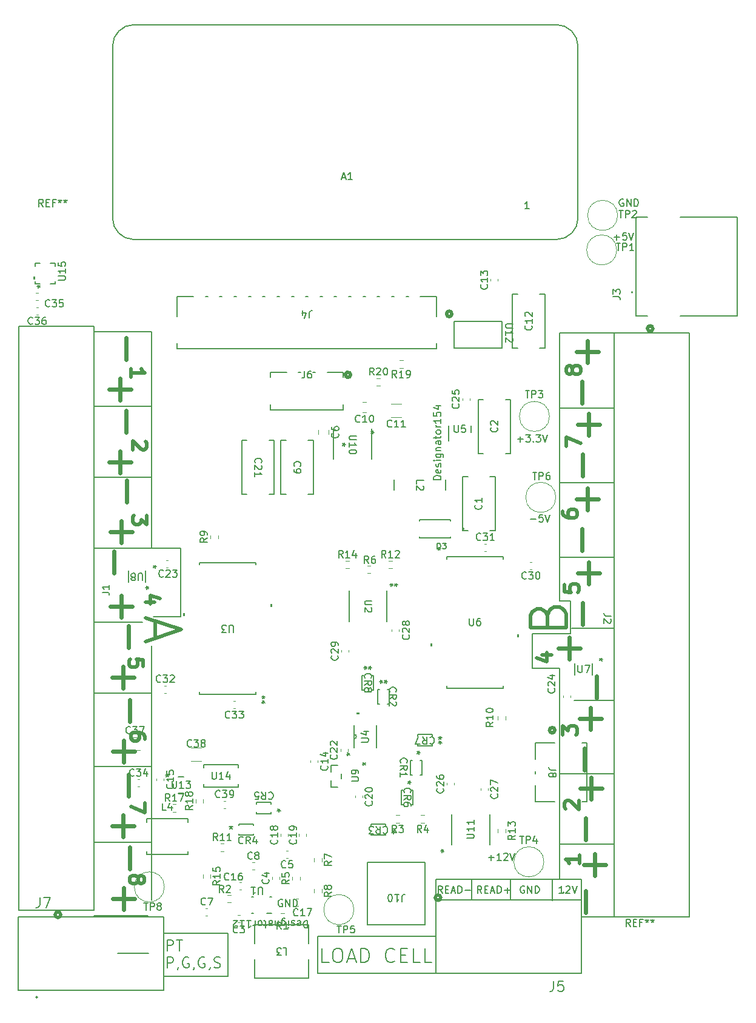
<source format=gbr>
%TF.GenerationSoftware,KiCad,Pcbnew,9.0.6*%
%TF.CreationDate,2025-11-23T08:40:39-06:00*%
%TF.ProjectId,DAQ,4441512e-6b69-4636-9164-5f7063625858,rev?*%
%TF.SameCoordinates,Original*%
%TF.FileFunction,Legend,Top*%
%TF.FilePolarity,Positive*%
%FSLAX46Y46*%
G04 Gerber Fmt 4.6, Leading zero omitted, Abs format (unit mm)*
G04 Created by KiCad (PCBNEW 9.0.6) date 2025-11-23 08:40:39*
%MOMM*%
%LPD*%
G01*
G04 APERTURE LIST*
%ADD10C,0.150000*%
%ADD11C,0.500000*%
%ADD12C,0.600000*%
%ADD13C,0.200000*%
%ADD14C,0.153000*%
%ADD15C,0.152400*%
%ADD16C,0.508000*%
%ADD17C,0.120000*%
%ADD18C,0.127000*%
%ADD19C,0.000000*%
G04 APERTURE END LIST*
D10*
X100330000Y-164719000D02*
X107950000Y-164719000D01*
X43307000Y-113411000D02*
X35306000Y-113411000D01*
X42799000Y-189738000D02*
X42926000Y-189738000D01*
X100330000Y-113665000D02*
X107950000Y-113665000D01*
X99314000Y-179451000D02*
X100330000Y-179451000D01*
X43307000Y-174244000D02*
X35306000Y-174244000D01*
X66548000Y-192532000D02*
X83058000Y-192532000D01*
X99314000Y-182372000D02*
X99314000Y-179451000D01*
X47371000Y-133223000D02*
X47371000Y-142748000D01*
X43307000Y-163703000D02*
X35306000Y-163703000D01*
X66548000Y-187423000D02*
X66548000Y-192532000D01*
X100330000Y-113665000D02*
X100330000Y-103124000D01*
X100330000Y-174498000D02*
X100330000Y-164719000D01*
X100330000Y-154559000D02*
X100330000Y-149987000D01*
X35254600Y-102997000D02*
X43307000Y-102997000D01*
X103378000Y-179451000D02*
X103378000Y-182298000D01*
X43307000Y-102997000D02*
X43307000Y-113411000D01*
X43307000Y-123317000D02*
X35306000Y-123317000D01*
X43307000Y-123317000D02*
X43307000Y-133223000D01*
X54000000Y-193000000D02*
X45000000Y-193000000D01*
X43307000Y-153416000D02*
X35306000Y-153416000D01*
X43307000Y-163703000D02*
X43307000Y-174244000D01*
X100330000Y-140589000D02*
X100330000Y-134493000D01*
X83058000Y-182298000D02*
X83058000Y-179451000D01*
X43307000Y-153416000D02*
X43307000Y-163703000D01*
X42037000Y-143510000D02*
X35254600Y-143510000D01*
X83058000Y-187423000D02*
X66548000Y-187423000D01*
X100330000Y-134493000D02*
X100330000Y-124079000D01*
X100330000Y-124079000D02*
X107823000Y-124079000D01*
X100330000Y-174498000D02*
X100330000Y-179451000D01*
X43307000Y-133223000D02*
X47371000Y-133223000D01*
X35254600Y-184531000D02*
X42799000Y-184531000D01*
X100330000Y-179451000D02*
X83058000Y-179451000D01*
X107950000Y-154432000D02*
X102362000Y-154432000D01*
X100330000Y-149987000D02*
X96520000Y-149987000D01*
X100330000Y-179451000D02*
X103378000Y-179451000D01*
X107950000Y-174498000D02*
X100330000Y-174498000D01*
X54000000Y-187000000D02*
X54000000Y-193000000D01*
X47371000Y-142748000D02*
X43561000Y-142748000D01*
X43307000Y-146812000D02*
X43307000Y-153416000D01*
X101854000Y-140589000D02*
X100330000Y-140589000D01*
X107950000Y-113665000D02*
X100330000Y-113665000D01*
X38608000Y-189738000D02*
X42799000Y-189738000D01*
X88011000Y-179451000D02*
X88011000Y-182245000D01*
X100330000Y-164719000D02*
X100330000Y-154559000D01*
X43307000Y-174244000D02*
X43307000Y-182298000D01*
X43307000Y-113411000D02*
X43307000Y-123317000D01*
X101854000Y-145161000D02*
X101854000Y-140589000D01*
X96520000Y-149987000D02*
X96520000Y-145161000D01*
X43307000Y-133223000D02*
X35306000Y-133223000D01*
X100330000Y-124079000D02*
X100330000Y-113665000D01*
X100330000Y-134493000D02*
X107823000Y-134493000D01*
X107911653Y-184706253D02*
X103378000Y-184706253D01*
X93472000Y-182245000D02*
X93472000Y-179451000D01*
X100330000Y-103124000D02*
X107911653Y-103124000D01*
X96520000Y-145161000D02*
X101854000Y-145161000D01*
X107950000Y-164719000D02*
X100330000Y-164719000D01*
X101981000Y-144399000D02*
X107911653Y-144399000D01*
X45000000Y-187000000D02*
X54000000Y-187000000D01*
D11*
X97836904Y-148070719D02*
X99170238Y-148070719D01*
X97075000Y-148546910D02*
X98503571Y-149023100D01*
X98503571Y-149023100D02*
X98503571Y-147785005D01*
D12*
X39865466Y-126795883D02*
X39865466Y-123748264D01*
X103898533Y-170892116D02*
X103898533Y-173939736D01*
D11*
X102091380Y-108510148D02*
X101996142Y-108700624D01*
X101996142Y-108700624D02*
X101900904Y-108795862D01*
X101900904Y-108795862D02*
X101710428Y-108891100D01*
X101710428Y-108891100D02*
X101615190Y-108891100D01*
X101615190Y-108891100D02*
X101424714Y-108795862D01*
X101424714Y-108795862D02*
X101329476Y-108700624D01*
X101329476Y-108700624D02*
X101234238Y-108510148D01*
X101234238Y-108510148D02*
X101234238Y-108129195D01*
X101234238Y-108129195D02*
X101329476Y-107938719D01*
X101329476Y-107938719D02*
X101424714Y-107843481D01*
X101424714Y-107843481D02*
X101615190Y-107748243D01*
X101615190Y-107748243D02*
X101710428Y-107748243D01*
X101710428Y-107748243D02*
X101900904Y-107843481D01*
X101900904Y-107843481D02*
X101996142Y-107938719D01*
X101996142Y-107938719D02*
X102091380Y-108129195D01*
X102091380Y-108129195D02*
X102091380Y-108510148D01*
X102091380Y-108510148D02*
X102186619Y-108700624D01*
X102186619Y-108700624D02*
X102281857Y-108795862D01*
X102281857Y-108795862D02*
X102472333Y-108891100D01*
X102472333Y-108891100D02*
X102853285Y-108891100D01*
X102853285Y-108891100D02*
X103043761Y-108795862D01*
X103043761Y-108795862D02*
X103139000Y-108700624D01*
X103139000Y-108700624D02*
X103234238Y-108510148D01*
X103234238Y-108510148D02*
X103234238Y-108129195D01*
X103234238Y-108129195D02*
X103139000Y-107938719D01*
X103139000Y-107938719D02*
X103043761Y-107843481D01*
X103043761Y-107843481D02*
X102853285Y-107748243D01*
X102853285Y-107748243D02*
X102472333Y-107748243D01*
X102472333Y-107748243D02*
X102281857Y-107843481D01*
X102281857Y-107843481D02*
X102186619Y-107938719D01*
X102186619Y-107938719D02*
X102091380Y-108129195D01*
D12*
X37415116Y-121145466D02*
X40462736Y-121145466D01*
X38938926Y-122669276D02*
X38938926Y-119621657D01*
D13*
X45488720Y-189391112D02*
X45488720Y-187891112D01*
X45488720Y-187891112D02*
X46060149Y-187891112D01*
X46060149Y-187891112D02*
X46203006Y-187962541D01*
X46203006Y-187962541D02*
X46274435Y-188033969D01*
X46274435Y-188033969D02*
X46345863Y-188176826D01*
X46345863Y-188176826D02*
X46345863Y-188391112D01*
X46345863Y-188391112D02*
X46274435Y-188533969D01*
X46274435Y-188533969D02*
X46203006Y-188605398D01*
X46203006Y-188605398D02*
X46060149Y-188676826D01*
X46060149Y-188676826D02*
X45488720Y-188676826D01*
X46774435Y-187891112D02*
X47631578Y-187891112D01*
X47203006Y-189391112D02*
X47203006Y-187891112D01*
X45488720Y-191806028D02*
X45488720Y-190306028D01*
X45488720Y-190306028D02*
X46060149Y-190306028D01*
X46060149Y-190306028D02*
X46203006Y-190377457D01*
X46203006Y-190377457D02*
X46274435Y-190448885D01*
X46274435Y-190448885D02*
X46345863Y-190591742D01*
X46345863Y-190591742D02*
X46345863Y-190806028D01*
X46345863Y-190806028D02*
X46274435Y-190948885D01*
X46274435Y-190948885D02*
X46203006Y-191020314D01*
X46203006Y-191020314D02*
X46060149Y-191091742D01*
X46060149Y-191091742D02*
X45488720Y-191091742D01*
X47060149Y-191734600D02*
X47060149Y-191806028D01*
X47060149Y-191806028D02*
X46988720Y-191948885D01*
X46988720Y-191948885D02*
X46917292Y-192020314D01*
X48488721Y-190377457D02*
X48345864Y-190306028D01*
X48345864Y-190306028D02*
X48131578Y-190306028D01*
X48131578Y-190306028D02*
X47917292Y-190377457D01*
X47917292Y-190377457D02*
X47774435Y-190520314D01*
X47774435Y-190520314D02*
X47703006Y-190663171D01*
X47703006Y-190663171D02*
X47631578Y-190948885D01*
X47631578Y-190948885D02*
X47631578Y-191163171D01*
X47631578Y-191163171D02*
X47703006Y-191448885D01*
X47703006Y-191448885D02*
X47774435Y-191591742D01*
X47774435Y-191591742D02*
X47917292Y-191734600D01*
X47917292Y-191734600D02*
X48131578Y-191806028D01*
X48131578Y-191806028D02*
X48274435Y-191806028D01*
X48274435Y-191806028D02*
X48488721Y-191734600D01*
X48488721Y-191734600D02*
X48560149Y-191663171D01*
X48560149Y-191663171D02*
X48560149Y-191163171D01*
X48560149Y-191163171D02*
X48274435Y-191163171D01*
X49274435Y-191734600D02*
X49274435Y-191806028D01*
X49274435Y-191806028D02*
X49203006Y-191948885D01*
X49203006Y-191948885D02*
X49131578Y-192020314D01*
X50703007Y-190377457D02*
X50560150Y-190306028D01*
X50560150Y-190306028D02*
X50345864Y-190306028D01*
X50345864Y-190306028D02*
X50131578Y-190377457D01*
X50131578Y-190377457D02*
X49988721Y-190520314D01*
X49988721Y-190520314D02*
X49917292Y-190663171D01*
X49917292Y-190663171D02*
X49845864Y-190948885D01*
X49845864Y-190948885D02*
X49845864Y-191163171D01*
X49845864Y-191163171D02*
X49917292Y-191448885D01*
X49917292Y-191448885D02*
X49988721Y-191591742D01*
X49988721Y-191591742D02*
X50131578Y-191734600D01*
X50131578Y-191734600D02*
X50345864Y-191806028D01*
X50345864Y-191806028D02*
X50488721Y-191806028D01*
X50488721Y-191806028D02*
X50703007Y-191734600D01*
X50703007Y-191734600D02*
X50774435Y-191663171D01*
X50774435Y-191663171D02*
X50774435Y-191163171D01*
X50774435Y-191163171D02*
X50488721Y-191163171D01*
X51488721Y-191734600D02*
X51488721Y-191806028D01*
X51488721Y-191806028D02*
X51417292Y-191948885D01*
X51417292Y-191948885D02*
X51345864Y-192020314D01*
X52060150Y-191734600D02*
X52274436Y-191806028D01*
X52274436Y-191806028D02*
X52631578Y-191806028D01*
X52631578Y-191806028D02*
X52774436Y-191734600D01*
X52774436Y-191734600D02*
X52845864Y-191663171D01*
X52845864Y-191663171D02*
X52917293Y-191520314D01*
X52917293Y-191520314D02*
X52917293Y-191377457D01*
X52917293Y-191377457D02*
X52845864Y-191234600D01*
X52845864Y-191234600D02*
X52774436Y-191163171D01*
X52774436Y-191163171D02*
X52631578Y-191091742D01*
X52631578Y-191091742D02*
X52345864Y-191020314D01*
X52345864Y-191020314D02*
X52203007Y-190948885D01*
X52203007Y-190948885D02*
X52131578Y-190877457D01*
X52131578Y-190877457D02*
X52060150Y-190734600D01*
X52060150Y-190734600D02*
X52060150Y-190591742D01*
X52060150Y-190591742D02*
X52131578Y-190448885D01*
X52131578Y-190448885D02*
X52203007Y-190377457D01*
X52203007Y-190377457D02*
X52345864Y-190306028D01*
X52345864Y-190306028D02*
X52703007Y-190306028D01*
X52703007Y-190306028D02*
X52917293Y-190377457D01*
D12*
X105422533Y-151080116D02*
X105422533Y-154127736D01*
D11*
X42148761Y-149712518D02*
X42148761Y-148760137D01*
X42148761Y-148760137D02*
X41196380Y-148664899D01*
X41196380Y-148664899D02*
X41291619Y-148760137D01*
X41291619Y-148760137D02*
X41386857Y-148950613D01*
X41386857Y-148950613D02*
X41386857Y-149426804D01*
X41386857Y-149426804D02*
X41291619Y-149617280D01*
X41291619Y-149617280D02*
X41196380Y-149712518D01*
X41196380Y-149712518D02*
X41005904Y-149807756D01*
X41005904Y-149807756D02*
X40529714Y-149807756D01*
X40529714Y-149807756D02*
X40339238Y-149712518D01*
X40339238Y-149712518D02*
X40244000Y-149617280D01*
X40244000Y-149617280D02*
X40148761Y-149426804D01*
X40148761Y-149426804D02*
X40148761Y-148950613D01*
X40148761Y-148950613D02*
X40244000Y-148760137D01*
X40244000Y-148760137D02*
X40339238Y-148664899D01*
D12*
X106729883Y-177431533D02*
X103682264Y-177431533D01*
X105206073Y-175907723D02*
X105206073Y-178955342D01*
D14*
X68077228Y-191072782D02*
X67124847Y-191072782D01*
X67124847Y-191072782D02*
X67124847Y-189072782D01*
X69124847Y-189072782D02*
X69505800Y-189072782D01*
X69505800Y-189072782D02*
X69696276Y-189168020D01*
X69696276Y-189168020D02*
X69886752Y-189358496D01*
X69886752Y-189358496D02*
X69981990Y-189739448D01*
X69981990Y-189739448D02*
X69981990Y-190406115D01*
X69981990Y-190406115D02*
X69886752Y-190787067D01*
X69886752Y-190787067D02*
X69696276Y-190977544D01*
X69696276Y-190977544D02*
X69505800Y-191072782D01*
X69505800Y-191072782D02*
X69124847Y-191072782D01*
X69124847Y-191072782D02*
X68934371Y-190977544D01*
X68934371Y-190977544D02*
X68743895Y-190787067D01*
X68743895Y-190787067D02*
X68648657Y-190406115D01*
X68648657Y-190406115D02*
X68648657Y-189739448D01*
X68648657Y-189739448D02*
X68743895Y-189358496D01*
X68743895Y-189358496D02*
X68934371Y-189168020D01*
X68934371Y-189168020D02*
X69124847Y-189072782D01*
X70743895Y-190501353D02*
X71696276Y-190501353D01*
X70553419Y-191072782D02*
X71220085Y-189072782D01*
X71220085Y-189072782D02*
X71886752Y-191072782D01*
X72553419Y-191072782D02*
X72553419Y-189072782D01*
X72553419Y-189072782D02*
X73029609Y-189072782D01*
X73029609Y-189072782D02*
X73315324Y-189168020D01*
X73315324Y-189168020D02*
X73505800Y-189358496D01*
X73505800Y-189358496D02*
X73601038Y-189548972D01*
X73601038Y-189548972D02*
X73696276Y-189929924D01*
X73696276Y-189929924D02*
X73696276Y-190215639D01*
X73696276Y-190215639D02*
X73601038Y-190596591D01*
X73601038Y-190596591D02*
X73505800Y-190787067D01*
X73505800Y-190787067D02*
X73315324Y-190977544D01*
X73315324Y-190977544D02*
X73029609Y-191072782D01*
X73029609Y-191072782D02*
X72553419Y-191072782D01*
X77220086Y-190882305D02*
X77124848Y-190977544D01*
X77124848Y-190977544D02*
X76839134Y-191072782D01*
X76839134Y-191072782D02*
X76648658Y-191072782D01*
X76648658Y-191072782D02*
X76362943Y-190977544D01*
X76362943Y-190977544D02*
X76172467Y-190787067D01*
X76172467Y-190787067D02*
X76077229Y-190596591D01*
X76077229Y-190596591D02*
X75981991Y-190215639D01*
X75981991Y-190215639D02*
X75981991Y-189929924D01*
X75981991Y-189929924D02*
X76077229Y-189548972D01*
X76077229Y-189548972D02*
X76172467Y-189358496D01*
X76172467Y-189358496D02*
X76362943Y-189168020D01*
X76362943Y-189168020D02*
X76648658Y-189072782D01*
X76648658Y-189072782D02*
X76839134Y-189072782D01*
X76839134Y-189072782D02*
X77124848Y-189168020D01*
X77124848Y-189168020D02*
X77220086Y-189263258D01*
X78077229Y-190025163D02*
X78743896Y-190025163D01*
X79029610Y-191072782D02*
X78077229Y-191072782D01*
X78077229Y-191072782D02*
X78077229Y-189072782D01*
X78077229Y-189072782D02*
X79029610Y-189072782D01*
X80839134Y-191072782D02*
X79886753Y-191072782D01*
X79886753Y-191072782D02*
X79886753Y-189072782D01*
X82458182Y-191072782D02*
X81505801Y-191072782D01*
X81505801Y-191072782D02*
X81505801Y-189072782D01*
D12*
X103173883Y-147205533D02*
X100126264Y-147205533D01*
X101650073Y-145681723D02*
X101650073Y-148729342D01*
X105840883Y-115963533D02*
X102793264Y-115963533D01*
X104317073Y-114439723D02*
X104317073Y-117487342D01*
D14*
X89410180Y-181369663D02*
X89076847Y-180893472D01*
X88838752Y-181369663D02*
X88838752Y-180369663D01*
X88838752Y-180369663D02*
X89219704Y-180369663D01*
X89219704Y-180369663D02*
X89314942Y-180417282D01*
X89314942Y-180417282D02*
X89362561Y-180464901D01*
X89362561Y-180464901D02*
X89410180Y-180560139D01*
X89410180Y-180560139D02*
X89410180Y-180702996D01*
X89410180Y-180702996D02*
X89362561Y-180798234D01*
X89362561Y-180798234D02*
X89314942Y-180845853D01*
X89314942Y-180845853D02*
X89219704Y-180893472D01*
X89219704Y-180893472D02*
X88838752Y-180893472D01*
X89838752Y-180845853D02*
X90172085Y-180845853D01*
X90314942Y-181369663D02*
X89838752Y-181369663D01*
X89838752Y-181369663D02*
X89838752Y-180369663D01*
X89838752Y-180369663D02*
X90314942Y-180369663D01*
X90695895Y-181083948D02*
X91172085Y-181083948D01*
X90600657Y-181369663D02*
X90933990Y-180369663D01*
X90933990Y-180369663D02*
X91267323Y-181369663D01*
X91600657Y-181369663D02*
X91600657Y-180369663D01*
X91600657Y-180369663D02*
X91838752Y-180369663D01*
X91838752Y-180369663D02*
X91981609Y-180417282D01*
X91981609Y-180417282D02*
X92076847Y-180512520D01*
X92076847Y-180512520D02*
X92124466Y-180607758D01*
X92124466Y-180607758D02*
X92172085Y-180798234D01*
X92172085Y-180798234D02*
X92172085Y-180941091D01*
X92172085Y-180941091D02*
X92124466Y-181131567D01*
X92124466Y-181131567D02*
X92076847Y-181226805D01*
X92076847Y-181226805D02*
X91981609Y-181322044D01*
X91981609Y-181322044D02*
X91838752Y-181369663D01*
X91838752Y-181369663D02*
X91600657Y-181369663D01*
X92600657Y-180988710D02*
X93362562Y-180988710D01*
X92981609Y-181369663D02*
X92981609Y-180607758D01*
X109193561Y-84515282D02*
X109098323Y-84467663D01*
X109098323Y-84467663D02*
X108955466Y-84467663D01*
X108955466Y-84467663D02*
X108812609Y-84515282D01*
X108812609Y-84515282D02*
X108717371Y-84610520D01*
X108717371Y-84610520D02*
X108669752Y-84705758D01*
X108669752Y-84705758D02*
X108622133Y-84896234D01*
X108622133Y-84896234D02*
X108622133Y-85039091D01*
X108622133Y-85039091D02*
X108669752Y-85229567D01*
X108669752Y-85229567D02*
X108717371Y-85324805D01*
X108717371Y-85324805D02*
X108812609Y-85420044D01*
X108812609Y-85420044D02*
X108955466Y-85467663D01*
X108955466Y-85467663D02*
X109050704Y-85467663D01*
X109050704Y-85467663D02*
X109193561Y-85420044D01*
X109193561Y-85420044D02*
X109241180Y-85372424D01*
X109241180Y-85372424D02*
X109241180Y-85039091D01*
X109241180Y-85039091D02*
X109050704Y-85039091D01*
X109669752Y-85467663D02*
X109669752Y-84467663D01*
X109669752Y-84467663D02*
X110241180Y-85467663D01*
X110241180Y-85467663D02*
X110241180Y-84467663D01*
X110717371Y-85467663D02*
X110717371Y-84467663D01*
X110717371Y-84467663D02*
X110955466Y-84467663D01*
X110955466Y-84467663D02*
X111098323Y-84515282D01*
X111098323Y-84515282D02*
X111193561Y-84610520D01*
X111193561Y-84610520D02*
X111241180Y-84705758D01*
X111241180Y-84705758D02*
X111288799Y-84896234D01*
X111288799Y-84896234D02*
X111288799Y-85039091D01*
X111288799Y-85039091D02*
X111241180Y-85229567D01*
X111241180Y-85229567D02*
X111193561Y-85324805D01*
X111193561Y-85324805D02*
X111098323Y-85420044D01*
X111098323Y-85420044D02*
X110955466Y-85467663D01*
X110955466Y-85467663D02*
X110717371Y-85467663D01*
D12*
X103898533Y-181052116D02*
X103898533Y-184099736D01*
D11*
X101170714Y-169597100D02*
X101075476Y-169501862D01*
X101075476Y-169501862D02*
X100980238Y-169311386D01*
X100980238Y-169311386D02*
X100980238Y-168835195D01*
X100980238Y-168835195D02*
X101075476Y-168644719D01*
X101075476Y-168644719D02*
X101170714Y-168549481D01*
X101170714Y-168549481D02*
X101361190Y-168454243D01*
X101361190Y-168454243D02*
X101551666Y-168454243D01*
X101551666Y-168454243D02*
X101837380Y-168549481D01*
X101837380Y-168549481D02*
X102980238Y-169692338D01*
X102980238Y-169692338D02*
X102980238Y-168454243D01*
D12*
X103390533Y-109932116D02*
X103390533Y-112979736D01*
D11*
X42466285Y-118311899D02*
X42561523Y-118407137D01*
X42561523Y-118407137D02*
X42656761Y-118597613D01*
X42656761Y-118597613D02*
X42656761Y-119073804D01*
X42656761Y-119073804D02*
X42561523Y-119264280D01*
X42561523Y-119264280D02*
X42466285Y-119359518D01*
X42466285Y-119359518D02*
X42275809Y-119454756D01*
X42275809Y-119454756D02*
X42085333Y-119454756D01*
X42085333Y-119454756D02*
X41799619Y-119359518D01*
X41799619Y-119359518D02*
X40656761Y-118216661D01*
X40656761Y-118216661D02*
X40656761Y-119454756D01*
D12*
X39738466Y-106856883D02*
X39738466Y-103809264D01*
X105713883Y-126377533D02*
X102666264Y-126377533D01*
X104190073Y-124853723D02*
X104190073Y-127901342D01*
X106094883Y-156984533D02*
X103047264Y-156984533D01*
X104571073Y-155460723D02*
X104571073Y-158508342D01*
X37542116Y-141338466D02*
X40589736Y-141338466D01*
X39065926Y-142862276D02*
X39065926Y-139814657D01*
D11*
X98597047Y-142609910D02*
X98835142Y-141895624D01*
X98835142Y-141895624D02*
X99073238Y-141657529D01*
X99073238Y-141657529D02*
X99549428Y-141419433D01*
X99549428Y-141419433D02*
X100263714Y-141419433D01*
X100263714Y-141419433D02*
X100739904Y-141657529D01*
X100739904Y-141657529D02*
X100978000Y-141895624D01*
X100978000Y-141895624D02*
X101216095Y-142371814D01*
X101216095Y-142371814D02*
X101216095Y-144276576D01*
X101216095Y-144276576D02*
X96216095Y-144276576D01*
X96216095Y-144276576D02*
X96216095Y-142609910D01*
X96216095Y-142609910D02*
X96454190Y-142133719D01*
X96454190Y-142133719D02*
X96692285Y-141895624D01*
X96692285Y-141895624D02*
X97168476Y-141657529D01*
X97168476Y-141657529D02*
X97644666Y-141657529D01*
X97644666Y-141657529D02*
X98120857Y-141895624D01*
X98120857Y-141895624D02*
X98358952Y-142133719D01*
X98358952Y-142133719D02*
X98597047Y-142609910D01*
X98597047Y-142609910D02*
X98597047Y-144276576D01*
X42656761Y-128630661D02*
X42656761Y-129868756D01*
X42656761Y-129868756D02*
X41894857Y-129202089D01*
X41894857Y-129202089D02*
X41894857Y-129487804D01*
X41894857Y-129487804D02*
X41799619Y-129678280D01*
X41799619Y-129678280D02*
X41704380Y-129773518D01*
X41704380Y-129773518D02*
X41513904Y-129868756D01*
X41513904Y-129868756D02*
X41037714Y-129868756D01*
X41037714Y-129868756D02*
X40847238Y-129773518D01*
X40847238Y-129773518D02*
X40752000Y-129678280D01*
X40752000Y-129678280D02*
X40656761Y-129487804D01*
X40656761Y-129487804D02*
X40656761Y-128916375D01*
X40656761Y-128916375D02*
X40752000Y-128725899D01*
X40752000Y-128725899D02*
X40847238Y-128630661D01*
X101234238Y-119019338D02*
X101234238Y-117686005D01*
X101234238Y-117686005D02*
X103234238Y-118543148D01*
D12*
X103771533Y-161113116D02*
X103771533Y-164160736D01*
D11*
X100726238Y-128004719D02*
X100726238Y-128385672D01*
X100726238Y-128385672D02*
X100821476Y-128576148D01*
X100821476Y-128576148D02*
X100916714Y-128671386D01*
X100916714Y-128671386D02*
X101202428Y-128861862D01*
X101202428Y-128861862D02*
X101583380Y-128957100D01*
X101583380Y-128957100D02*
X102345285Y-128957100D01*
X102345285Y-128957100D02*
X102535761Y-128861862D01*
X102535761Y-128861862D02*
X102631000Y-128766624D01*
X102631000Y-128766624D02*
X102726238Y-128576148D01*
X102726238Y-128576148D02*
X102726238Y-128195195D01*
X102726238Y-128195195D02*
X102631000Y-128004719D01*
X102631000Y-128004719D02*
X102535761Y-127909481D01*
X102535761Y-127909481D02*
X102345285Y-127814243D01*
X102345285Y-127814243D02*
X101869095Y-127814243D01*
X101869095Y-127814243D02*
X101678619Y-127909481D01*
X101678619Y-127909481D02*
X101583380Y-128004719D01*
X101583380Y-128004719D02*
X101488142Y-128195195D01*
X101488142Y-128195195D02*
X101488142Y-128576148D01*
X101488142Y-128576148D02*
X101583380Y-128766624D01*
X101583380Y-128766624D02*
X101678619Y-128861862D01*
X101678619Y-128861862D02*
X101869095Y-128957100D01*
D14*
X100811561Y-181369663D02*
X100240133Y-181369663D01*
X100525847Y-181369663D02*
X100525847Y-180369663D01*
X100525847Y-180369663D02*
X100430609Y-180512520D01*
X100430609Y-180512520D02*
X100335371Y-180607758D01*
X100335371Y-180607758D02*
X100240133Y-180655377D01*
X101192514Y-180464901D02*
X101240133Y-180417282D01*
X101240133Y-180417282D02*
X101335371Y-180369663D01*
X101335371Y-180369663D02*
X101573466Y-180369663D01*
X101573466Y-180369663D02*
X101668704Y-180417282D01*
X101668704Y-180417282D02*
X101716323Y-180464901D01*
X101716323Y-180464901D02*
X101763942Y-180560139D01*
X101763942Y-180560139D02*
X101763942Y-180655377D01*
X101763942Y-180655377D02*
X101716323Y-180798234D01*
X101716323Y-180798234D02*
X101144895Y-181369663D01*
X101144895Y-181369663D02*
X101763942Y-181369663D01*
X102049657Y-180369663D02*
X102382990Y-181369663D01*
X102382990Y-181369663D02*
X102716323Y-180369663D01*
D12*
X40246466Y-177976883D02*
X40246466Y-174929264D01*
D11*
X100980238Y-138323481D02*
X100980238Y-139275862D01*
X100980238Y-139275862D02*
X101932619Y-139371100D01*
X101932619Y-139371100D02*
X101837380Y-139275862D01*
X101837380Y-139275862D02*
X101742142Y-139085386D01*
X101742142Y-139085386D02*
X101742142Y-138609195D01*
X101742142Y-138609195D02*
X101837380Y-138418719D01*
X101837380Y-138418719D02*
X101932619Y-138323481D01*
X101932619Y-138323481D02*
X102123095Y-138228243D01*
X102123095Y-138228243D02*
X102599285Y-138228243D01*
X102599285Y-138228243D02*
X102789761Y-138323481D01*
X102789761Y-138323481D02*
X102885000Y-138418719D01*
X102885000Y-138418719D02*
X102980238Y-138609195D01*
X102980238Y-138609195D02*
X102980238Y-139085386D01*
X102980238Y-139085386D02*
X102885000Y-139275862D01*
X102885000Y-139275862D02*
X102789761Y-139371100D01*
D14*
X94445752Y-117979710D02*
X95207657Y-117979710D01*
X94826704Y-118360663D02*
X94826704Y-117598758D01*
X95588609Y-117360663D02*
X96207656Y-117360663D01*
X96207656Y-117360663D02*
X95874323Y-117741615D01*
X95874323Y-117741615D02*
X96017180Y-117741615D01*
X96017180Y-117741615D02*
X96112418Y-117789234D01*
X96112418Y-117789234D02*
X96160037Y-117836853D01*
X96160037Y-117836853D02*
X96207656Y-117932091D01*
X96207656Y-117932091D02*
X96207656Y-118170186D01*
X96207656Y-118170186D02*
X96160037Y-118265424D01*
X96160037Y-118265424D02*
X96112418Y-118313044D01*
X96112418Y-118313044D02*
X96017180Y-118360663D01*
X96017180Y-118360663D02*
X95731466Y-118360663D01*
X95731466Y-118360663D02*
X95636228Y-118313044D01*
X95636228Y-118313044D02*
X95588609Y-118265424D01*
X96636228Y-118265424D02*
X96683847Y-118313044D01*
X96683847Y-118313044D02*
X96636228Y-118360663D01*
X96636228Y-118360663D02*
X96588609Y-118313044D01*
X96588609Y-118313044D02*
X96636228Y-118265424D01*
X96636228Y-118265424D02*
X96636228Y-118360663D01*
X97017180Y-117360663D02*
X97636227Y-117360663D01*
X97636227Y-117360663D02*
X97302894Y-117741615D01*
X97302894Y-117741615D02*
X97445751Y-117741615D01*
X97445751Y-117741615D02*
X97540989Y-117789234D01*
X97540989Y-117789234D02*
X97588608Y-117836853D01*
X97588608Y-117836853D02*
X97636227Y-117932091D01*
X97636227Y-117932091D02*
X97636227Y-118170186D01*
X97636227Y-118170186D02*
X97588608Y-118265424D01*
X97588608Y-118265424D02*
X97540989Y-118313044D01*
X97540989Y-118313044D02*
X97445751Y-118360663D01*
X97445751Y-118360663D02*
X97160037Y-118360663D01*
X97160037Y-118360663D02*
X97064799Y-118313044D01*
X97064799Y-118313044D02*
X97017180Y-118265424D01*
X97921942Y-117360663D02*
X98255275Y-118360663D01*
X98255275Y-118360663D02*
X98588608Y-117360663D01*
D12*
X40119466Y-167816883D02*
X40119466Y-164769264D01*
X105713883Y-105803533D02*
X102666264Y-105803533D01*
X104190073Y-104279723D02*
X104190073Y-107327342D01*
D14*
X107907752Y-89785710D02*
X108669657Y-89785710D01*
X108288704Y-90166663D02*
X108288704Y-89404758D01*
X109622037Y-89166663D02*
X109145847Y-89166663D01*
X109145847Y-89166663D02*
X109098228Y-89642853D01*
X109098228Y-89642853D02*
X109145847Y-89595234D01*
X109145847Y-89595234D02*
X109241085Y-89547615D01*
X109241085Y-89547615D02*
X109479180Y-89547615D01*
X109479180Y-89547615D02*
X109574418Y-89595234D01*
X109574418Y-89595234D02*
X109622037Y-89642853D01*
X109622037Y-89642853D02*
X109669656Y-89738091D01*
X109669656Y-89738091D02*
X109669656Y-89976186D01*
X109669656Y-89976186D02*
X109622037Y-90071424D01*
X109622037Y-90071424D02*
X109574418Y-90119044D01*
X109574418Y-90119044D02*
X109479180Y-90166663D01*
X109479180Y-90166663D02*
X109241085Y-90166663D01*
X109241085Y-90166663D02*
X109145847Y-90119044D01*
X109145847Y-90119044D02*
X109098228Y-90071424D01*
X109955371Y-89166663D02*
X110288704Y-90166663D01*
X110288704Y-90166663D02*
X110622037Y-89166663D01*
D11*
X43849476Y-143394327D02*
X43849476Y-145775280D01*
X42420904Y-142918137D02*
X47420904Y-144584804D01*
X47420904Y-144584804D02*
X42420904Y-146251470D01*
D14*
X90381752Y-176399710D02*
X91143657Y-176399710D01*
X90762704Y-176780663D02*
X90762704Y-176018758D01*
X92143656Y-176780663D02*
X91572228Y-176780663D01*
X91857942Y-176780663D02*
X91857942Y-175780663D01*
X91857942Y-175780663D02*
X91762704Y-175923520D01*
X91762704Y-175923520D02*
X91667466Y-176018758D01*
X91667466Y-176018758D02*
X91572228Y-176066377D01*
X92524609Y-175875901D02*
X92572228Y-175828282D01*
X92572228Y-175828282D02*
X92667466Y-175780663D01*
X92667466Y-175780663D02*
X92905561Y-175780663D01*
X92905561Y-175780663D02*
X93000799Y-175828282D01*
X93000799Y-175828282D02*
X93048418Y-175875901D01*
X93048418Y-175875901D02*
X93096037Y-175971139D01*
X93096037Y-175971139D02*
X93096037Y-176066377D01*
X93096037Y-176066377D02*
X93048418Y-176209234D01*
X93048418Y-176209234D02*
X92476990Y-176780663D01*
X92476990Y-176780663D02*
X93096037Y-176780663D01*
X93381752Y-175780663D02*
X93715085Y-176780663D01*
X93715085Y-176780663D02*
X94048418Y-175780663D01*
D12*
X37415116Y-110985466D02*
X40462736Y-110985466D01*
X38938926Y-112509276D02*
X38938926Y-109461657D01*
X37923116Y-182105466D02*
X40970736Y-182105466D01*
X39446926Y-183629276D02*
X39446926Y-180581657D01*
X103517533Y-120092116D02*
X103517533Y-123139736D01*
X37542116Y-130924466D02*
X40589736Y-130924466D01*
X39065926Y-132448276D02*
X39065926Y-129400657D01*
D11*
X40402761Y-109294756D02*
X40402761Y-108151899D01*
X40402761Y-108723327D02*
X42402761Y-108723327D01*
X42402761Y-108723327D02*
X42117047Y-108532851D01*
X42117047Y-108532851D02*
X41926571Y-108342375D01*
X41926571Y-108342375D02*
X41831333Y-108151899D01*
X43768095Y-140727280D02*
X42434761Y-140727280D01*
X44530000Y-140251089D02*
X43101428Y-139774899D01*
X43101428Y-139774899D02*
X43101428Y-141012994D01*
D14*
X95362561Y-180417282D02*
X95267323Y-180369663D01*
X95267323Y-180369663D02*
X95124466Y-180369663D01*
X95124466Y-180369663D02*
X94981609Y-180417282D01*
X94981609Y-180417282D02*
X94886371Y-180512520D01*
X94886371Y-180512520D02*
X94838752Y-180607758D01*
X94838752Y-180607758D02*
X94791133Y-180798234D01*
X94791133Y-180798234D02*
X94791133Y-180941091D01*
X94791133Y-180941091D02*
X94838752Y-181131567D01*
X94838752Y-181131567D02*
X94886371Y-181226805D01*
X94886371Y-181226805D02*
X94981609Y-181322044D01*
X94981609Y-181322044D02*
X95124466Y-181369663D01*
X95124466Y-181369663D02*
X95219704Y-181369663D01*
X95219704Y-181369663D02*
X95362561Y-181322044D01*
X95362561Y-181322044D02*
X95410180Y-181274424D01*
X95410180Y-181274424D02*
X95410180Y-180941091D01*
X95410180Y-180941091D02*
X95219704Y-180941091D01*
X95838752Y-181369663D02*
X95838752Y-180369663D01*
X95838752Y-180369663D02*
X96410180Y-181369663D01*
X96410180Y-181369663D02*
X96410180Y-180369663D01*
X96886371Y-181369663D02*
X96886371Y-180369663D01*
X96886371Y-180369663D02*
X97124466Y-180369663D01*
X97124466Y-180369663D02*
X97267323Y-180417282D01*
X97267323Y-180417282D02*
X97362561Y-180512520D01*
X97362561Y-180512520D02*
X97410180Y-180607758D01*
X97410180Y-180607758D02*
X97457799Y-180798234D01*
X97457799Y-180798234D02*
X97457799Y-180941091D01*
X97457799Y-180941091D02*
X97410180Y-181131567D01*
X97410180Y-181131567D02*
X97362561Y-181226805D01*
X97362561Y-181226805D02*
X97267323Y-181322044D01*
X97267323Y-181322044D02*
X97124466Y-181369663D01*
X97124466Y-181369663D02*
X96886371Y-181369663D01*
D11*
X42402761Y-168762661D02*
X42402761Y-170095994D01*
X42402761Y-170095994D02*
X40402761Y-169238851D01*
D12*
X38023966Y-136638383D02*
X38023966Y-133590764D01*
X37923116Y-161531466D02*
X40970736Y-161531466D01*
X39446926Y-163055276D02*
X39446926Y-160007657D01*
X103517533Y-140793116D02*
X103517533Y-143840736D01*
D14*
X83910180Y-181369663D02*
X83576847Y-180893472D01*
X83338752Y-181369663D02*
X83338752Y-180369663D01*
X83338752Y-180369663D02*
X83719704Y-180369663D01*
X83719704Y-180369663D02*
X83814942Y-180417282D01*
X83814942Y-180417282D02*
X83862561Y-180464901D01*
X83862561Y-180464901D02*
X83910180Y-180560139D01*
X83910180Y-180560139D02*
X83910180Y-180702996D01*
X83910180Y-180702996D02*
X83862561Y-180798234D01*
X83862561Y-180798234D02*
X83814942Y-180845853D01*
X83814942Y-180845853D02*
X83719704Y-180893472D01*
X83719704Y-180893472D02*
X83338752Y-180893472D01*
X84338752Y-180845853D02*
X84672085Y-180845853D01*
X84814942Y-181369663D02*
X84338752Y-181369663D01*
X84338752Y-181369663D02*
X84338752Y-180369663D01*
X84338752Y-180369663D02*
X84814942Y-180369663D01*
X85195895Y-181083948D02*
X85672085Y-181083948D01*
X85100657Y-181369663D02*
X85433990Y-180369663D01*
X85433990Y-180369663D02*
X85767323Y-181369663D01*
X86100657Y-181369663D02*
X86100657Y-180369663D01*
X86100657Y-180369663D02*
X86338752Y-180369663D01*
X86338752Y-180369663D02*
X86481609Y-180417282D01*
X86481609Y-180417282D02*
X86576847Y-180512520D01*
X86576847Y-180512520D02*
X86624466Y-180607758D01*
X86624466Y-180607758D02*
X86672085Y-180798234D01*
X86672085Y-180798234D02*
X86672085Y-180941091D01*
X86672085Y-180941091D02*
X86624466Y-181131567D01*
X86624466Y-181131567D02*
X86576847Y-181226805D01*
X86576847Y-181226805D02*
X86481609Y-181322044D01*
X86481609Y-181322044D02*
X86338752Y-181369663D01*
X86338752Y-181369663D02*
X86100657Y-181369663D01*
X87100657Y-180988710D02*
X87862562Y-180988710D01*
X61568561Y-182305282D02*
X61473323Y-182257663D01*
X61473323Y-182257663D02*
X61330466Y-182257663D01*
X61330466Y-182257663D02*
X61187609Y-182305282D01*
X61187609Y-182305282D02*
X61092371Y-182400520D01*
X61092371Y-182400520D02*
X61044752Y-182495758D01*
X61044752Y-182495758D02*
X60997133Y-182686234D01*
X60997133Y-182686234D02*
X60997133Y-182829091D01*
X60997133Y-182829091D02*
X61044752Y-183019567D01*
X61044752Y-183019567D02*
X61092371Y-183114805D01*
X61092371Y-183114805D02*
X61187609Y-183210044D01*
X61187609Y-183210044D02*
X61330466Y-183257663D01*
X61330466Y-183257663D02*
X61425704Y-183257663D01*
X61425704Y-183257663D02*
X61568561Y-183210044D01*
X61568561Y-183210044D02*
X61616180Y-183162424D01*
X61616180Y-183162424D02*
X61616180Y-182829091D01*
X61616180Y-182829091D02*
X61425704Y-182829091D01*
X62044752Y-183257663D02*
X62044752Y-182257663D01*
X62044752Y-182257663D02*
X62616180Y-183257663D01*
X62616180Y-183257663D02*
X62616180Y-182257663D01*
X63092371Y-183257663D02*
X63092371Y-182257663D01*
X63092371Y-182257663D02*
X63330466Y-182257663D01*
X63330466Y-182257663D02*
X63473323Y-182305282D01*
X63473323Y-182305282D02*
X63568561Y-182400520D01*
X63568561Y-182400520D02*
X63616180Y-182495758D01*
X63616180Y-182495758D02*
X63663799Y-182686234D01*
X63663799Y-182686234D02*
X63663799Y-182829091D01*
X63663799Y-182829091D02*
X63616180Y-183019567D01*
X63616180Y-183019567D02*
X63568561Y-183114805D01*
X63568561Y-183114805D02*
X63473323Y-183210044D01*
X63473323Y-183210044D02*
X63330466Y-183257663D01*
X63330466Y-183257663D02*
X63092371Y-183257663D01*
D12*
X39738466Y-117016883D02*
X39738466Y-113969264D01*
X105840883Y-136664533D02*
X102793264Y-136664533D01*
X104317073Y-135140723D02*
X104317073Y-138188342D01*
X40246466Y-157402883D02*
X40246466Y-154355264D01*
X37796116Y-151244466D02*
X40843736Y-151244466D01*
X39319926Y-152768276D02*
X39319926Y-149720657D01*
X40119466Y-147115883D02*
X40119466Y-144068264D01*
D11*
X103107238Y-176074243D02*
X103107238Y-177217100D01*
X103107238Y-176645672D02*
X101107238Y-176645672D01*
X101107238Y-176645672D02*
X101392952Y-176836148D01*
X101392952Y-176836148D02*
X101583428Y-177026624D01*
X101583428Y-177026624D02*
X101678666Y-177217100D01*
D12*
X103390533Y-130506116D02*
X103390533Y-133553736D01*
D11*
X41418619Y-179271851D02*
X41513857Y-179081375D01*
X41513857Y-179081375D02*
X41609095Y-178986137D01*
X41609095Y-178986137D02*
X41799571Y-178890899D01*
X41799571Y-178890899D02*
X41894809Y-178890899D01*
X41894809Y-178890899D02*
X42085285Y-178986137D01*
X42085285Y-178986137D02*
X42180523Y-179081375D01*
X42180523Y-179081375D02*
X42275761Y-179271851D01*
X42275761Y-179271851D02*
X42275761Y-179652804D01*
X42275761Y-179652804D02*
X42180523Y-179843280D01*
X42180523Y-179843280D02*
X42085285Y-179938518D01*
X42085285Y-179938518D02*
X41894809Y-180033756D01*
X41894809Y-180033756D02*
X41799571Y-180033756D01*
X41799571Y-180033756D02*
X41609095Y-179938518D01*
X41609095Y-179938518D02*
X41513857Y-179843280D01*
X41513857Y-179843280D02*
X41418619Y-179652804D01*
X41418619Y-179652804D02*
X41418619Y-179271851D01*
X41418619Y-179271851D02*
X41323380Y-179081375D01*
X41323380Y-179081375D02*
X41228142Y-178986137D01*
X41228142Y-178986137D02*
X41037666Y-178890899D01*
X41037666Y-178890899D02*
X40656714Y-178890899D01*
X40656714Y-178890899D02*
X40466238Y-178986137D01*
X40466238Y-178986137D02*
X40371000Y-179081375D01*
X40371000Y-179081375D02*
X40275761Y-179271851D01*
X40275761Y-179271851D02*
X40275761Y-179652804D01*
X40275761Y-179652804D02*
X40371000Y-179843280D01*
X40371000Y-179843280D02*
X40466238Y-179938518D01*
X40466238Y-179938518D02*
X40656714Y-180033756D01*
X40656714Y-180033756D02*
X41037666Y-180033756D01*
X41037666Y-180033756D02*
X41228142Y-179938518D01*
X41228142Y-179938518D02*
X41323380Y-179843280D01*
X41323380Y-179843280D02*
X41418619Y-179652804D01*
D12*
X106221883Y-166763533D02*
X103174264Y-166763533D01*
X104698073Y-165239723D02*
X104698073Y-168287342D01*
D11*
X42402761Y-159904280D02*
X42402761Y-159523327D01*
X42402761Y-159523327D02*
X42307523Y-159332851D01*
X42307523Y-159332851D02*
X42212285Y-159237613D01*
X42212285Y-159237613D02*
X41926571Y-159047137D01*
X41926571Y-159047137D02*
X41545619Y-158951899D01*
X41545619Y-158951899D02*
X40783714Y-158951899D01*
X40783714Y-158951899D02*
X40593238Y-159047137D01*
X40593238Y-159047137D02*
X40498000Y-159142375D01*
X40498000Y-159142375D02*
X40402761Y-159332851D01*
X40402761Y-159332851D02*
X40402761Y-159713804D01*
X40402761Y-159713804D02*
X40498000Y-159904280D01*
X40498000Y-159904280D02*
X40593238Y-159999518D01*
X40593238Y-159999518D02*
X40783714Y-160094756D01*
X40783714Y-160094756D02*
X41259904Y-160094756D01*
X41259904Y-160094756D02*
X41450380Y-159999518D01*
X41450380Y-159999518D02*
X41545619Y-159904280D01*
X41545619Y-159904280D02*
X41640857Y-159713804D01*
X41640857Y-159713804D02*
X41640857Y-159332851D01*
X41640857Y-159332851D02*
X41545619Y-159142375D01*
X41545619Y-159142375D02*
X41450380Y-159047137D01*
X41450380Y-159047137D02*
X41259904Y-158951899D01*
D14*
X96223752Y-129155710D02*
X96985657Y-129155710D01*
X97938037Y-128536663D02*
X97461847Y-128536663D01*
X97461847Y-128536663D02*
X97414228Y-129012853D01*
X97414228Y-129012853D02*
X97461847Y-128965234D01*
X97461847Y-128965234D02*
X97557085Y-128917615D01*
X97557085Y-128917615D02*
X97795180Y-128917615D01*
X97795180Y-128917615D02*
X97890418Y-128965234D01*
X97890418Y-128965234D02*
X97938037Y-129012853D01*
X97938037Y-129012853D02*
X97985656Y-129108091D01*
X97985656Y-129108091D02*
X97985656Y-129346186D01*
X97985656Y-129346186D02*
X97938037Y-129441424D01*
X97938037Y-129441424D02*
X97890418Y-129489044D01*
X97890418Y-129489044D02*
X97795180Y-129536663D01*
X97795180Y-129536663D02*
X97557085Y-129536663D01*
X97557085Y-129536663D02*
X97461847Y-129489044D01*
X97461847Y-129489044D02*
X97414228Y-129441424D01*
X98271371Y-128536663D02*
X98604704Y-129536663D01*
X98604704Y-129536663D02*
X98938037Y-128536663D01*
D11*
X100726238Y-159278338D02*
X100726238Y-158040243D01*
X100726238Y-158040243D02*
X101488142Y-158706910D01*
X101488142Y-158706910D02*
X101488142Y-158421195D01*
X101488142Y-158421195D02*
X101583380Y-158230719D01*
X101583380Y-158230719D02*
X101678619Y-158135481D01*
X101678619Y-158135481D02*
X101869095Y-158040243D01*
X101869095Y-158040243D02*
X102345285Y-158040243D01*
X102345285Y-158040243D02*
X102535761Y-158135481D01*
X102535761Y-158135481D02*
X102631000Y-158230719D01*
X102631000Y-158230719D02*
X102726238Y-158421195D01*
X102726238Y-158421195D02*
X102726238Y-158992624D01*
X102726238Y-158992624D02*
X102631000Y-159183100D01*
X102631000Y-159183100D02*
X102535761Y-159278338D01*
D12*
X37796116Y-171945466D02*
X40843736Y-171945466D01*
X39319926Y-173469276D02*
X39319926Y-170421657D01*
D10*
X78640419Y-167333333D02*
X78592800Y-167285714D01*
X78592800Y-167285714D02*
X78545180Y-167142857D01*
X78545180Y-167142857D02*
X78545180Y-167047619D01*
X78545180Y-167047619D02*
X78592800Y-166904762D01*
X78592800Y-166904762D02*
X78688038Y-166809524D01*
X78688038Y-166809524D02*
X78783276Y-166761905D01*
X78783276Y-166761905D02*
X78973752Y-166714286D01*
X78973752Y-166714286D02*
X79116609Y-166714286D01*
X79116609Y-166714286D02*
X79307085Y-166761905D01*
X79307085Y-166761905D02*
X79402323Y-166809524D01*
X79402323Y-166809524D02*
X79497561Y-166904762D01*
X79497561Y-166904762D02*
X79545180Y-167047619D01*
X79545180Y-167047619D02*
X79545180Y-167142857D01*
X79545180Y-167142857D02*
X79497561Y-167285714D01*
X79497561Y-167285714D02*
X79449942Y-167333333D01*
X78545180Y-168333333D02*
X79021371Y-168000000D01*
X78545180Y-167761905D02*
X79545180Y-167761905D01*
X79545180Y-167761905D02*
X79545180Y-168142857D01*
X79545180Y-168142857D02*
X79497561Y-168238095D01*
X79497561Y-168238095D02*
X79449942Y-168285714D01*
X79449942Y-168285714D02*
X79354704Y-168333333D01*
X79354704Y-168333333D02*
X79211847Y-168333333D01*
X79211847Y-168333333D02*
X79116609Y-168285714D01*
X79116609Y-168285714D02*
X79068990Y-168238095D01*
X79068990Y-168238095D02*
X79021371Y-168142857D01*
X79021371Y-168142857D02*
X79021371Y-167761905D01*
X79545180Y-169190476D02*
X79545180Y-169000000D01*
X79545180Y-169000000D02*
X79497561Y-168904762D01*
X79497561Y-168904762D02*
X79449942Y-168857143D01*
X79449942Y-168857143D02*
X79307085Y-168761905D01*
X79307085Y-168761905D02*
X79116609Y-168714286D01*
X79116609Y-168714286D02*
X78735657Y-168714286D01*
X78735657Y-168714286D02*
X78640419Y-168761905D01*
X78640419Y-168761905D02*
X78592800Y-168809524D01*
X78592800Y-168809524D02*
X78545180Y-168904762D01*
X78545180Y-168904762D02*
X78545180Y-169095238D01*
X78545180Y-169095238D02*
X78592800Y-169190476D01*
X78592800Y-169190476D02*
X78640419Y-169238095D01*
X78640419Y-169238095D02*
X78735657Y-169285714D01*
X78735657Y-169285714D02*
X78973752Y-169285714D01*
X78973752Y-169285714D02*
X79068990Y-169238095D01*
X79068990Y-169238095D02*
X79116609Y-169190476D01*
X79116609Y-169190476D02*
X79164228Y-169095238D01*
X79164228Y-169095238D02*
X79164228Y-168904762D01*
X79164228Y-168904762D02*
X79116609Y-168809524D01*
X79116609Y-168809524D02*
X79068990Y-168761905D01*
X79068990Y-168761905D02*
X78973752Y-168714286D01*
X79545180Y-165913400D02*
X79307085Y-165913400D01*
X79402323Y-165675305D02*
X79307085Y-165913400D01*
X79307085Y-165913400D02*
X79402323Y-166151495D01*
X79116609Y-165770543D02*
X79307085Y-165913400D01*
X79307085Y-165913400D02*
X79116609Y-166056257D01*
X79545180Y-165913400D02*
X79307085Y-165913400D01*
X79402323Y-165675305D02*
X79307085Y-165913400D01*
X79307085Y-165913400D02*
X79402323Y-166151495D01*
X79116609Y-165770543D02*
X79307085Y-165913400D01*
X79307085Y-165913400D02*
X79116609Y-166056257D01*
D14*
X107479336Y-142668666D02*
X106765051Y-142668666D01*
X106765051Y-142668666D02*
X106622194Y-142621047D01*
X106622194Y-142621047D02*
X106526956Y-142525809D01*
X106526956Y-142525809D02*
X106479336Y-142382952D01*
X106479336Y-142382952D02*
X106479336Y-142287714D01*
X107384098Y-143097238D02*
X107431717Y-143144857D01*
X107431717Y-143144857D02*
X107479336Y-143240095D01*
X107479336Y-143240095D02*
X107479336Y-143478190D01*
X107479336Y-143478190D02*
X107431717Y-143573428D01*
X107431717Y-143573428D02*
X107384098Y-143621047D01*
X107384098Y-143621047D02*
X107288860Y-143668666D01*
X107288860Y-143668666D02*
X107193622Y-143668666D01*
X107193622Y-143668666D02*
X107050765Y-143621047D01*
X107050765Y-143621047D02*
X106479336Y-143049619D01*
X106479336Y-143049619D02*
X106479336Y-143668666D01*
X96528095Y-122644663D02*
X97099523Y-122644663D01*
X96813809Y-123644663D02*
X96813809Y-122644663D01*
X97432857Y-123644663D02*
X97432857Y-122644663D01*
X97432857Y-122644663D02*
X97813809Y-122644663D01*
X97813809Y-122644663D02*
X97909047Y-122692282D01*
X97909047Y-122692282D02*
X97956666Y-122739901D01*
X97956666Y-122739901D02*
X98004285Y-122835139D01*
X98004285Y-122835139D02*
X98004285Y-122977996D01*
X98004285Y-122977996D02*
X97956666Y-123073234D01*
X97956666Y-123073234D02*
X97909047Y-123120853D01*
X97909047Y-123120853D02*
X97813809Y-123168472D01*
X97813809Y-123168472D02*
X97432857Y-123168472D01*
X98861428Y-122644663D02*
X98670952Y-122644663D01*
X98670952Y-122644663D02*
X98575714Y-122692282D01*
X98575714Y-122692282D02*
X98528095Y-122739901D01*
X98528095Y-122739901D02*
X98432857Y-122882758D01*
X98432857Y-122882758D02*
X98385238Y-123073234D01*
X98385238Y-123073234D02*
X98385238Y-123454186D01*
X98385238Y-123454186D02*
X98432857Y-123549424D01*
X98432857Y-123549424D02*
X98480476Y-123597044D01*
X98480476Y-123597044D02*
X98575714Y-123644663D01*
X98575714Y-123644663D02*
X98766190Y-123644663D01*
X98766190Y-123644663D02*
X98861428Y-123597044D01*
X98861428Y-123597044D02*
X98909047Y-123549424D01*
X98909047Y-123549424D02*
X98956666Y-123454186D01*
X98956666Y-123454186D02*
X98956666Y-123216091D01*
X98956666Y-123216091D02*
X98909047Y-123120853D01*
X98909047Y-123120853D02*
X98861428Y-123073234D01*
X98861428Y-123073234D02*
X98766190Y-123025615D01*
X98766190Y-123025615D02*
X98575714Y-123025615D01*
X98575714Y-123025615D02*
X98480476Y-123073234D01*
X98480476Y-123073234D02*
X98432857Y-123120853D01*
X98432857Y-123120853D02*
X98385238Y-123216091D01*
X89359424Y-127166666D02*
X89407044Y-127214285D01*
X89407044Y-127214285D02*
X89454663Y-127357142D01*
X89454663Y-127357142D02*
X89454663Y-127452380D01*
X89454663Y-127452380D02*
X89407044Y-127595237D01*
X89407044Y-127595237D02*
X89311805Y-127690475D01*
X89311805Y-127690475D02*
X89216567Y-127738094D01*
X89216567Y-127738094D02*
X89026091Y-127785713D01*
X89026091Y-127785713D02*
X88883234Y-127785713D01*
X88883234Y-127785713D02*
X88692758Y-127738094D01*
X88692758Y-127738094D02*
X88597520Y-127690475D01*
X88597520Y-127690475D02*
X88502282Y-127595237D01*
X88502282Y-127595237D02*
X88454663Y-127452380D01*
X88454663Y-127452380D02*
X88454663Y-127357142D01*
X88454663Y-127357142D02*
X88502282Y-127214285D01*
X88502282Y-127214285D02*
X88549901Y-127166666D01*
X89454663Y-126214285D02*
X89454663Y-126785713D01*
X89454663Y-126499999D02*
X88454663Y-126499999D01*
X88454663Y-126499999D02*
X88597520Y-126595237D01*
X88597520Y-126595237D02*
X88692758Y-126690475D01*
X88692758Y-126690475D02*
X88740377Y-126785713D01*
D10*
X99800379Y-164166666D02*
X99086094Y-164166666D01*
X99086094Y-164166666D02*
X98943237Y-164119047D01*
X98943237Y-164119047D02*
X98847999Y-164023809D01*
X98847999Y-164023809D02*
X98800379Y-163880952D01*
X98800379Y-163880952D02*
X98800379Y-163785714D01*
X99371808Y-164785714D02*
X99419427Y-164690476D01*
X99419427Y-164690476D02*
X99467046Y-164642857D01*
X99467046Y-164642857D02*
X99562284Y-164595238D01*
X99562284Y-164595238D02*
X99609903Y-164595238D01*
X99609903Y-164595238D02*
X99705141Y-164642857D01*
X99705141Y-164642857D02*
X99752760Y-164690476D01*
X99752760Y-164690476D02*
X99800379Y-164785714D01*
X99800379Y-164785714D02*
X99800379Y-164976190D01*
X99800379Y-164976190D02*
X99752760Y-165071428D01*
X99752760Y-165071428D02*
X99705141Y-165119047D01*
X99705141Y-165119047D02*
X99609903Y-165166666D01*
X99609903Y-165166666D02*
X99562284Y-165166666D01*
X99562284Y-165166666D02*
X99467046Y-165119047D01*
X99467046Y-165119047D02*
X99419427Y-165071428D01*
X99419427Y-165071428D02*
X99371808Y-164976190D01*
X99371808Y-164976190D02*
X99371808Y-164785714D01*
X99371808Y-164785714D02*
X99324189Y-164690476D01*
X99324189Y-164690476D02*
X99276570Y-164642857D01*
X99276570Y-164642857D02*
X99181332Y-164595238D01*
X99181332Y-164595238D02*
X98990856Y-164595238D01*
X98990856Y-164595238D02*
X98895618Y-164642857D01*
X98895618Y-164642857D02*
X98847999Y-164690476D01*
X98847999Y-164690476D02*
X98800379Y-164785714D01*
X98800379Y-164785714D02*
X98800379Y-164976190D01*
X98800379Y-164976190D02*
X98847999Y-165071428D01*
X98847999Y-165071428D02*
X98895618Y-165119047D01*
X98895618Y-165119047D02*
X98990856Y-165166666D01*
X98990856Y-165166666D02*
X99181332Y-165166666D01*
X99181332Y-165166666D02*
X99276570Y-165119047D01*
X99276570Y-165119047D02*
X99324189Y-165071428D01*
X99324189Y-165071428D02*
X99371808Y-164976190D01*
D14*
X91005663Y-157487857D02*
X90529472Y-157821190D01*
X91005663Y-158059285D02*
X90005663Y-158059285D01*
X90005663Y-158059285D02*
X90005663Y-157678333D01*
X90005663Y-157678333D02*
X90053282Y-157583095D01*
X90053282Y-157583095D02*
X90100901Y-157535476D01*
X90100901Y-157535476D02*
X90196139Y-157487857D01*
X90196139Y-157487857D02*
X90338996Y-157487857D01*
X90338996Y-157487857D02*
X90434234Y-157535476D01*
X90434234Y-157535476D02*
X90481853Y-157583095D01*
X90481853Y-157583095D02*
X90529472Y-157678333D01*
X90529472Y-157678333D02*
X90529472Y-158059285D01*
X91005663Y-156535476D02*
X91005663Y-157106904D01*
X91005663Y-156821190D02*
X90005663Y-156821190D01*
X90005663Y-156821190D02*
X90148520Y-156916428D01*
X90148520Y-156916428D02*
X90243758Y-157011666D01*
X90243758Y-157011666D02*
X90291377Y-157106904D01*
X90005663Y-155916428D02*
X90005663Y-155821190D01*
X90005663Y-155821190D02*
X90053282Y-155725952D01*
X90053282Y-155725952D02*
X90100901Y-155678333D01*
X90100901Y-155678333D02*
X90196139Y-155630714D01*
X90196139Y-155630714D02*
X90386615Y-155583095D01*
X90386615Y-155583095D02*
X90624710Y-155583095D01*
X90624710Y-155583095D02*
X90815186Y-155630714D01*
X90815186Y-155630714D02*
X90910424Y-155678333D01*
X90910424Y-155678333D02*
X90958044Y-155725952D01*
X90958044Y-155725952D02*
X91005663Y-155821190D01*
X91005663Y-155821190D02*
X91005663Y-155916428D01*
X91005663Y-155916428D02*
X90958044Y-156011666D01*
X90958044Y-156011666D02*
X90910424Y-156059285D01*
X90910424Y-156059285D02*
X90815186Y-156106904D01*
X90815186Y-156106904D02*
X90624710Y-156154523D01*
X90624710Y-156154523D02*
X90386615Y-156154523D01*
X90386615Y-156154523D02*
X90196139Y-156106904D01*
X90196139Y-156106904D02*
X90100901Y-156059285D01*
X90100901Y-156059285D02*
X90053282Y-156011666D01*
X90053282Y-156011666D02*
X90005663Y-155916428D01*
X67829424Y-163596857D02*
X67877044Y-163644476D01*
X67877044Y-163644476D02*
X67924663Y-163787333D01*
X67924663Y-163787333D02*
X67924663Y-163882571D01*
X67924663Y-163882571D02*
X67877044Y-164025428D01*
X67877044Y-164025428D02*
X67781805Y-164120666D01*
X67781805Y-164120666D02*
X67686567Y-164168285D01*
X67686567Y-164168285D02*
X67496091Y-164215904D01*
X67496091Y-164215904D02*
X67353234Y-164215904D01*
X67353234Y-164215904D02*
X67162758Y-164168285D01*
X67162758Y-164168285D02*
X67067520Y-164120666D01*
X67067520Y-164120666D02*
X66972282Y-164025428D01*
X66972282Y-164025428D02*
X66924663Y-163882571D01*
X66924663Y-163882571D02*
X66924663Y-163787333D01*
X66924663Y-163787333D02*
X66972282Y-163644476D01*
X66972282Y-163644476D02*
X67019901Y-163596857D01*
X67924663Y-162644476D02*
X67924663Y-163215904D01*
X67924663Y-162930190D02*
X66924663Y-162930190D01*
X66924663Y-162930190D02*
X67067520Y-163025428D01*
X67067520Y-163025428D02*
X67162758Y-163120666D01*
X67162758Y-163120666D02*
X67210377Y-163215904D01*
X67257996Y-161787333D02*
X67924663Y-161787333D01*
X66877044Y-162025428D02*
X67591329Y-162263523D01*
X67591329Y-162263523D02*
X67591329Y-161644476D01*
X44950142Y-137138424D02*
X44902523Y-137186044D01*
X44902523Y-137186044D02*
X44759666Y-137233663D01*
X44759666Y-137233663D02*
X44664428Y-137233663D01*
X44664428Y-137233663D02*
X44521571Y-137186044D01*
X44521571Y-137186044D02*
X44426333Y-137090805D01*
X44426333Y-137090805D02*
X44378714Y-136995567D01*
X44378714Y-136995567D02*
X44331095Y-136805091D01*
X44331095Y-136805091D02*
X44331095Y-136662234D01*
X44331095Y-136662234D02*
X44378714Y-136471758D01*
X44378714Y-136471758D02*
X44426333Y-136376520D01*
X44426333Y-136376520D02*
X44521571Y-136281282D01*
X44521571Y-136281282D02*
X44664428Y-136233663D01*
X44664428Y-136233663D02*
X44759666Y-136233663D01*
X44759666Y-136233663D02*
X44902523Y-136281282D01*
X44902523Y-136281282D02*
X44950142Y-136328901D01*
X45331095Y-136328901D02*
X45378714Y-136281282D01*
X45378714Y-136281282D02*
X45473952Y-136233663D01*
X45473952Y-136233663D02*
X45712047Y-136233663D01*
X45712047Y-136233663D02*
X45807285Y-136281282D01*
X45807285Y-136281282D02*
X45854904Y-136328901D01*
X45854904Y-136328901D02*
X45902523Y-136424139D01*
X45902523Y-136424139D02*
X45902523Y-136519377D01*
X45902523Y-136519377D02*
X45854904Y-136662234D01*
X45854904Y-136662234D02*
X45283476Y-137233663D01*
X45283476Y-137233663D02*
X45902523Y-137233663D01*
X46235857Y-136233663D02*
X46854904Y-136233663D01*
X46854904Y-136233663D02*
X46521571Y-136614615D01*
X46521571Y-136614615D02*
X46664428Y-136614615D01*
X46664428Y-136614615D02*
X46759666Y-136662234D01*
X46759666Y-136662234D02*
X46807285Y-136709853D01*
X46807285Y-136709853D02*
X46854904Y-136805091D01*
X46854904Y-136805091D02*
X46854904Y-137043186D01*
X46854904Y-137043186D02*
X46807285Y-137138424D01*
X46807285Y-137138424D02*
X46759666Y-137186044D01*
X46759666Y-137186044D02*
X46664428Y-137233663D01*
X46664428Y-137233663D02*
X46378714Y-137233663D01*
X46378714Y-137233663D02*
X46283476Y-137186044D01*
X46283476Y-137186044D02*
X46235857Y-137138424D01*
X60803424Y-173898358D02*
X60851044Y-173945977D01*
X60851044Y-173945977D02*
X60898663Y-174088834D01*
X60898663Y-174088834D02*
X60898663Y-174184072D01*
X60898663Y-174184072D02*
X60851044Y-174326929D01*
X60851044Y-174326929D02*
X60755805Y-174422167D01*
X60755805Y-174422167D02*
X60660567Y-174469786D01*
X60660567Y-174469786D02*
X60470091Y-174517405D01*
X60470091Y-174517405D02*
X60327234Y-174517405D01*
X60327234Y-174517405D02*
X60136758Y-174469786D01*
X60136758Y-174469786D02*
X60041520Y-174422167D01*
X60041520Y-174422167D02*
X59946282Y-174326929D01*
X59946282Y-174326929D02*
X59898663Y-174184072D01*
X59898663Y-174184072D02*
X59898663Y-174088834D01*
X59898663Y-174088834D02*
X59946282Y-173945977D01*
X59946282Y-173945977D02*
X59993901Y-173898358D01*
X60898663Y-172945977D02*
X60898663Y-173517405D01*
X60898663Y-173231691D02*
X59898663Y-173231691D01*
X59898663Y-173231691D02*
X60041520Y-173326929D01*
X60041520Y-173326929D02*
X60136758Y-173422167D01*
X60136758Y-173422167D02*
X60184377Y-173517405D01*
X60327234Y-172374548D02*
X60279615Y-172469786D01*
X60279615Y-172469786D02*
X60231996Y-172517405D01*
X60231996Y-172517405D02*
X60136758Y-172565024D01*
X60136758Y-172565024D02*
X60089139Y-172565024D01*
X60089139Y-172565024D02*
X59993901Y-172517405D01*
X59993901Y-172517405D02*
X59946282Y-172469786D01*
X59946282Y-172469786D02*
X59898663Y-172374548D01*
X59898663Y-172374548D02*
X59898663Y-172184072D01*
X59898663Y-172184072D02*
X59946282Y-172088834D01*
X59946282Y-172088834D02*
X59993901Y-172041215D01*
X59993901Y-172041215D02*
X60089139Y-171993596D01*
X60089139Y-171993596D02*
X60136758Y-171993596D01*
X60136758Y-171993596D02*
X60231996Y-172041215D01*
X60231996Y-172041215D02*
X60279615Y-172088834D01*
X60279615Y-172088834D02*
X60327234Y-172184072D01*
X60327234Y-172184072D02*
X60327234Y-172374548D01*
X60327234Y-172374548D02*
X60374853Y-172469786D01*
X60374853Y-172469786D02*
X60422472Y-172517405D01*
X60422472Y-172517405D02*
X60517710Y-172565024D01*
X60517710Y-172565024D02*
X60708186Y-172565024D01*
X60708186Y-172565024D02*
X60803424Y-172517405D01*
X60803424Y-172517405D02*
X60851044Y-172469786D01*
X60851044Y-172469786D02*
X60898663Y-172374548D01*
X60898663Y-172374548D02*
X60898663Y-172184072D01*
X60898663Y-172184072D02*
X60851044Y-172088834D01*
X60851044Y-172088834D02*
X60803424Y-172041215D01*
X60803424Y-172041215D02*
X60708186Y-171993596D01*
X60708186Y-171993596D02*
X60517710Y-171993596D01*
X60517710Y-171993596D02*
X60422472Y-172041215D01*
X60422472Y-172041215D02*
X60374853Y-172088834D01*
X60374853Y-172088834D02*
X60327234Y-172184072D01*
D10*
X46214405Y-165704818D02*
X46214405Y-166514341D01*
X46214405Y-166514341D02*
X46262024Y-166609579D01*
X46262024Y-166609579D02*
X46309643Y-166657199D01*
X46309643Y-166657199D02*
X46404881Y-166704818D01*
X46404881Y-166704818D02*
X46595357Y-166704818D01*
X46595357Y-166704818D02*
X46690595Y-166657199D01*
X46690595Y-166657199D02*
X46738214Y-166609579D01*
X46738214Y-166609579D02*
X46785833Y-166514341D01*
X46785833Y-166514341D02*
X46785833Y-165704818D01*
X47785833Y-166704818D02*
X47214405Y-166704818D01*
X47500119Y-166704818D02*
X47500119Y-165704818D01*
X47500119Y-165704818D02*
X47404881Y-165847675D01*
X47404881Y-165847675D02*
X47309643Y-165942913D01*
X47309643Y-165942913D02*
X47214405Y-165990532D01*
X48119167Y-165704818D02*
X48738214Y-165704818D01*
X48738214Y-165704818D02*
X48404881Y-166085770D01*
X48404881Y-166085770D02*
X48547738Y-166085770D01*
X48547738Y-166085770D02*
X48642976Y-166133389D01*
X48642976Y-166133389D02*
X48690595Y-166181008D01*
X48690595Y-166181008D02*
X48738214Y-166276246D01*
X48738214Y-166276246D02*
X48738214Y-166514341D01*
X48738214Y-166514341D02*
X48690595Y-166609579D01*
X48690595Y-166609579D02*
X48642976Y-166657199D01*
X48642976Y-166657199D02*
X48547738Y-166704818D01*
X48547738Y-166704818D02*
X48262024Y-166704818D01*
X48262024Y-166704818D02*
X48166786Y-166657199D01*
X48166786Y-166657199D02*
X48119167Y-166609579D01*
X45509400Y-164704818D02*
X45509400Y-164942913D01*
X45271305Y-164847675D02*
X45509400Y-164942913D01*
X45509400Y-164942913D02*
X45747495Y-164847675D01*
X45366543Y-165133389D02*
X45509400Y-164942913D01*
X45509400Y-164942913D02*
X45652257Y-165133389D01*
X45509400Y-164704818D02*
X45509400Y-164942913D01*
X45271305Y-164847675D02*
X45509400Y-164942913D01*
X45509400Y-164942913D02*
X45747495Y-164847675D01*
X45366543Y-165133389D02*
X45509400Y-164942913D01*
X45509400Y-164942913D02*
X45652257Y-165133389D01*
X61666666Y-189045180D02*
X62142856Y-189045180D01*
X62142856Y-189045180D02*
X62142856Y-190045180D01*
X61428570Y-190045180D02*
X60809523Y-190045180D01*
X60809523Y-190045180D02*
X61142856Y-189664228D01*
X61142856Y-189664228D02*
X60999999Y-189664228D01*
X60999999Y-189664228D02*
X60904761Y-189616609D01*
X60904761Y-189616609D02*
X60857142Y-189568990D01*
X60857142Y-189568990D02*
X60809523Y-189473752D01*
X60809523Y-189473752D02*
X60809523Y-189235657D01*
X60809523Y-189235657D02*
X60857142Y-189140419D01*
X60857142Y-189140419D02*
X60904761Y-189092800D01*
X60904761Y-189092800D02*
X60999999Y-189045180D01*
X60999999Y-189045180D02*
X61285713Y-189045180D01*
X61285713Y-189045180D02*
X61380951Y-189092800D01*
X61380951Y-189092800D02*
X61428570Y-189140419D01*
D14*
X55327333Y-186822925D02*
X55279714Y-186870545D01*
X55279714Y-186870545D02*
X55136857Y-186918164D01*
X55136857Y-186918164D02*
X55041619Y-186918164D01*
X55041619Y-186918164D02*
X54898762Y-186870545D01*
X54898762Y-186870545D02*
X54803524Y-186775306D01*
X54803524Y-186775306D02*
X54755905Y-186680068D01*
X54755905Y-186680068D02*
X54708286Y-186489592D01*
X54708286Y-186489592D02*
X54708286Y-186346735D01*
X54708286Y-186346735D02*
X54755905Y-186156259D01*
X54755905Y-186156259D02*
X54803524Y-186061021D01*
X54803524Y-186061021D02*
X54898762Y-185965783D01*
X54898762Y-185965783D02*
X55041619Y-185918164D01*
X55041619Y-185918164D02*
X55136857Y-185918164D01*
X55136857Y-185918164D02*
X55279714Y-185965783D01*
X55279714Y-185965783D02*
X55327333Y-186013402D01*
X55660667Y-185918164D02*
X56279714Y-185918164D01*
X56279714Y-185918164D02*
X55946381Y-186299116D01*
X55946381Y-186299116D02*
X56089238Y-186299116D01*
X56089238Y-186299116D02*
X56184476Y-186346735D01*
X56184476Y-186346735D02*
X56232095Y-186394354D01*
X56232095Y-186394354D02*
X56279714Y-186489592D01*
X56279714Y-186489592D02*
X56279714Y-186727687D01*
X56279714Y-186727687D02*
X56232095Y-186822925D01*
X56232095Y-186822925D02*
X56184476Y-186870545D01*
X56184476Y-186870545D02*
X56089238Y-186918164D01*
X56089238Y-186918164D02*
X55803524Y-186918164D01*
X55803524Y-186918164D02*
X55708286Y-186870545D01*
X55708286Y-186870545D02*
X55660667Y-186822925D01*
D10*
X40857142Y-164929580D02*
X40809523Y-164977200D01*
X40809523Y-164977200D02*
X40666666Y-165024819D01*
X40666666Y-165024819D02*
X40571428Y-165024819D01*
X40571428Y-165024819D02*
X40428571Y-164977200D01*
X40428571Y-164977200D02*
X40333333Y-164881961D01*
X40333333Y-164881961D02*
X40285714Y-164786723D01*
X40285714Y-164786723D02*
X40238095Y-164596247D01*
X40238095Y-164596247D02*
X40238095Y-164453390D01*
X40238095Y-164453390D02*
X40285714Y-164262914D01*
X40285714Y-164262914D02*
X40333333Y-164167676D01*
X40333333Y-164167676D02*
X40428571Y-164072438D01*
X40428571Y-164072438D02*
X40571428Y-164024819D01*
X40571428Y-164024819D02*
X40666666Y-164024819D01*
X40666666Y-164024819D02*
X40809523Y-164072438D01*
X40809523Y-164072438D02*
X40857142Y-164120057D01*
X41190476Y-164024819D02*
X41809523Y-164024819D01*
X41809523Y-164024819D02*
X41476190Y-164405771D01*
X41476190Y-164405771D02*
X41619047Y-164405771D01*
X41619047Y-164405771D02*
X41714285Y-164453390D01*
X41714285Y-164453390D02*
X41761904Y-164501009D01*
X41761904Y-164501009D02*
X41809523Y-164596247D01*
X41809523Y-164596247D02*
X41809523Y-164834342D01*
X41809523Y-164834342D02*
X41761904Y-164929580D01*
X41761904Y-164929580D02*
X41714285Y-164977200D01*
X41714285Y-164977200D02*
X41619047Y-165024819D01*
X41619047Y-165024819D02*
X41333333Y-165024819D01*
X41333333Y-165024819D02*
X41238095Y-164977200D01*
X41238095Y-164977200D02*
X41190476Y-164929580D01*
X42666666Y-164358152D02*
X42666666Y-165024819D01*
X42428571Y-163977200D02*
X42190476Y-164691485D01*
X42190476Y-164691485D02*
X42809523Y-164691485D01*
D14*
X59666666Y-167362575D02*
X59714285Y-167314956D01*
X59714285Y-167314956D02*
X59857142Y-167267336D01*
X59857142Y-167267336D02*
X59952380Y-167267336D01*
X59952380Y-167267336D02*
X60095237Y-167314956D01*
X60095237Y-167314956D02*
X60190475Y-167410194D01*
X60190475Y-167410194D02*
X60238094Y-167505432D01*
X60238094Y-167505432D02*
X60285713Y-167695908D01*
X60285713Y-167695908D02*
X60285713Y-167838765D01*
X60285713Y-167838765D02*
X60238094Y-168029241D01*
X60238094Y-168029241D02*
X60190475Y-168124479D01*
X60190475Y-168124479D02*
X60095237Y-168219717D01*
X60095237Y-168219717D02*
X59952380Y-168267336D01*
X59952380Y-168267336D02*
X59857142Y-168267336D01*
X59857142Y-168267336D02*
X59714285Y-168219717D01*
X59714285Y-168219717D02*
X59666666Y-168172098D01*
X58666666Y-167267336D02*
X58999999Y-167743527D01*
X59238094Y-167267336D02*
X59238094Y-168267336D01*
X59238094Y-168267336D02*
X58857142Y-168267336D01*
X58857142Y-168267336D02*
X58761904Y-168219717D01*
X58761904Y-168219717D02*
X58714285Y-168172098D01*
X58714285Y-168172098D02*
X58666666Y-168076860D01*
X58666666Y-168076860D02*
X58666666Y-167934003D01*
X58666666Y-167934003D02*
X58714285Y-167838765D01*
X58714285Y-167838765D02*
X58761904Y-167791146D01*
X58761904Y-167791146D02*
X58857142Y-167743527D01*
X58857142Y-167743527D02*
X59238094Y-167743527D01*
X57761904Y-168267336D02*
X58238094Y-168267336D01*
X58238094Y-168267336D02*
X58285713Y-167791146D01*
X58285713Y-167791146D02*
X58238094Y-167838765D01*
X58238094Y-167838765D02*
X58142856Y-167886384D01*
X58142856Y-167886384D02*
X57904761Y-167886384D01*
X57904761Y-167886384D02*
X57809523Y-167838765D01*
X57809523Y-167838765D02*
X57761904Y-167791146D01*
X57761904Y-167791146D02*
X57714285Y-167695908D01*
X57714285Y-167695908D02*
X57714285Y-167457813D01*
X57714285Y-167457813D02*
X57761904Y-167362575D01*
X57761904Y-167362575D02*
X57809523Y-167314956D01*
X57809523Y-167314956D02*
X57904761Y-167267336D01*
X57904761Y-167267336D02*
X58142856Y-167267336D01*
X58142856Y-167267336D02*
X58238094Y-167314956D01*
X58238094Y-167314956D02*
X58285713Y-167362575D01*
X61086599Y-170045336D02*
X61086599Y-169807241D01*
X61324694Y-169902479D02*
X61086599Y-169807241D01*
X61086599Y-169807241D02*
X60848504Y-169902479D01*
X61229456Y-169616765D02*
X61086599Y-169807241D01*
X61086599Y-169807241D02*
X60943742Y-169616765D01*
D10*
X61086599Y-170045180D02*
X61086599Y-169807085D01*
X61324694Y-169902323D02*
X61086599Y-169807085D01*
X61086599Y-169807085D02*
X60848504Y-169902323D01*
X61229456Y-169616609D02*
X61086599Y-169807085D01*
X61086599Y-169807085D02*
X60943742Y-169616609D01*
D14*
X69896364Y-81449283D02*
X70373454Y-81449283D01*
X69800946Y-81735538D02*
X70134909Y-80733648D01*
X70134909Y-80733648D02*
X70468872Y-81735538D01*
X71327635Y-81735538D02*
X70755127Y-81735538D01*
X71041381Y-81735538D02*
X71041381Y-80733648D01*
X71041381Y-80733648D02*
X70945963Y-80876775D01*
X70945963Y-80876775D02*
X70850545Y-80972193D01*
X70850545Y-80972193D02*
X70755127Y-81019902D01*
X96043714Y-85798663D02*
X95472286Y-85798663D01*
X95758000Y-85798663D02*
X95758000Y-84798663D01*
X95758000Y-84798663D02*
X95662762Y-84941520D01*
X95662762Y-84941520D02*
X95567524Y-85036758D01*
X95567524Y-85036758D02*
X95472286Y-85084377D01*
X87705448Y-143012916D02*
X87705448Y-143822439D01*
X87705448Y-143822439D02*
X87753067Y-143917677D01*
X87753067Y-143917677D02*
X87800686Y-143965297D01*
X87800686Y-143965297D02*
X87895924Y-144012916D01*
X87895924Y-144012916D02*
X88086400Y-144012916D01*
X88086400Y-144012916D02*
X88181638Y-143965297D01*
X88181638Y-143965297D02*
X88229257Y-143917677D01*
X88229257Y-143917677D02*
X88276876Y-143822439D01*
X88276876Y-143822439D02*
X88276876Y-143012916D01*
X89181638Y-143012916D02*
X88991162Y-143012916D01*
X88991162Y-143012916D02*
X88895924Y-143060535D01*
X88895924Y-143060535D02*
X88848305Y-143108154D01*
X88848305Y-143108154D02*
X88753067Y-143251011D01*
X88753067Y-143251011D02*
X88705448Y-143441487D01*
X88705448Y-143441487D02*
X88705448Y-143822439D01*
X88705448Y-143822439D02*
X88753067Y-143917677D01*
X88753067Y-143917677D02*
X88800686Y-143965297D01*
X88800686Y-143965297D02*
X88895924Y-144012916D01*
X88895924Y-144012916D02*
X89086400Y-144012916D01*
X89086400Y-144012916D02*
X89181638Y-143965297D01*
X89181638Y-143965297D02*
X89229257Y-143917677D01*
X89229257Y-143917677D02*
X89276876Y-143822439D01*
X89276876Y-143822439D02*
X89276876Y-143584344D01*
X89276876Y-143584344D02*
X89229257Y-143489106D01*
X89229257Y-143489106D02*
X89181638Y-143441487D01*
X89181638Y-143441487D02*
X89086400Y-143393868D01*
X89086400Y-143393868D02*
X88895924Y-143393868D01*
X88895924Y-143393868D02*
X88800686Y-143441487D01*
X88800686Y-143441487D02*
X88753067Y-143489106D01*
X88753067Y-143489106D02*
X88705448Y-143584344D01*
X83476253Y-133056116D02*
X83476253Y-133294211D01*
X83238158Y-133198973D02*
X83476253Y-133294211D01*
X83476253Y-133294211D02*
X83714348Y-133198973D01*
X83333396Y-133484687D02*
X83476253Y-133294211D01*
X83476253Y-133294211D02*
X83619110Y-133484687D01*
D10*
X83476253Y-133056272D02*
X83476253Y-133294367D01*
X83238158Y-133199129D02*
X83476253Y-133294367D01*
X83476253Y-133294367D02*
X83714348Y-133199129D01*
X83333396Y-133484843D02*
X83476253Y-133294367D01*
X83476253Y-133294367D02*
X83619110Y-133484843D01*
D14*
X63267575Y-121753333D02*
X63219956Y-121705714D01*
X63219956Y-121705714D02*
X63172336Y-121562857D01*
X63172336Y-121562857D02*
X63172336Y-121467619D01*
X63172336Y-121467619D02*
X63219956Y-121324762D01*
X63219956Y-121324762D02*
X63315194Y-121229524D01*
X63315194Y-121229524D02*
X63410432Y-121181905D01*
X63410432Y-121181905D02*
X63600908Y-121134286D01*
X63600908Y-121134286D02*
X63743765Y-121134286D01*
X63743765Y-121134286D02*
X63934241Y-121181905D01*
X63934241Y-121181905D02*
X64029479Y-121229524D01*
X64029479Y-121229524D02*
X64124717Y-121324762D01*
X64124717Y-121324762D02*
X64172336Y-121467619D01*
X64172336Y-121467619D02*
X64172336Y-121562857D01*
X64172336Y-121562857D02*
X64124717Y-121705714D01*
X64124717Y-121705714D02*
X64077098Y-121753333D01*
X63172336Y-122229524D02*
X63172336Y-122420000D01*
X63172336Y-122420000D02*
X63219956Y-122515238D01*
X63219956Y-122515238D02*
X63267575Y-122562857D01*
X63267575Y-122562857D02*
X63410432Y-122658095D01*
X63410432Y-122658095D02*
X63600908Y-122705714D01*
X63600908Y-122705714D02*
X63981860Y-122705714D01*
X63981860Y-122705714D02*
X64077098Y-122658095D01*
X64077098Y-122658095D02*
X64124717Y-122610476D01*
X64124717Y-122610476D02*
X64172336Y-122515238D01*
X64172336Y-122515238D02*
X64172336Y-122324762D01*
X64172336Y-122324762D02*
X64124717Y-122229524D01*
X64124717Y-122229524D02*
X64077098Y-122181905D01*
X64077098Y-122181905D02*
X63981860Y-122134286D01*
X63981860Y-122134286D02*
X63743765Y-122134286D01*
X63743765Y-122134286D02*
X63648527Y-122181905D01*
X63648527Y-122181905D02*
X63600908Y-122229524D01*
X63600908Y-122229524D02*
X63553289Y-122324762D01*
X63553289Y-122324762D02*
X63553289Y-122515238D01*
X63553289Y-122515238D02*
X63600908Y-122610476D01*
X63600908Y-122610476D02*
X63648527Y-122658095D01*
X63648527Y-122658095D02*
X63743765Y-122705714D01*
D10*
X40357142Y-159009580D02*
X40309523Y-159057200D01*
X40309523Y-159057200D02*
X40166666Y-159104819D01*
X40166666Y-159104819D02*
X40071428Y-159104819D01*
X40071428Y-159104819D02*
X39928571Y-159057200D01*
X39928571Y-159057200D02*
X39833333Y-158961961D01*
X39833333Y-158961961D02*
X39785714Y-158866723D01*
X39785714Y-158866723D02*
X39738095Y-158676247D01*
X39738095Y-158676247D02*
X39738095Y-158533390D01*
X39738095Y-158533390D02*
X39785714Y-158342914D01*
X39785714Y-158342914D02*
X39833333Y-158247676D01*
X39833333Y-158247676D02*
X39928571Y-158152438D01*
X39928571Y-158152438D02*
X40071428Y-158104819D01*
X40071428Y-158104819D02*
X40166666Y-158104819D01*
X40166666Y-158104819D02*
X40309523Y-158152438D01*
X40309523Y-158152438D02*
X40357142Y-158200057D01*
X40690476Y-158104819D02*
X41309523Y-158104819D01*
X41309523Y-158104819D02*
X40976190Y-158485771D01*
X40976190Y-158485771D02*
X41119047Y-158485771D01*
X41119047Y-158485771D02*
X41214285Y-158533390D01*
X41214285Y-158533390D02*
X41261904Y-158581009D01*
X41261904Y-158581009D02*
X41309523Y-158676247D01*
X41309523Y-158676247D02*
X41309523Y-158914342D01*
X41309523Y-158914342D02*
X41261904Y-159009580D01*
X41261904Y-159009580D02*
X41214285Y-159057200D01*
X41214285Y-159057200D02*
X41119047Y-159104819D01*
X41119047Y-159104819D02*
X40833333Y-159104819D01*
X40833333Y-159104819D02*
X40738095Y-159057200D01*
X40738095Y-159057200D02*
X40690476Y-159009580D01*
X41642857Y-158104819D02*
X42309523Y-158104819D01*
X42309523Y-158104819D02*
X41880952Y-159104819D01*
X83228822Y-133286467D02*
X83228822Y-132499065D01*
X83228822Y-132499065D02*
X83416299Y-132499065D01*
X83416299Y-132499065D02*
X83528785Y-132536560D01*
X83528785Y-132536560D02*
X83603776Y-132611551D01*
X83603776Y-132611551D02*
X83641271Y-132686542D01*
X83641271Y-132686542D02*
X83678766Y-132836523D01*
X83678766Y-132836523D02*
X83678766Y-132949009D01*
X83678766Y-132949009D02*
X83641271Y-133098990D01*
X83641271Y-133098990D02*
X83603776Y-133173981D01*
X83603776Y-133173981D02*
X83528785Y-133248972D01*
X83528785Y-133248972D02*
X83416299Y-133286467D01*
X83416299Y-133286467D02*
X83228822Y-133286467D01*
X83941234Y-132499065D02*
X84428673Y-132499065D01*
X84428673Y-132499065D02*
X84166206Y-132799028D01*
X84166206Y-132799028D02*
X84278692Y-132799028D01*
X84278692Y-132799028D02*
X84353682Y-132836523D01*
X84353682Y-132836523D02*
X84391178Y-132874018D01*
X84391178Y-132874018D02*
X84428673Y-132949009D01*
X84428673Y-132949009D02*
X84428673Y-133136486D01*
X84428673Y-133136486D02*
X84391178Y-133211476D01*
X84391178Y-133211476D02*
X84353682Y-133248972D01*
X84353682Y-133248972D02*
X84278692Y-133286467D01*
X84278692Y-133286467D02*
X84053720Y-133286467D01*
X84053720Y-133286467D02*
X83978729Y-133248972D01*
X83978729Y-133248972D02*
X83941234Y-133211476D01*
X28166666Y-85504819D02*
X27833333Y-85028628D01*
X27595238Y-85504819D02*
X27595238Y-84504819D01*
X27595238Y-84504819D02*
X27976190Y-84504819D01*
X27976190Y-84504819D02*
X28071428Y-84552438D01*
X28071428Y-84552438D02*
X28119047Y-84600057D01*
X28119047Y-84600057D02*
X28166666Y-84695295D01*
X28166666Y-84695295D02*
X28166666Y-84838152D01*
X28166666Y-84838152D02*
X28119047Y-84933390D01*
X28119047Y-84933390D02*
X28071428Y-84981009D01*
X28071428Y-84981009D02*
X27976190Y-85028628D01*
X27976190Y-85028628D02*
X27595238Y-85028628D01*
X28595238Y-84981009D02*
X28928571Y-84981009D01*
X29071428Y-85504819D02*
X28595238Y-85504819D01*
X28595238Y-85504819D02*
X28595238Y-84504819D01*
X28595238Y-84504819D02*
X29071428Y-84504819D01*
X29833333Y-84981009D02*
X29500000Y-84981009D01*
X29500000Y-85504819D02*
X29500000Y-84504819D01*
X29500000Y-84504819D02*
X29976190Y-84504819D01*
X30500000Y-84504819D02*
X30500000Y-84742914D01*
X30261905Y-84647676D02*
X30500000Y-84742914D01*
X30500000Y-84742914D02*
X30738095Y-84647676D01*
X30357143Y-84933390D02*
X30500000Y-84742914D01*
X30500000Y-84742914D02*
X30642857Y-84933390D01*
X31261905Y-84504819D02*
X31261905Y-84742914D01*
X31023810Y-84647676D02*
X31261905Y-84742914D01*
X31261905Y-84742914D02*
X31500000Y-84647676D01*
X31119048Y-84933390D02*
X31261905Y-84742914D01*
X31261905Y-84742914D02*
X31404762Y-84933390D01*
D14*
X69287424Y-148216857D02*
X69335044Y-148264476D01*
X69335044Y-148264476D02*
X69382663Y-148407333D01*
X69382663Y-148407333D02*
X69382663Y-148502571D01*
X69382663Y-148502571D02*
X69335044Y-148645428D01*
X69335044Y-148645428D02*
X69239805Y-148740666D01*
X69239805Y-148740666D02*
X69144567Y-148788285D01*
X69144567Y-148788285D02*
X68954091Y-148835904D01*
X68954091Y-148835904D02*
X68811234Y-148835904D01*
X68811234Y-148835904D02*
X68620758Y-148788285D01*
X68620758Y-148788285D02*
X68525520Y-148740666D01*
X68525520Y-148740666D02*
X68430282Y-148645428D01*
X68430282Y-148645428D02*
X68382663Y-148502571D01*
X68382663Y-148502571D02*
X68382663Y-148407333D01*
X68382663Y-148407333D02*
X68430282Y-148264476D01*
X68430282Y-148264476D02*
X68477901Y-148216857D01*
X68477901Y-147835904D02*
X68430282Y-147788285D01*
X68430282Y-147788285D02*
X68382663Y-147693047D01*
X68382663Y-147693047D02*
X68382663Y-147454952D01*
X68382663Y-147454952D02*
X68430282Y-147359714D01*
X68430282Y-147359714D02*
X68477901Y-147312095D01*
X68477901Y-147312095D02*
X68573139Y-147264476D01*
X68573139Y-147264476D02*
X68668377Y-147264476D01*
X68668377Y-147264476D02*
X68811234Y-147312095D01*
X68811234Y-147312095D02*
X69382663Y-147883523D01*
X69382663Y-147883523D02*
X69382663Y-147264476D01*
X69382663Y-146788285D02*
X69382663Y-146597809D01*
X69382663Y-146597809D02*
X69335044Y-146502571D01*
X69335044Y-146502571D02*
X69287424Y-146454952D01*
X69287424Y-146454952D02*
X69144567Y-146359714D01*
X69144567Y-146359714D02*
X68954091Y-146312095D01*
X68954091Y-146312095D02*
X68573139Y-146312095D01*
X68573139Y-146312095D02*
X68477901Y-146359714D01*
X68477901Y-146359714D02*
X68430282Y-146407333D01*
X68430282Y-146407333D02*
X68382663Y-146502571D01*
X68382663Y-146502571D02*
X68382663Y-146693047D01*
X68382663Y-146693047D02*
X68430282Y-146788285D01*
X68430282Y-146788285D02*
X68477901Y-146835904D01*
X68477901Y-146835904D02*
X68573139Y-146883523D01*
X68573139Y-146883523D02*
X68811234Y-146883523D01*
X68811234Y-146883523D02*
X68906472Y-146835904D01*
X68906472Y-146835904D02*
X68954091Y-146788285D01*
X68954091Y-146788285D02*
X69001710Y-146693047D01*
X69001710Y-146693047D02*
X69001710Y-146502571D01*
X69001710Y-146502571D02*
X68954091Y-146407333D01*
X68954091Y-146407333D02*
X68906472Y-146359714D01*
X68906472Y-146359714D02*
X68811234Y-146312095D01*
X91578424Y-167520857D02*
X91626044Y-167568476D01*
X91626044Y-167568476D02*
X91673663Y-167711333D01*
X91673663Y-167711333D02*
X91673663Y-167806571D01*
X91673663Y-167806571D02*
X91626044Y-167949428D01*
X91626044Y-167949428D02*
X91530805Y-168044666D01*
X91530805Y-168044666D02*
X91435567Y-168092285D01*
X91435567Y-168092285D02*
X91245091Y-168139904D01*
X91245091Y-168139904D02*
X91102234Y-168139904D01*
X91102234Y-168139904D02*
X90911758Y-168092285D01*
X90911758Y-168092285D02*
X90816520Y-168044666D01*
X90816520Y-168044666D02*
X90721282Y-167949428D01*
X90721282Y-167949428D02*
X90673663Y-167806571D01*
X90673663Y-167806571D02*
X90673663Y-167711333D01*
X90673663Y-167711333D02*
X90721282Y-167568476D01*
X90721282Y-167568476D02*
X90768901Y-167520857D01*
X90768901Y-167139904D02*
X90721282Y-167092285D01*
X90721282Y-167092285D02*
X90673663Y-166997047D01*
X90673663Y-166997047D02*
X90673663Y-166758952D01*
X90673663Y-166758952D02*
X90721282Y-166663714D01*
X90721282Y-166663714D02*
X90768901Y-166616095D01*
X90768901Y-166616095D02*
X90864139Y-166568476D01*
X90864139Y-166568476D02*
X90959377Y-166568476D01*
X90959377Y-166568476D02*
X91102234Y-166616095D01*
X91102234Y-166616095D02*
X91673663Y-167187523D01*
X91673663Y-167187523D02*
X91673663Y-166568476D01*
X90673663Y-166235142D02*
X90673663Y-165568476D01*
X90673663Y-165568476D02*
X91673663Y-165997047D01*
X50833333Y-182929424D02*
X50785714Y-182977044D01*
X50785714Y-182977044D02*
X50642857Y-183024663D01*
X50642857Y-183024663D02*
X50547619Y-183024663D01*
X50547619Y-183024663D02*
X50404762Y-182977044D01*
X50404762Y-182977044D02*
X50309524Y-182881805D01*
X50309524Y-182881805D02*
X50261905Y-182786567D01*
X50261905Y-182786567D02*
X50214286Y-182596091D01*
X50214286Y-182596091D02*
X50214286Y-182453234D01*
X50214286Y-182453234D02*
X50261905Y-182262758D01*
X50261905Y-182262758D02*
X50309524Y-182167520D01*
X50309524Y-182167520D02*
X50404762Y-182072282D01*
X50404762Y-182072282D02*
X50547619Y-182024663D01*
X50547619Y-182024663D02*
X50642857Y-182024663D01*
X50642857Y-182024663D02*
X50785714Y-182072282D01*
X50785714Y-182072282D02*
X50833333Y-182119901D01*
X51166667Y-182024663D02*
X51833333Y-182024663D01*
X51833333Y-182024663D02*
X51404762Y-183024663D01*
X94086663Y-173299857D02*
X93610472Y-173633190D01*
X94086663Y-173871285D02*
X93086663Y-173871285D01*
X93086663Y-173871285D02*
X93086663Y-173490333D01*
X93086663Y-173490333D02*
X93134282Y-173395095D01*
X93134282Y-173395095D02*
X93181901Y-173347476D01*
X93181901Y-173347476D02*
X93277139Y-173299857D01*
X93277139Y-173299857D02*
X93419996Y-173299857D01*
X93419996Y-173299857D02*
X93515234Y-173347476D01*
X93515234Y-173347476D02*
X93562853Y-173395095D01*
X93562853Y-173395095D02*
X93610472Y-173490333D01*
X93610472Y-173490333D02*
X93610472Y-173871285D01*
X94086663Y-172347476D02*
X94086663Y-172918904D01*
X94086663Y-172633190D02*
X93086663Y-172633190D01*
X93086663Y-172633190D02*
X93229520Y-172728428D01*
X93229520Y-172728428D02*
X93324758Y-172823666D01*
X93324758Y-172823666D02*
X93372377Y-172918904D01*
X93086663Y-172014142D02*
X93086663Y-171395095D01*
X93086663Y-171395095D02*
X93467615Y-171728428D01*
X93467615Y-171728428D02*
X93467615Y-171585571D01*
X93467615Y-171585571D02*
X93515234Y-171490333D01*
X93515234Y-171490333D02*
X93562853Y-171442714D01*
X93562853Y-171442714D02*
X93658091Y-171395095D01*
X93658091Y-171395095D02*
X93896186Y-171395095D01*
X93896186Y-171395095D02*
X93991424Y-171442714D01*
X93991424Y-171442714D02*
X94039044Y-171490333D01*
X94039044Y-171490333D02*
X94086663Y-171585571D01*
X94086663Y-171585571D02*
X94086663Y-171871285D01*
X94086663Y-171871285D02*
X94039044Y-171966523D01*
X94039044Y-171966523D02*
X93991424Y-172014142D01*
X80317336Y-124229833D02*
X80317336Y-123753643D01*
X80317336Y-123753643D02*
X81317336Y-123753643D01*
X81222098Y-124515548D02*
X81269717Y-124563167D01*
X81269717Y-124563167D02*
X81317336Y-124658405D01*
X81317336Y-124658405D02*
X81317336Y-124896500D01*
X81317336Y-124896500D02*
X81269717Y-124991738D01*
X81269717Y-124991738D02*
X81222098Y-125039357D01*
X81222098Y-125039357D02*
X81126860Y-125086976D01*
X81126860Y-125086976D02*
X81031622Y-125086976D01*
X81031622Y-125086976D02*
X80888765Y-125039357D01*
X80888765Y-125039357D02*
X80317336Y-124467929D01*
X80317336Y-124467929D02*
X80317336Y-125086976D01*
X68427663Y-181214666D02*
X67951472Y-181547999D01*
X68427663Y-181786094D02*
X67427663Y-181786094D01*
X67427663Y-181786094D02*
X67427663Y-181405142D01*
X67427663Y-181405142D02*
X67475282Y-181309904D01*
X67475282Y-181309904D02*
X67522901Y-181262285D01*
X67522901Y-181262285D02*
X67618139Y-181214666D01*
X67618139Y-181214666D02*
X67760996Y-181214666D01*
X67760996Y-181214666D02*
X67856234Y-181262285D01*
X67856234Y-181262285D02*
X67903853Y-181309904D01*
X67903853Y-181309904D02*
X67951472Y-181405142D01*
X67951472Y-181405142D02*
X67951472Y-181786094D01*
X67856234Y-180643237D02*
X67808615Y-180738475D01*
X67808615Y-180738475D02*
X67760996Y-180786094D01*
X67760996Y-180786094D02*
X67665758Y-180833713D01*
X67665758Y-180833713D02*
X67618139Y-180833713D01*
X67618139Y-180833713D02*
X67522901Y-180786094D01*
X67522901Y-180786094D02*
X67475282Y-180738475D01*
X67475282Y-180738475D02*
X67427663Y-180643237D01*
X67427663Y-180643237D02*
X67427663Y-180452761D01*
X67427663Y-180452761D02*
X67475282Y-180357523D01*
X67475282Y-180357523D02*
X67522901Y-180309904D01*
X67522901Y-180309904D02*
X67618139Y-180262285D01*
X67618139Y-180262285D02*
X67665758Y-180262285D01*
X67665758Y-180262285D02*
X67760996Y-180309904D01*
X67760996Y-180309904D02*
X67808615Y-180357523D01*
X67808615Y-180357523D02*
X67856234Y-180452761D01*
X67856234Y-180452761D02*
X67856234Y-180643237D01*
X67856234Y-180643237D02*
X67903853Y-180738475D01*
X67903853Y-180738475D02*
X67951472Y-180786094D01*
X67951472Y-180786094D02*
X68046710Y-180833713D01*
X68046710Y-180833713D02*
X68237186Y-180833713D01*
X68237186Y-180833713D02*
X68332424Y-180786094D01*
X68332424Y-180786094D02*
X68380044Y-180738475D01*
X68380044Y-180738475D02*
X68427663Y-180643237D01*
X68427663Y-180643237D02*
X68427663Y-180452761D01*
X68427663Y-180452761D02*
X68380044Y-180357523D01*
X68380044Y-180357523D02*
X68332424Y-180309904D01*
X68332424Y-180309904D02*
X68237186Y-180262285D01*
X68237186Y-180262285D02*
X68046710Y-180262285D01*
X68046710Y-180262285D02*
X67951472Y-180309904D01*
X67951472Y-180309904D02*
X67903853Y-180357523D01*
X67903853Y-180357523D02*
X67856234Y-180452761D01*
X36411663Y-139376333D02*
X37125948Y-139376333D01*
X37125948Y-139376333D02*
X37268805Y-139423952D01*
X37268805Y-139423952D02*
X37364044Y-139519190D01*
X37364044Y-139519190D02*
X37411663Y-139662047D01*
X37411663Y-139662047D02*
X37411663Y-139757285D01*
X37411663Y-138376333D02*
X37411663Y-138947761D01*
X37411663Y-138662047D02*
X36411663Y-138662047D01*
X36411663Y-138662047D02*
X36554520Y-138757285D01*
X36554520Y-138757285D02*
X36649758Y-138852523D01*
X36649758Y-138852523D02*
X36697377Y-138947761D01*
X84019424Y-166758857D02*
X84067044Y-166806476D01*
X84067044Y-166806476D02*
X84114663Y-166949333D01*
X84114663Y-166949333D02*
X84114663Y-167044571D01*
X84114663Y-167044571D02*
X84067044Y-167187428D01*
X84067044Y-167187428D02*
X83971805Y-167282666D01*
X83971805Y-167282666D02*
X83876567Y-167330285D01*
X83876567Y-167330285D02*
X83686091Y-167377904D01*
X83686091Y-167377904D02*
X83543234Y-167377904D01*
X83543234Y-167377904D02*
X83352758Y-167330285D01*
X83352758Y-167330285D02*
X83257520Y-167282666D01*
X83257520Y-167282666D02*
X83162282Y-167187428D01*
X83162282Y-167187428D02*
X83114663Y-167044571D01*
X83114663Y-167044571D02*
X83114663Y-166949333D01*
X83114663Y-166949333D02*
X83162282Y-166806476D01*
X83162282Y-166806476D02*
X83209901Y-166758857D01*
X83209901Y-166377904D02*
X83162282Y-166330285D01*
X83162282Y-166330285D02*
X83114663Y-166235047D01*
X83114663Y-166235047D02*
X83114663Y-165996952D01*
X83114663Y-165996952D02*
X83162282Y-165901714D01*
X83162282Y-165901714D02*
X83209901Y-165854095D01*
X83209901Y-165854095D02*
X83305139Y-165806476D01*
X83305139Y-165806476D02*
X83400377Y-165806476D01*
X83400377Y-165806476D02*
X83543234Y-165854095D01*
X83543234Y-165854095D02*
X84114663Y-166425523D01*
X84114663Y-166425523D02*
X84114663Y-165806476D01*
X83114663Y-164949333D02*
X83114663Y-165139809D01*
X83114663Y-165139809D02*
X83162282Y-165235047D01*
X83162282Y-165235047D02*
X83209901Y-165282666D01*
X83209901Y-165282666D02*
X83352758Y-165377904D01*
X83352758Y-165377904D02*
X83543234Y-165425523D01*
X83543234Y-165425523D02*
X83924186Y-165425523D01*
X83924186Y-165425523D02*
X84019424Y-165377904D01*
X84019424Y-165377904D02*
X84067044Y-165330285D01*
X84067044Y-165330285D02*
X84114663Y-165235047D01*
X84114663Y-165235047D02*
X84114663Y-165044571D01*
X84114663Y-165044571D02*
X84067044Y-164949333D01*
X84067044Y-164949333D02*
X84019424Y-164901714D01*
X84019424Y-164901714D02*
X83924186Y-164854095D01*
X83924186Y-164854095D02*
X83686091Y-164854095D01*
X83686091Y-164854095D02*
X83590853Y-164901714D01*
X83590853Y-164901714D02*
X83543234Y-164949333D01*
X83543234Y-164949333D02*
X83495615Y-165044571D01*
X83495615Y-165044571D02*
X83495615Y-165235047D01*
X83495615Y-165235047D02*
X83543234Y-165330285D01*
X83543234Y-165330285D02*
X83590853Y-165377904D01*
X83590853Y-165377904D02*
X83686091Y-165425523D01*
X54698804Y-144944336D02*
X54698804Y-144134813D01*
X54698804Y-144134813D02*
X54651185Y-144039575D01*
X54651185Y-144039575D02*
X54603566Y-143991956D01*
X54603566Y-143991956D02*
X54508328Y-143944336D01*
X54508328Y-143944336D02*
X54317852Y-143944336D01*
X54317852Y-143944336D02*
X54222614Y-143991956D01*
X54222614Y-143991956D02*
X54174995Y-144039575D01*
X54174995Y-144039575D02*
X54127376Y-144134813D01*
X54127376Y-144134813D02*
X54127376Y-144944336D01*
X53746423Y-144944336D02*
X53127376Y-144944336D01*
X53127376Y-144944336D02*
X53460709Y-144563384D01*
X53460709Y-144563384D02*
X53317852Y-144563384D01*
X53317852Y-144563384D02*
X53222614Y-144515765D01*
X53222614Y-144515765D02*
X53174995Y-144468146D01*
X53174995Y-144468146D02*
X53127376Y-144372908D01*
X53127376Y-144372908D02*
X53127376Y-144134813D01*
X53127376Y-144134813D02*
X53174995Y-144039575D01*
X53174995Y-144039575D02*
X53222614Y-143991956D01*
X53222614Y-143991956D02*
X53317852Y-143944336D01*
X53317852Y-143944336D02*
X53603566Y-143944336D01*
X53603566Y-143944336D02*
X53698804Y-143991956D01*
X53698804Y-143991956D02*
X53746423Y-144039575D01*
D10*
X58927999Y-154900980D02*
X58927999Y-154662885D01*
X59166094Y-154758123D02*
X58927999Y-154662885D01*
X58927999Y-154662885D02*
X58689904Y-154758123D01*
X59070856Y-154472409D02*
X58927999Y-154662885D01*
X58927999Y-154662885D02*
X58785142Y-154472409D01*
D14*
X58928000Y-153810463D02*
X58928000Y-154048558D01*
X58689905Y-153953320D02*
X58928000Y-154048558D01*
X58928000Y-154048558D02*
X59166095Y-153953320D01*
X58785143Y-154239034D02*
X58928000Y-154048558D01*
X58928000Y-154048558D02*
X59070857Y-154239034D01*
X93763336Y-101885905D02*
X92953813Y-101885905D01*
X92953813Y-101885905D02*
X92858575Y-101933524D01*
X92858575Y-101933524D02*
X92810956Y-101981143D01*
X92810956Y-101981143D02*
X92763336Y-102076381D01*
X92763336Y-102076381D02*
X92763336Y-102266857D01*
X92763336Y-102266857D02*
X92810956Y-102362095D01*
X92810956Y-102362095D02*
X92858575Y-102409714D01*
X92858575Y-102409714D02*
X92953813Y-102457333D01*
X92953813Y-102457333D02*
X93763336Y-102457333D01*
X92763336Y-103457333D02*
X92763336Y-102885905D01*
X92763336Y-103171619D02*
X93763336Y-103171619D01*
X93763336Y-103171619D02*
X93620479Y-103076381D01*
X93620479Y-103076381D02*
X93525241Y-102981143D01*
X93525241Y-102981143D02*
X93477622Y-102885905D01*
X93668098Y-103838286D02*
X93715717Y-103885905D01*
X93715717Y-103885905D02*
X93763336Y-103981143D01*
X93763336Y-103981143D02*
X93763336Y-104219238D01*
X93763336Y-104219238D02*
X93715717Y-104314476D01*
X93715717Y-104314476D02*
X93668098Y-104362095D01*
X93668098Y-104362095D02*
X93572860Y-104409714D01*
X93572860Y-104409714D02*
X93477622Y-104409714D01*
X93477622Y-104409714D02*
X93334765Y-104362095D01*
X93334765Y-104362095D02*
X92763336Y-103790667D01*
X92763336Y-103790667D02*
X92763336Y-104409714D01*
X87338663Y-173704094D02*
X88148186Y-173704094D01*
X88148186Y-173704094D02*
X88243424Y-173656475D01*
X88243424Y-173656475D02*
X88291044Y-173608856D01*
X88291044Y-173608856D02*
X88338663Y-173513618D01*
X88338663Y-173513618D02*
X88338663Y-173323142D01*
X88338663Y-173323142D02*
X88291044Y-173227904D01*
X88291044Y-173227904D02*
X88243424Y-173180285D01*
X88243424Y-173180285D02*
X88148186Y-173132666D01*
X88148186Y-173132666D02*
X87338663Y-173132666D01*
X88338663Y-172132666D02*
X88338663Y-172704094D01*
X88338663Y-172418380D02*
X87338663Y-172418380D01*
X87338663Y-172418380D02*
X87481520Y-172513618D01*
X87481520Y-172513618D02*
X87576758Y-172608856D01*
X87576758Y-172608856D02*
X87624377Y-172704094D01*
X88338663Y-171180285D02*
X88338663Y-171751713D01*
X88338663Y-171465999D02*
X87338663Y-171465999D01*
X87338663Y-171465999D02*
X87481520Y-171561237D01*
X87481520Y-171561237D02*
X87576758Y-171656475D01*
X87576758Y-171656475D02*
X87624377Y-171751713D01*
D10*
X83732019Y-175444149D02*
X83970114Y-175444149D01*
X83874876Y-175682244D02*
X83970114Y-175444149D01*
X83970114Y-175444149D02*
X83874876Y-175206054D01*
X84160590Y-175587006D02*
X83970114Y-175444149D01*
X83970114Y-175444149D02*
X84160590Y-175301292D01*
D14*
X83731863Y-175444149D02*
X83969958Y-175444149D01*
X83874720Y-175682244D02*
X83969958Y-175444149D01*
X83969958Y-175444149D02*
X83874720Y-175206054D01*
X84160434Y-175587006D02*
X83969958Y-175444149D01*
X83969958Y-175444149D02*
X84160434Y-175301292D01*
D10*
X77532142Y-109384819D02*
X77198809Y-108908628D01*
X76960714Y-109384819D02*
X76960714Y-108384819D01*
X76960714Y-108384819D02*
X77341666Y-108384819D01*
X77341666Y-108384819D02*
X77436904Y-108432438D01*
X77436904Y-108432438D02*
X77484523Y-108480057D01*
X77484523Y-108480057D02*
X77532142Y-108575295D01*
X77532142Y-108575295D02*
X77532142Y-108718152D01*
X77532142Y-108718152D02*
X77484523Y-108813390D01*
X77484523Y-108813390D02*
X77436904Y-108861009D01*
X77436904Y-108861009D02*
X77341666Y-108908628D01*
X77341666Y-108908628D02*
X76960714Y-108908628D01*
X78484523Y-109384819D02*
X77913095Y-109384819D01*
X78198809Y-109384819D02*
X78198809Y-108384819D01*
X78198809Y-108384819D02*
X78103571Y-108527676D01*
X78103571Y-108527676D02*
X78008333Y-108622914D01*
X78008333Y-108622914D02*
X77913095Y-108670533D01*
X78960714Y-109384819D02*
X79151190Y-109384819D01*
X79151190Y-109384819D02*
X79246428Y-109337200D01*
X79246428Y-109337200D02*
X79294047Y-109289580D01*
X79294047Y-109289580D02*
X79389285Y-109146723D01*
X79389285Y-109146723D02*
X79436904Y-108956247D01*
X79436904Y-108956247D02*
X79436904Y-108575295D01*
X79436904Y-108575295D02*
X79389285Y-108480057D01*
X79389285Y-108480057D02*
X79341666Y-108432438D01*
X79341666Y-108432438D02*
X79246428Y-108384819D01*
X79246428Y-108384819D02*
X79055952Y-108384819D01*
X79055952Y-108384819D02*
X78960714Y-108432438D01*
X78960714Y-108432438D02*
X78913095Y-108480057D01*
X78913095Y-108480057D02*
X78865476Y-108575295D01*
X78865476Y-108575295D02*
X78865476Y-108813390D01*
X78865476Y-108813390D02*
X78913095Y-108908628D01*
X78913095Y-108908628D02*
X78960714Y-108956247D01*
X78960714Y-108956247D02*
X79055952Y-109003866D01*
X79055952Y-109003866D02*
X79246428Y-109003866D01*
X79246428Y-109003866D02*
X79341666Y-108956247D01*
X79341666Y-108956247D02*
X79389285Y-108908628D01*
X79389285Y-108908628D02*
X79436904Y-108813390D01*
D14*
X73620333Y-135328663D02*
X73287000Y-134852472D01*
X73048905Y-135328663D02*
X73048905Y-134328663D01*
X73048905Y-134328663D02*
X73429857Y-134328663D01*
X73429857Y-134328663D02*
X73525095Y-134376282D01*
X73525095Y-134376282D02*
X73572714Y-134423901D01*
X73572714Y-134423901D02*
X73620333Y-134519139D01*
X73620333Y-134519139D02*
X73620333Y-134661996D01*
X73620333Y-134661996D02*
X73572714Y-134757234D01*
X73572714Y-134757234D02*
X73525095Y-134804853D01*
X73525095Y-134804853D02*
X73429857Y-134852472D01*
X73429857Y-134852472D02*
X73048905Y-134852472D01*
X74477476Y-134328663D02*
X74287000Y-134328663D01*
X74287000Y-134328663D02*
X74191762Y-134376282D01*
X74191762Y-134376282D02*
X74144143Y-134423901D01*
X74144143Y-134423901D02*
X74048905Y-134566758D01*
X74048905Y-134566758D02*
X74001286Y-134757234D01*
X74001286Y-134757234D02*
X74001286Y-135138186D01*
X74001286Y-135138186D02*
X74048905Y-135233424D01*
X74048905Y-135233424D02*
X74096524Y-135281044D01*
X74096524Y-135281044D02*
X74191762Y-135328663D01*
X74191762Y-135328663D02*
X74382238Y-135328663D01*
X74382238Y-135328663D02*
X74477476Y-135281044D01*
X74477476Y-135281044D02*
X74525095Y-135233424D01*
X74525095Y-135233424D02*
X74572714Y-135138186D01*
X74572714Y-135138186D02*
X74572714Y-134900091D01*
X74572714Y-134900091D02*
X74525095Y-134804853D01*
X74525095Y-134804853D02*
X74477476Y-134757234D01*
X74477476Y-134757234D02*
X74382238Y-134709615D01*
X74382238Y-134709615D02*
X74191762Y-134709615D01*
X74191762Y-134709615D02*
X74096524Y-134757234D01*
X74096524Y-134757234D02*
X74048905Y-134804853D01*
X74048905Y-134804853D02*
X74001286Y-134900091D01*
X59630424Y-179436666D02*
X59678044Y-179484285D01*
X59678044Y-179484285D02*
X59725663Y-179627142D01*
X59725663Y-179627142D02*
X59725663Y-179722380D01*
X59725663Y-179722380D02*
X59678044Y-179865237D01*
X59678044Y-179865237D02*
X59582805Y-179960475D01*
X59582805Y-179960475D02*
X59487567Y-180008094D01*
X59487567Y-180008094D02*
X59297091Y-180055713D01*
X59297091Y-180055713D02*
X59154234Y-180055713D01*
X59154234Y-180055713D02*
X58963758Y-180008094D01*
X58963758Y-180008094D02*
X58868520Y-179960475D01*
X58868520Y-179960475D02*
X58773282Y-179865237D01*
X58773282Y-179865237D02*
X58725663Y-179722380D01*
X58725663Y-179722380D02*
X58725663Y-179627142D01*
X58725663Y-179627142D02*
X58773282Y-179484285D01*
X58773282Y-179484285D02*
X58820901Y-179436666D01*
X59058996Y-178579523D02*
X59725663Y-178579523D01*
X58678044Y-178817618D02*
X59392329Y-179055713D01*
X59392329Y-179055713D02*
X59392329Y-178436666D01*
X85598095Y-116040663D02*
X85598095Y-116850186D01*
X85598095Y-116850186D02*
X85645714Y-116945424D01*
X85645714Y-116945424D02*
X85693333Y-116993044D01*
X85693333Y-116993044D02*
X85788571Y-117040663D01*
X85788571Y-117040663D02*
X85979047Y-117040663D01*
X85979047Y-117040663D02*
X86074285Y-116993044D01*
X86074285Y-116993044D02*
X86121904Y-116945424D01*
X86121904Y-116945424D02*
X86169523Y-116850186D01*
X86169523Y-116850186D02*
X86169523Y-116040663D01*
X87121904Y-116040663D02*
X86645714Y-116040663D01*
X86645714Y-116040663D02*
X86598095Y-116516853D01*
X86598095Y-116516853D02*
X86645714Y-116469234D01*
X86645714Y-116469234D02*
X86740952Y-116421615D01*
X86740952Y-116421615D02*
X86979047Y-116421615D01*
X86979047Y-116421615D02*
X87074285Y-116469234D01*
X87074285Y-116469234D02*
X87121904Y-116516853D01*
X87121904Y-116516853D02*
X87169523Y-116612091D01*
X87169523Y-116612091D02*
X87169523Y-116850186D01*
X87169523Y-116850186D02*
X87121904Y-116945424D01*
X87121904Y-116945424D02*
X87074285Y-116993044D01*
X87074285Y-116993044D02*
X86979047Y-117040663D01*
X86979047Y-117040663D02*
X86740952Y-117040663D01*
X86740952Y-117040663D02*
X86645714Y-116993044D01*
X86645714Y-116993044D02*
X86598095Y-116945424D01*
D10*
X83716019Y-123632266D02*
X82716019Y-123632266D01*
X82716019Y-123632266D02*
X82716019Y-123394171D01*
X82716019Y-123394171D02*
X82763638Y-123251314D01*
X82763638Y-123251314D02*
X82858876Y-123156076D01*
X82858876Y-123156076D02*
X82954114Y-123108457D01*
X82954114Y-123108457D02*
X83144590Y-123060838D01*
X83144590Y-123060838D02*
X83287447Y-123060838D01*
X83287447Y-123060838D02*
X83477923Y-123108457D01*
X83477923Y-123108457D02*
X83573161Y-123156076D01*
X83573161Y-123156076D02*
X83668400Y-123251314D01*
X83668400Y-123251314D02*
X83716019Y-123394171D01*
X83716019Y-123394171D02*
X83716019Y-123632266D01*
X83668400Y-122251314D02*
X83716019Y-122346552D01*
X83716019Y-122346552D02*
X83716019Y-122537028D01*
X83716019Y-122537028D02*
X83668400Y-122632266D01*
X83668400Y-122632266D02*
X83573161Y-122679885D01*
X83573161Y-122679885D02*
X83192209Y-122679885D01*
X83192209Y-122679885D02*
X83096971Y-122632266D01*
X83096971Y-122632266D02*
X83049352Y-122537028D01*
X83049352Y-122537028D02*
X83049352Y-122346552D01*
X83049352Y-122346552D02*
X83096971Y-122251314D01*
X83096971Y-122251314D02*
X83192209Y-122203695D01*
X83192209Y-122203695D02*
X83287447Y-122203695D01*
X83287447Y-122203695D02*
X83382685Y-122679885D01*
X83668400Y-121822742D02*
X83716019Y-121727504D01*
X83716019Y-121727504D02*
X83716019Y-121537028D01*
X83716019Y-121537028D02*
X83668400Y-121441790D01*
X83668400Y-121441790D02*
X83573161Y-121394171D01*
X83573161Y-121394171D02*
X83525542Y-121394171D01*
X83525542Y-121394171D02*
X83430304Y-121441790D01*
X83430304Y-121441790D02*
X83382685Y-121537028D01*
X83382685Y-121537028D02*
X83382685Y-121679885D01*
X83382685Y-121679885D02*
X83335066Y-121775123D01*
X83335066Y-121775123D02*
X83239828Y-121822742D01*
X83239828Y-121822742D02*
X83192209Y-121822742D01*
X83192209Y-121822742D02*
X83096971Y-121775123D01*
X83096971Y-121775123D02*
X83049352Y-121679885D01*
X83049352Y-121679885D02*
X83049352Y-121537028D01*
X83049352Y-121537028D02*
X83096971Y-121441790D01*
X83716019Y-120965599D02*
X83049352Y-120965599D01*
X82716019Y-120965599D02*
X82763638Y-121013218D01*
X82763638Y-121013218D02*
X82811257Y-120965599D01*
X82811257Y-120965599D02*
X82763638Y-120917980D01*
X82763638Y-120917980D02*
X82716019Y-120965599D01*
X82716019Y-120965599D02*
X82811257Y-120965599D01*
X83049352Y-120060838D02*
X83858876Y-120060838D01*
X83858876Y-120060838D02*
X83954114Y-120108457D01*
X83954114Y-120108457D02*
X84001733Y-120156076D01*
X84001733Y-120156076D02*
X84049352Y-120251314D01*
X84049352Y-120251314D02*
X84049352Y-120394171D01*
X84049352Y-120394171D02*
X84001733Y-120489409D01*
X83668400Y-120060838D02*
X83716019Y-120156076D01*
X83716019Y-120156076D02*
X83716019Y-120346552D01*
X83716019Y-120346552D02*
X83668400Y-120441790D01*
X83668400Y-120441790D02*
X83620780Y-120489409D01*
X83620780Y-120489409D02*
X83525542Y-120537028D01*
X83525542Y-120537028D02*
X83239828Y-120537028D01*
X83239828Y-120537028D02*
X83144590Y-120489409D01*
X83144590Y-120489409D02*
X83096971Y-120441790D01*
X83096971Y-120441790D02*
X83049352Y-120346552D01*
X83049352Y-120346552D02*
X83049352Y-120156076D01*
X83049352Y-120156076D02*
X83096971Y-120060838D01*
X83049352Y-119584647D02*
X83716019Y-119584647D01*
X83144590Y-119584647D02*
X83096971Y-119537028D01*
X83096971Y-119537028D02*
X83049352Y-119441790D01*
X83049352Y-119441790D02*
X83049352Y-119298933D01*
X83049352Y-119298933D02*
X83096971Y-119203695D01*
X83096971Y-119203695D02*
X83192209Y-119156076D01*
X83192209Y-119156076D02*
X83716019Y-119156076D01*
X83716019Y-118251314D02*
X83192209Y-118251314D01*
X83192209Y-118251314D02*
X83096971Y-118298933D01*
X83096971Y-118298933D02*
X83049352Y-118394171D01*
X83049352Y-118394171D02*
X83049352Y-118584647D01*
X83049352Y-118584647D02*
X83096971Y-118679885D01*
X83668400Y-118251314D02*
X83716019Y-118346552D01*
X83716019Y-118346552D02*
X83716019Y-118584647D01*
X83716019Y-118584647D02*
X83668400Y-118679885D01*
X83668400Y-118679885D02*
X83573161Y-118727504D01*
X83573161Y-118727504D02*
X83477923Y-118727504D01*
X83477923Y-118727504D02*
X83382685Y-118679885D01*
X83382685Y-118679885D02*
X83335066Y-118584647D01*
X83335066Y-118584647D02*
X83335066Y-118346552D01*
X83335066Y-118346552D02*
X83287447Y-118251314D01*
X83049352Y-117917980D02*
X83049352Y-117537028D01*
X82716019Y-117775123D02*
X83573161Y-117775123D01*
X83573161Y-117775123D02*
X83668400Y-117727504D01*
X83668400Y-117727504D02*
X83716019Y-117632266D01*
X83716019Y-117632266D02*
X83716019Y-117537028D01*
X83716019Y-117060837D02*
X83668400Y-117156075D01*
X83668400Y-117156075D02*
X83620780Y-117203694D01*
X83620780Y-117203694D02*
X83525542Y-117251313D01*
X83525542Y-117251313D02*
X83239828Y-117251313D01*
X83239828Y-117251313D02*
X83144590Y-117203694D01*
X83144590Y-117203694D02*
X83096971Y-117156075D01*
X83096971Y-117156075D02*
X83049352Y-117060837D01*
X83049352Y-117060837D02*
X83049352Y-116917980D01*
X83049352Y-116917980D02*
X83096971Y-116822742D01*
X83096971Y-116822742D02*
X83144590Y-116775123D01*
X83144590Y-116775123D02*
X83239828Y-116727504D01*
X83239828Y-116727504D02*
X83525542Y-116727504D01*
X83525542Y-116727504D02*
X83620780Y-116775123D01*
X83620780Y-116775123D02*
X83668400Y-116822742D01*
X83668400Y-116822742D02*
X83716019Y-116917980D01*
X83716019Y-116917980D02*
X83716019Y-117060837D01*
X83716019Y-116298932D02*
X83049352Y-116298932D01*
X83239828Y-116298932D02*
X83144590Y-116251313D01*
X83144590Y-116251313D02*
X83096971Y-116203694D01*
X83096971Y-116203694D02*
X83049352Y-116108456D01*
X83049352Y-116108456D02*
X83049352Y-116013218D01*
X83716019Y-115156075D02*
X83716019Y-115727503D01*
X83716019Y-115441789D02*
X82716019Y-115441789D01*
X82716019Y-115441789D02*
X82858876Y-115537027D01*
X82858876Y-115537027D02*
X82954114Y-115632265D01*
X82954114Y-115632265D02*
X83001733Y-115727503D01*
X82716019Y-114251313D02*
X82716019Y-114727503D01*
X82716019Y-114727503D02*
X83192209Y-114775122D01*
X83192209Y-114775122D02*
X83144590Y-114727503D01*
X83144590Y-114727503D02*
X83096971Y-114632265D01*
X83096971Y-114632265D02*
X83096971Y-114394170D01*
X83096971Y-114394170D02*
X83144590Y-114298932D01*
X83144590Y-114298932D02*
X83192209Y-114251313D01*
X83192209Y-114251313D02*
X83287447Y-114203694D01*
X83287447Y-114203694D02*
X83525542Y-114203694D01*
X83525542Y-114203694D02*
X83620780Y-114251313D01*
X83620780Y-114251313D02*
X83668400Y-114298932D01*
X83668400Y-114298932D02*
X83716019Y-114394170D01*
X83716019Y-114394170D02*
X83716019Y-114632265D01*
X83716019Y-114632265D02*
X83668400Y-114727503D01*
X83668400Y-114727503D02*
X83620780Y-114775122D01*
X83049352Y-113346551D02*
X83716019Y-113346551D01*
X82668400Y-113584646D02*
X83382685Y-113822741D01*
X83382685Y-113822741D02*
X83382685Y-113203694D01*
D14*
X102870095Y-149568663D02*
X102870095Y-150378186D01*
X102870095Y-150378186D02*
X102917714Y-150473424D01*
X102917714Y-150473424D02*
X102965333Y-150521044D01*
X102965333Y-150521044D02*
X103060571Y-150568663D01*
X103060571Y-150568663D02*
X103251047Y-150568663D01*
X103251047Y-150568663D02*
X103346285Y-150521044D01*
X103346285Y-150521044D02*
X103393904Y-150473424D01*
X103393904Y-150473424D02*
X103441523Y-150378186D01*
X103441523Y-150378186D02*
X103441523Y-149568663D01*
X103822476Y-149568663D02*
X104489142Y-149568663D01*
X104489142Y-149568663D02*
X104060571Y-150568663D01*
X106325936Y-148736050D02*
X106087841Y-148736050D01*
X106183079Y-148497955D02*
X106087841Y-148736050D01*
X106087841Y-148736050D02*
X106183079Y-148974145D01*
X105897365Y-148593193D02*
X106087841Y-148736050D01*
X106087841Y-148736050D02*
X105897365Y-148878907D01*
D10*
X106325780Y-148736050D02*
X106087685Y-148736050D01*
X106182923Y-148497955D02*
X106087685Y-148736050D01*
X106087685Y-148736050D02*
X106182923Y-148974145D01*
X105897209Y-148593193D02*
X106087685Y-148736050D01*
X106087685Y-148736050D02*
X105897209Y-148878907D01*
D14*
X99546424Y-152788857D02*
X99594044Y-152836476D01*
X99594044Y-152836476D02*
X99641663Y-152979333D01*
X99641663Y-152979333D02*
X99641663Y-153074571D01*
X99641663Y-153074571D02*
X99594044Y-153217428D01*
X99594044Y-153217428D02*
X99498805Y-153312666D01*
X99498805Y-153312666D02*
X99403567Y-153360285D01*
X99403567Y-153360285D02*
X99213091Y-153407904D01*
X99213091Y-153407904D02*
X99070234Y-153407904D01*
X99070234Y-153407904D02*
X98879758Y-153360285D01*
X98879758Y-153360285D02*
X98784520Y-153312666D01*
X98784520Y-153312666D02*
X98689282Y-153217428D01*
X98689282Y-153217428D02*
X98641663Y-153074571D01*
X98641663Y-153074571D02*
X98641663Y-152979333D01*
X98641663Y-152979333D02*
X98689282Y-152836476D01*
X98689282Y-152836476D02*
X98736901Y-152788857D01*
X98736901Y-152407904D02*
X98689282Y-152360285D01*
X98689282Y-152360285D02*
X98641663Y-152265047D01*
X98641663Y-152265047D02*
X98641663Y-152026952D01*
X98641663Y-152026952D02*
X98689282Y-151931714D01*
X98689282Y-151931714D02*
X98736901Y-151884095D01*
X98736901Y-151884095D02*
X98832139Y-151836476D01*
X98832139Y-151836476D02*
X98927377Y-151836476D01*
X98927377Y-151836476D02*
X99070234Y-151884095D01*
X99070234Y-151884095D02*
X99641663Y-152455523D01*
X99641663Y-152455523D02*
X99641663Y-151836476D01*
X98974996Y-150979333D02*
X99641663Y-150979333D01*
X98594044Y-151217428D02*
X99308329Y-151455523D01*
X99308329Y-151455523D02*
X99308329Y-150836476D01*
X107754663Y-98080333D02*
X108468948Y-98080333D01*
X108468948Y-98080333D02*
X108611805Y-98127952D01*
X108611805Y-98127952D02*
X108707044Y-98223190D01*
X108707044Y-98223190D02*
X108754663Y-98366047D01*
X108754663Y-98366047D02*
X108754663Y-98461285D01*
X107754663Y-97699380D02*
X107754663Y-97080333D01*
X107754663Y-97080333D02*
X108135615Y-97413666D01*
X108135615Y-97413666D02*
X108135615Y-97270809D01*
X108135615Y-97270809D02*
X108183234Y-97175571D01*
X108183234Y-97175571D02*
X108230853Y-97127952D01*
X108230853Y-97127952D02*
X108326091Y-97080333D01*
X108326091Y-97080333D02*
X108564186Y-97080333D01*
X108564186Y-97080333D02*
X108659424Y-97127952D01*
X108659424Y-97127952D02*
X108707044Y-97175571D01*
X108707044Y-97175571D02*
X108754663Y-97270809D01*
X108754663Y-97270809D02*
X108754663Y-97556523D01*
X108754663Y-97556523D02*
X108707044Y-97651761D01*
X108707044Y-97651761D02*
X108659424Y-97699380D01*
D10*
X76857142Y-116209580D02*
X76809523Y-116257200D01*
X76809523Y-116257200D02*
X76666666Y-116304819D01*
X76666666Y-116304819D02*
X76571428Y-116304819D01*
X76571428Y-116304819D02*
X76428571Y-116257200D01*
X76428571Y-116257200D02*
X76333333Y-116161961D01*
X76333333Y-116161961D02*
X76285714Y-116066723D01*
X76285714Y-116066723D02*
X76238095Y-115876247D01*
X76238095Y-115876247D02*
X76238095Y-115733390D01*
X76238095Y-115733390D02*
X76285714Y-115542914D01*
X76285714Y-115542914D02*
X76333333Y-115447676D01*
X76333333Y-115447676D02*
X76428571Y-115352438D01*
X76428571Y-115352438D02*
X76571428Y-115304819D01*
X76571428Y-115304819D02*
X76666666Y-115304819D01*
X76666666Y-115304819D02*
X76809523Y-115352438D01*
X76809523Y-115352438D02*
X76857142Y-115400057D01*
X77809523Y-116304819D02*
X77238095Y-116304819D01*
X77523809Y-116304819D02*
X77523809Y-115304819D01*
X77523809Y-115304819D02*
X77428571Y-115447676D01*
X77428571Y-115447676D02*
X77333333Y-115542914D01*
X77333333Y-115542914D02*
X77238095Y-115590533D01*
X78761904Y-116304819D02*
X78190476Y-116304819D01*
X78476190Y-116304819D02*
X78476190Y-115304819D01*
X78476190Y-115304819D02*
X78380952Y-115447676D01*
X78380952Y-115447676D02*
X78285714Y-115542914D01*
X78285714Y-115542914D02*
X78190476Y-115590533D01*
X46289580Y-166142857D02*
X46337200Y-166190476D01*
X46337200Y-166190476D02*
X46384819Y-166333333D01*
X46384819Y-166333333D02*
X46384819Y-166428571D01*
X46384819Y-166428571D02*
X46337200Y-166571428D01*
X46337200Y-166571428D02*
X46241961Y-166666666D01*
X46241961Y-166666666D02*
X46146723Y-166714285D01*
X46146723Y-166714285D02*
X45956247Y-166761904D01*
X45956247Y-166761904D02*
X45813390Y-166761904D01*
X45813390Y-166761904D02*
X45622914Y-166714285D01*
X45622914Y-166714285D02*
X45527676Y-166666666D01*
X45527676Y-166666666D02*
X45432438Y-166571428D01*
X45432438Y-166571428D02*
X45384819Y-166428571D01*
X45384819Y-166428571D02*
X45384819Y-166333333D01*
X45384819Y-166333333D02*
X45432438Y-166190476D01*
X45432438Y-166190476D02*
X45480057Y-166142857D01*
X46384819Y-165190476D02*
X46384819Y-165761904D01*
X46384819Y-165476190D02*
X45384819Y-165476190D01*
X45384819Y-165476190D02*
X45527676Y-165571428D01*
X45527676Y-165571428D02*
X45622914Y-165666666D01*
X45622914Y-165666666D02*
X45670533Y-165761904D01*
X45384819Y-164285714D02*
X45384819Y-164761904D01*
X45384819Y-164761904D02*
X45861009Y-164809523D01*
X45861009Y-164809523D02*
X45813390Y-164761904D01*
X45813390Y-164761904D02*
X45765771Y-164666666D01*
X45765771Y-164666666D02*
X45765771Y-164428571D01*
X45765771Y-164428571D02*
X45813390Y-164333333D01*
X45813390Y-164333333D02*
X45861009Y-164285714D01*
X45861009Y-164285714D02*
X45956247Y-164238095D01*
X45956247Y-164238095D02*
X46194342Y-164238095D01*
X46194342Y-164238095D02*
X46289580Y-164285714D01*
X46289580Y-164285714D02*
X46337200Y-164333333D01*
X46337200Y-164333333D02*
X46384819Y-164428571D01*
X46384819Y-164428571D02*
X46384819Y-164666666D01*
X46384819Y-164666666D02*
X46337200Y-164761904D01*
X46337200Y-164761904D02*
X46289580Y-164809523D01*
D14*
X44582142Y-151837424D02*
X44534523Y-151885044D01*
X44534523Y-151885044D02*
X44391666Y-151932663D01*
X44391666Y-151932663D02*
X44296428Y-151932663D01*
X44296428Y-151932663D02*
X44153571Y-151885044D01*
X44153571Y-151885044D02*
X44058333Y-151789805D01*
X44058333Y-151789805D02*
X44010714Y-151694567D01*
X44010714Y-151694567D02*
X43963095Y-151504091D01*
X43963095Y-151504091D02*
X43963095Y-151361234D01*
X43963095Y-151361234D02*
X44010714Y-151170758D01*
X44010714Y-151170758D02*
X44058333Y-151075520D01*
X44058333Y-151075520D02*
X44153571Y-150980282D01*
X44153571Y-150980282D02*
X44296428Y-150932663D01*
X44296428Y-150932663D02*
X44391666Y-150932663D01*
X44391666Y-150932663D02*
X44534523Y-150980282D01*
X44534523Y-150980282D02*
X44582142Y-151027901D01*
X44915476Y-150932663D02*
X45534523Y-150932663D01*
X45534523Y-150932663D02*
X45201190Y-151313615D01*
X45201190Y-151313615D02*
X45344047Y-151313615D01*
X45344047Y-151313615D02*
X45439285Y-151361234D01*
X45439285Y-151361234D02*
X45486904Y-151408853D01*
X45486904Y-151408853D02*
X45534523Y-151504091D01*
X45534523Y-151504091D02*
X45534523Y-151742186D01*
X45534523Y-151742186D02*
X45486904Y-151837424D01*
X45486904Y-151837424D02*
X45439285Y-151885044D01*
X45439285Y-151885044D02*
X45344047Y-151932663D01*
X45344047Y-151932663D02*
X45058333Y-151932663D01*
X45058333Y-151932663D02*
X44963095Y-151885044D01*
X44963095Y-151885044D02*
X44915476Y-151837424D01*
X45915476Y-151027901D02*
X45963095Y-150980282D01*
X45963095Y-150980282D02*
X46058333Y-150932663D01*
X46058333Y-150932663D02*
X46296428Y-150932663D01*
X46296428Y-150932663D02*
X46391666Y-150980282D01*
X46391666Y-150980282D02*
X46439285Y-151027901D01*
X46439285Y-151027901D02*
X46486904Y-151123139D01*
X46486904Y-151123139D02*
X46486904Y-151218377D01*
X46486904Y-151218377D02*
X46439285Y-151361234D01*
X46439285Y-151361234D02*
X45867857Y-151932663D01*
X45867857Y-151932663D02*
X46486904Y-151932663D01*
D10*
X75666666Y-172140419D02*
X75714285Y-172092800D01*
X75714285Y-172092800D02*
X75857142Y-172045180D01*
X75857142Y-172045180D02*
X75952380Y-172045180D01*
X75952380Y-172045180D02*
X76095237Y-172092800D01*
X76095237Y-172092800D02*
X76190475Y-172188038D01*
X76190475Y-172188038D02*
X76238094Y-172283276D01*
X76238094Y-172283276D02*
X76285713Y-172473752D01*
X76285713Y-172473752D02*
X76285713Y-172616609D01*
X76285713Y-172616609D02*
X76238094Y-172807085D01*
X76238094Y-172807085D02*
X76190475Y-172902323D01*
X76190475Y-172902323D02*
X76095237Y-172997561D01*
X76095237Y-172997561D02*
X75952380Y-173045180D01*
X75952380Y-173045180D02*
X75857142Y-173045180D01*
X75857142Y-173045180D02*
X75714285Y-172997561D01*
X75714285Y-172997561D02*
X75666666Y-172949942D01*
X74666666Y-172045180D02*
X74999999Y-172521371D01*
X75238094Y-172045180D02*
X75238094Y-173045180D01*
X75238094Y-173045180D02*
X74857142Y-173045180D01*
X74857142Y-173045180D02*
X74761904Y-172997561D01*
X74761904Y-172997561D02*
X74714285Y-172949942D01*
X74714285Y-172949942D02*
X74666666Y-172854704D01*
X74666666Y-172854704D02*
X74666666Y-172711847D01*
X74666666Y-172711847D02*
X74714285Y-172616609D01*
X74714285Y-172616609D02*
X74761904Y-172568990D01*
X74761904Y-172568990D02*
X74857142Y-172521371D01*
X74857142Y-172521371D02*
X75238094Y-172521371D01*
X74333332Y-173045180D02*
X73714285Y-173045180D01*
X73714285Y-173045180D02*
X74047618Y-172664228D01*
X74047618Y-172664228D02*
X73904761Y-172664228D01*
X73904761Y-172664228D02*
X73809523Y-172616609D01*
X73809523Y-172616609D02*
X73761904Y-172568990D01*
X73761904Y-172568990D02*
X73714285Y-172473752D01*
X73714285Y-172473752D02*
X73714285Y-172235657D01*
X73714285Y-172235657D02*
X73761904Y-172140419D01*
X73761904Y-172140419D02*
X73809523Y-172092800D01*
X73809523Y-172092800D02*
X73904761Y-172045180D01*
X73904761Y-172045180D02*
X74190475Y-172045180D01*
X74190475Y-172045180D02*
X74285713Y-172092800D01*
X74285713Y-172092800D02*
X74333332Y-172140419D01*
X77086599Y-173045180D02*
X77086599Y-172807085D01*
X77324694Y-172902323D02*
X77086599Y-172807085D01*
X77086599Y-172807085D02*
X76848504Y-172902323D01*
X77229456Y-172616609D02*
X77086599Y-172807085D01*
X77086599Y-172807085D02*
X76943742Y-172616609D01*
X77086599Y-173045180D02*
X77086599Y-172807085D01*
X77324694Y-172902323D02*
X77086599Y-172807085D01*
X77086599Y-172807085D02*
X76848504Y-172902323D01*
X77229456Y-172616609D02*
X77086599Y-172807085D01*
X77086599Y-172807085D02*
X76943742Y-172616609D01*
D14*
X26688142Y-101865424D02*
X26640523Y-101913044D01*
X26640523Y-101913044D02*
X26497666Y-101960663D01*
X26497666Y-101960663D02*
X26402428Y-101960663D01*
X26402428Y-101960663D02*
X26259571Y-101913044D01*
X26259571Y-101913044D02*
X26164333Y-101817805D01*
X26164333Y-101817805D02*
X26116714Y-101722567D01*
X26116714Y-101722567D02*
X26069095Y-101532091D01*
X26069095Y-101532091D02*
X26069095Y-101389234D01*
X26069095Y-101389234D02*
X26116714Y-101198758D01*
X26116714Y-101198758D02*
X26164333Y-101103520D01*
X26164333Y-101103520D02*
X26259571Y-101008282D01*
X26259571Y-101008282D02*
X26402428Y-100960663D01*
X26402428Y-100960663D02*
X26497666Y-100960663D01*
X26497666Y-100960663D02*
X26640523Y-101008282D01*
X26640523Y-101008282D02*
X26688142Y-101055901D01*
X27021476Y-100960663D02*
X27640523Y-100960663D01*
X27640523Y-100960663D02*
X27307190Y-101341615D01*
X27307190Y-101341615D02*
X27450047Y-101341615D01*
X27450047Y-101341615D02*
X27545285Y-101389234D01*
X27545285Y-101389234D02*
X27592904Y-101436853D01*
X27592904Y-101436853D02*
X27640523Y-101532091D01*
X27640523Y-101532091D02*
X27640523Y-101770186D01*
X27640523Y-101770186D02*
X27592904Y-101865424D01*
X27592904Y-101865424D02*
X27545285Y-101913044D01*
X27545285Y-101913044D02*
X27450047Y-101960663D01*
X27450047Y-101960663D02*
X27164333Y-101960663D01*
X27164333Y-101960663D02*
X27069095Y-101913044D01*
X27069095Y-101913044D02*
X27021476Y-101865424D01*
X28497666Y-100960663D02*
X28307190Y-100960663D01*
X28307190Y-100960663D02*
X28211952Y-101008282D01*
X28211952Y-101008282D02*
X28164333Y-101055901D01*
X28164333Y-101055901D02*
X28069095Y-101198758D01*
X28069095Y-101198758D02*
X28021476Y-101389234D01*
X28021476Y-101389234D02*
X28021476Y-101770186D01*
X28021476Y-101770186D02*
X28069095Y-101865424D01*
X28069095Y-101865424D02*
X28116714Y-101913044D01*
X28116714Y-101913044D02*
X28211952Y-101960663D01*
X28211952Y-101960663D02*
X28402428Y-101960663D01*
X28402428Y-101960663D02*
X28497666Y-101913044D01*
X28497666Y-101913044D02*
X28545285Y-101865424D01*
X28545285Y-101865424D02*
X28592904Y-101770186D01*
X28592904Y-101770186D02*
X28592904Y-101532091D01*
X28592904Y-101532091D02*
X28545285Y-101436853D01*
X28545285Y-101436853D02*
X28497666Y-101389234D01*
X28497666Y-101389234D02*
X28402428Y-101341615D01*
X28402428Y-101341615D02*
X28211952Y-101341615D01*
X28211952Y-101341615D02*
X28116714Y-101389234D01*
X28116714Y-101389234D02*
X28069095Y-101436853D01*
X28069095Y-101436853D02*
X28021476Y-101532091D01*
X54089142Y-179456925D02*
X54041523Y-179504545D01*
X54041523Y-179504545D02*
X53898666Y-179552164D01*
X53898666Y-179552164D02*
X53803428Y-179552164D01*
X53803428Y-179552164D02*
X53660571Y-179504545D01*
X53660571Y-179504545D02*
X53565333Y-179409306D01*
X53565333Y-179409306D02*
X53517714Y-179314068D01*
X53517714Y-179314068D02*
X53470095Y-179123592D01*
X53470095Y-179123592D02*
X53470095Y-178980735D01*
X53470095Y-178980735D02*
X53517714Y-178790259D01*
X53517714Y-178790259D02*
X53565333Y-178695021D01*
X53565333Y-178695021D02*
X53660571Y-178599783D01*
X53660571Y-178599783D02*
X53803428Y-178552164D01*
X53803428Y-178552164D02*
X53898666Y-178552164D01*
X53898666Y-178552164D02*
X54041523Y-178599783D01*
X54041523Y-178599783D02*
X54089142Y-178647402D01*
X55041523Y-179552164D02*
X54470095Y-179552164D01*
X54755809Y-179552164D02*
X54755809Y-178552164D01*
X54755809Y-178552164D02*
X54660571Y-178695021D01*
X54660571Y-178695021D02*
X54565333Y-178790259D01*
X54565333Y-178790259D02*
X54470095Y-178837878D01*
X55898666Y-178552164D02*
X55708190Y-178552164D01*
X55708190Y-178552164D02*
X55612952Y-178599783D01*
X55612952Y-178599783D02*
X55565333Y-178647402D01*
X55565333Y-178647402D02*
X55470095Y-178790259D01*
X55470095Y-178790259D02*
X55422476Y-178980735D01*
X55422476Y-178980735D02*
X55422476Y-179361687D01*
X55422476Y-179361687D02*
X55470095Y-179456925D01*
X55470095Y-179456925D02*
X55517714Y-179504545D01*
X55517714Y-179504545D02*
X55612952Y-179552164D01*
X55612952Y-179552164D02*
X55803428Y-179552164D01*
X55803428Y-179552164D02*
X55898666Y-179504545D01*
X55898666Y-179504545D02*
X55946285Y-179456925D01*
X55946285Y-179456925D02*
X55993904Y-179361687D01*
X55993904Y-179361687D02*
X55993904Y-179123592D01*
X55993904Y-179123592D02*
X55946285Y-179028354D01*
X55946285Y-179028354D02*
X55898666Y-178980735D01*
X55898666Y-178980735D02*
X55803428Y-178933116D01*
X55803428Y-178933116D02*
X55612952Y-178933116D01*
X55612952Y-178933116D02*
X55517714Y-178980735D01*
X55517714Y-178980735D02*
X55470095Y-179028354D01*
X55470095Y-179028354D02*
X55422476Y-179123592D01*
X42036904Y-137705336D02*
X42036904Y-136895813D01*
X42036904Y-136895813D02*
X41989285Y-136800575D01*
X41989285Y-136800575D02*
X41941666Y-136752956D01*
X41941666Y-136752956D02*
X41846428Y-136705336D01*
X41846428Y-136705336D02*
X41655952Y-136705336D01*
X41655952Y-136705336D02*
X41560714Y-136752956D01*
X41560714Y-136752956D02*
X41513095Y-136800575D01*
X41513095Y-136800575D02*
X41465476Y-136895813D01*
X41465476Y-136895813D02*
X41465476Y-137705336D01*
X40846428Y-137276765D02*
X40941666Y-137324384D01*
X40941666Y-137324384D02*
X40989285Y-137372003D01*
X40989285Y-137372003D02*
X41036904Y-137467241D01*
X41036904Y-137467241D02*
X41036904Y-137514860D01*
X41036904Y-137514860D02*
X40989285Y-137610098D01*
X40989285Y-137610098D02*
X40941666Y-137657717D01*
X40941666Y-137657717D02*
X40846428Y-137705336D01*
X40846428Y-137705336D02*
X40655952Y-137705336D01*
X40655952Y-137705336D02*
X40560714Y-137657717D01*
X40560714Y-137657717D02*
X40513095Y-137610098D01*
X40513095Y-137610098D02*
X40465476Y-137514860D01*
X40465476Y-137514860D02*
X40465476Y-137467241D01*
X40465476Y-137467241D02*
X40513095Y-137372003D01*
X40513095Y-137372003D02*
X40560714Y-137324384D01*
X40560714Y-137324384D02*
X40655952Y-137276765D01*
X40655952Y-137276765D02*
X40846428Y-137276765D01*
X40846428Y-137276765D02*
X40941666Y-137229146D01*
X40941666Y-137229146D02*
X40989285Y-137181527D01*
X40989285Y-137181527D02*
X41036904Y-137086289D01*
X41036904Y-137086289D02*
X41036904Y-136895813D01*
X41036904Y-136895813D02*
X40989285Y-136800575D01*
X40989285Y-136800575D02*
X40941666Y-136752956D01*
X40941666Y-136752956D02*
X40846428Y-136705336D01*
X40846428Y-136705336D02*
X40655952Y-136705336D01*
X40655952Y-136705336D02*
X40560714Y-136752956D01*
X40560714Y-136752956D02*
X40513095Y-136800575D01*
X40513095Y-136800575D02*
X40465476Y-136895813D01*
X40465476Y-136895813D02*
X40465476Y-137086289D01*
X40465476Y-137086289D02*
X40513095Y-137181527D01*
X40513095Y-137181527D02*
X40560714Y-137229146D01*
X40560714Y-137229146D02*
X40655952Y-137276765D01*
D10*
X43968780Y-135782050D02*
X43730685Y-135782050D01*
X43825923Y-135543955D02*
X43730685Y-135782050D01*
X43730685Y-135782050D02*
X43825923Y-136020145D01*
X43540209Y-135639193D02*
X43730685Y-135782050D01*
X43730685Y-135782050D02*
X43540209Y-135924907D01*
D14*
X42492664Y-138734549D02*
X42730759Y-138734549D01*
X42635521Y-138972644D02*
X42730759Y-138734549D01*
X42730759Y-138734549D02*
X42635521Y-138496454D01*
X42921235Y-138877406D02*
X42730759Y-138734549D01*
X42730759Y-138734549D02*
X42921235Y-138591692D01*
D10*
X65333333Y-101045180D02*
X65333333Y-100330895D01*
X65333333Y-100330895D02*
X65380952Y-100188038D01*
X65380952Y-100188038D02*
X65476190Y-100092800D01*
X65476190Y-100092800D02*
X65619047Y-100045180D01*
X65619047Y-100045180D02*
X65714285Y-100045180D01*
X64428571Y-100711847D02*
X64428571Y-100045180D01*
X64666666Y-101092800D02*
X64904761Y-100378514D01*
X64904761Y-100378514D02*
X64285714Y-100378514D01*
D14*
X95623142Y-137425424D02*
X95575523Y-137473044D01*
X95575523Y-137473044D02*
X95432666Y-137520663D01*
X95432666Y-137520663D02*
X95337428Y-137520663D01*
X95337428Y-137520663D02*
X95194571Y-137473044D01*
X95194571Y-137473044D02*
X95099333Y-137377805D01*
X95099333Y-137377805D02*
X95051714Y-137282567D01*
X95051714Y-137282567D02*
X95004095Y-137092091D01*
X95004095Y-137092091D02*
X95004095Y-136949234D01*
X95004095Y-136949234D02*
X95051714Y-136758758D01*
X95051714Y-136758758D02*
X95099333Y-136663520D01*
X95099333Y-136663520D02*
X95194571Y-136568282D01*
X95194571Y-136568282D02*
X95337428Y-136520663D01*
X95337428Y-136520663D02*
X95432666Y-136520663D01*
X95432666Y-136520663D02*
X95575523Y-136568282D01*
X95575523Y-136568282D02*
X95623142Y-136615901D01*
X95956476Y-136520663D02*
X96575523Y-136520663D01*
X96575523Y-136520663D02*
X96242190Y-136901615D01*
X96242190Y-136901615D02*
X96385047Y-136901615D01*
X96385047Y-136901615D02*
X96480285Y-136949234D01*
X96480285Y-136949234D02*
X96527904Y-136996853D01*
X96527904Y-136996853D02*
X96575523Y-137092091D01*
X96575523Y-137092091D02*
X96575523Y-137330186D01*
X96575523Y-137330186D02*
X96527904Y-137425424D01*
X96527904Y-137425424D02*
X96480285Y-137473044D01*
X96480285Y-137473044D02*
X96385047Y-137520663D01*
X96385047Y-137520663D02*
X96099333Y-137520663D01*
X96099333Y-137520663D02*
X96004095Y-137473044D01*
X96004095Y-137473044D02*
X95956476Y-137425424D01*
X97194571Y-136520663D02*
X97289809Y-136520663D01*
X97289809Y-136520663D02*
X97385047Y-136568282D01*
X97385047Y-136568282D02*
X97432666Y-136615901D01*
X97432666Y-136615901D02*
X97480285Y-136711139D01*
X97480285Y-136711139D02*
X97527904Y-136901615D01*
X97527904Y-136901615D02*
X97527904Y-137139710D01*
X97527904Y-137139710D02*
X97480285Y-137330186D01*
X97480285Y-137330186D02*
X97432666Y-137425424D01*
X97432666Y-137425424D02*
X97385047Y-137473044D01*
X97385047Y-137473044D02*
X97289809Y-137520663D01*
X97289809Y-137520663D02*
X97194571Y-137520663D01*
X97194571Y-137520663D02*
X97099333Y-137473044D01*
X97099333Y-137473044D02*
X97051714Y-137425424D01*
X97051714Y-137425424D02*
X97004095Y-137330186D01*
X97004095Y-137330186D02*
X96956476Y-137139710D01*
X96956476Y-137139710D02*
X96956476Y-136901615D01*
X96956476Y-136901615D02*
X97004095Y-136711139D01*
X97004095Y-136711139D02*
X97051714Y-136615901D01*
X97051714Y-136615901D02*
X97099333Y-136568282D01*
X97099333Y-136568282D02*
X97194571Y-136520663D01*
X74052424Y-168549857D02*
X74100044Y-168597476D01*
X74100044Y-168597476D02*
X74147663Y-168740333D01*
X74147663Y-168740333D02*
X74147663Y-168835571D01*
X74147663Y-168835571D02*
X74100044Y-168978428D01*
X74100044Y-168978428D02*
X74004805Y-169073666D01*
X74004805Y-169073666D02*
X73909567Y-169121285D01*
X73909567Y-169121285D02*
X73719091Y-169168904D01*
X73719091Y-169168904D02*
X73576234Y-169168904D01*
X73576234Y-169168904D02*
X73385758Y-169121285D01*
X73385758Y-169121285D02*
X73290520Y-169073666D01*
X73290520Y-169073666D02*
X73195282Y-168978428D01*
X73195282Y-168978428D02*
X73147663Y-168835571D01*
X73147663Y-168835571D02*
X73147663Y-168740333D01*
X73147663Y-168740333D02*
X73195282Y-168597476D01*
X73195282Y-168597476D02*
X73242901Y-168549857D01*
X73242901Y-168168904D02*
X73195282Y-168121285D01*
X73195282Y-168121285D02*
X73147663Y-168026047D01*
X73147663Y-168026047D02*
X73147663Y-167787952D01*
X73147663Y-167787952D02*
X73195282Y-167692714D01*
X73195282Y-167692714D02*
X73242901Y-167645095D01*
X73242901Y-167645095D02*
X73338139Y-167597476D01*
X73338139Y-167597476D02*
X73433377Y-167597476D01*
X73433377Y-167597476D02*
X73576234Y-167645095D01*
X73576234Y-167645095D02*
X74147663Y-168216523D01*
X74147663Y-168216523D02*
X74147663Y-167597476D01*
X73147663Y-166978428D02*
X73147663Y-166883190D01*
X73147663Y-166883190D02*
X73195282Y-166787952D01*
X73195282Y-166787952D02*
X73242901Y-166740333D01*
X73242901Y-166740333D02*
X73338139Y-166692714D01*
X73338139Y-166692714D02*
X73528615Y-166645095D01*
X73528615Y-166645095D02*
X73766710Y-166645095D01*
X73766710Y-166645095D02*
X73957186Y-166692714D01*
X73957186Y-166692714D02*
X74052424Y-166740333D01*
X74052424Y-166740333D02*
X74100044Y-166787952D01*
X74100044Y-166787952D02*
X74147663Y-166883190D01*
X74147663Y-166883190D02*
X74147663Y-166978428D01*
X74147663Y-166978428D02*
X74100044Y-167073666D01*
X74100044Y-167073666D02*
X74052424Y-167121285D01*
X74052424Y-167121285D02*
X73957186Y-167168904D01*
X73957186Y-167168904D02*
X73766710Y-167216523D01*
X73766710Y-167216523D02*
X73528615Y-167216523D01*
X73528615Y-167216523D02*
X73338139Y-167168904D01*
X73338139Y-167168904D02*
X73242901Y-167121285D01*
X73242901Y-167121285D02*
X73195282Y-167073666D01*
X73195282Y-167073666D02*
X73147663Y-166978428D01*
X108212095Y-90640663D02*
X108783523Y-90640663D01*
X108497809Y-91640663D02*
X108497809Y-90640663D01*
X109116857Y-91640663D02*
X109116857Y-90640663D01*
X109116857Y-90640663D02*
X109497809Y-90640663D01*
X109497809Y-90640663D02*
X109593047Y-90688282D01*
X109593047Y-90688282D02*
X109640666Y-90735901D01*
X109640666Y-90735901D02*
X109688285Y-90831139D01*
X109688285Y-90831139D02*
X109688285Y-90973996D01*
X109688285Y-90973996D02*
X109640666Y-91069234D01*
X109640666Y-91069234D02*
X109593047Y-91116853D01*
X109593047Y-91116853D02*
X109497809Y-91164472D01*
X109497809Y-91164472D02*
X109116857Y-91164472D01*
X110640666Y-91640663D02*
X110069238Y-91640663D01*
X110354952Y-91640663D02*
X110354952Y-90640663D01*
X110354952Y-90640663D02*
X110259714Y-90783520D01*
X110259714Y-90783520D02*
X110164476Y-90878758D01*
X110164476Y-90878758D02*
X110069238Y-90926377D01*
D10*
X64666665Y-108454819D02*
X64666665Y-109169104D01*
X64666665Y-109169104D02*
X64619046Y-109311961D01*
X64619046Y-109311961D02*
X64523808Y-109407200D01*
X64523808Y-109407200D02*
X64380951Y-109454819D01*
X64380951Y-109454819D02*
X64285713Y-109454819D01*
X65571427Y-108454819D02*
X65380951Y-108454819D01*
X65380951Y-108454819D02*
X65285713Y-108502438D01*
X65285713Y-108502438D02*
X65238094Y-108550057D01*
X65238094Y-108550057D02*
X65142856Y-108692914D01*
X65142856Y-108692914D02*
X65095237Y-108883390D01*
X65095237Y-108883390D02*
X65095237Y-109264342D01*
X65095237Y-109264342D02*
X65142856Y-109359580D01*
X65142856Y-109359580D02*
X65190475Y-109407200D01*
X65190475Y-109407200D02*
X65285713Y-109454819D01*
X65285713Y-109454819D02*
X65476189Y-109454819D01*
X65476189Y-109454819D02*
X65571427Y-109407200D01*
X65571427Y-109407200D02*
X65619046Y-109359580D01*
X65619046Y-109359580D02*
X65666665Y-109264342D01*
X65666665Y-109264342D02*
X65666665Y-109026247D01*
X65666665Y-109026247D02*
X65619046Y-108931009D01*
X65619046Y-108931009D02*
X65571427Y-108883390D01*
X65571427Y-108883390D02*
X65476189Y-108835771D01*
X65476189Y-108835771D02*
X65285713Y-108835771D01*
X65285713Y-108835771D02*
X65190475Y-108883390D01*
X65190475Y-108883390D02*
X65142856Y-108931009D01*
X65142856Y-108931009D02*
X65095237Y-109026247D01*
D14*
X69218095Y-185924164D02*
X69789523Y-185924164D01*
X69503809Y-186924164D02*
X69503809Y-185924164D01*
X70122857Y-186924164D02*
X70122857Y-185924164D01*
X70122857Y-185924164D02*
X70503809Y-185924164D01*
X70503809Y-185924164D02*
X70599047Y-185971783D01*
X70599047Y-185971783D02*
X70646666Y-186019402D01*
X70646666Y-186019402D02*
X70694285Y-186114640D01*
X70694285Y-186114640D02*
X70694285Y-186257497D01*
X70694285Y-186257497D02*
X70646666Y-186352735D01*
X70646666Y-186352735D02*
X70599047Y-186400354D01*
X70599047Y-186400354D02*
X70503809Y-186447973D01*
X70503809Y-186447973D02*
X70122857Y-186447973D01*
X71599047Y-185924164D02*
X71122857Y-185924164D01*
X71122857Y-185924164D02*
X71075238Y-186400354D01*
X71075238Y-186400354D02*
X71122857Y-186352735D01*
X71122857Y-186352735D02*
X71218095Y-186305116D01*
X71218095Y-186305116D02*
X71456190Y-186305116D01*
X71456190Y-186305116D02*
X71551428Y-186352735D01*
X71551428Y-186352735D02*
X71599047Y-186400354D01*
X71599047Y-186400354D02*
X71646666Y-186495592D01*
X71646666Y-186495592D02*
X71646666Y-186733687D01*
X71646666Y-186733687D02*
X71599047Y-186828925D01*
X71599047Y-186828925D02*
X71551428Y-186876545D01*
X71551428Y-186876545D02*
X71456190Y-186924164D01*
X71456190Y-186924164D02*
X71218095Y-186924164D01*
X71218095Y-186924164D02*
X71122857Y-186876545D01*
X71122857Y-186876545D02*
X71075238Y-186828925D01*
X91545424Y-116371666D02*
X91593044Y-116419285D01*
X91593044Y-116419285D02*
X91640663Y-116562142D01*
X91640663Y-116562142D02*
X91640663Y-116657380D01*
X91640663Y-116657380D02*
X91593044Y-116800237D01*
X91593044Y-116800237D02*
X91497805Y-116895475D01*
X91497805Y-116895475D02*
X91402567Y-116943094D01*
X91402567Y-116943094D02*
X91212091Y-116990713D01*
X91212091Y-116990713D02*
X91069234Y-116990713D01*
X91069234Y-116990713D02*
X90878758Y-116943094D01*
X90878758Y-116943094D02*
X90783520Y-116895475D01*
X90783520Y-116895475D02*
X90688282Y-116800237D01*
X90688282Y-116800237D02*
X90640663Y-116657380D01*
X90640663Y-116657380D02*
X90640663Y-116562142D01*
X90640663Y-116562142D02*
X90688282Y-116419285D01*
X90688282Y-116419285D02*
X90735901Y-116371666D01*
X90735901Y-115990713D02*
X90688282Y-115943094D01*
X90688282Y-115943094D02*
X90640663Y-115847856D01*
X90640663Y-115847856D02*
X90640663Y-115609761D01*
X90640663Y-115609761D02*
X90688282Y-115514523D01*
X90688282Y-115514523D02*
X90735901Y-115466904D01*
X90735901Y-115466904D02*
X90831139Y-115419285D01*
X90831139Y-115419285D02*
X90926377Y-115419285D01*
X90926377Y-115419285D02*
X91069234Y-115466904D01*
X91069234Y-115466904D02*
X91640663Y-116038332D01*
X91640663Y-116038332D02*
X91640663Y-115419285D01*
D10*
X70032142Y-134524819D02*
X69698809Y-134048628D01*
X69460714Y-134524819D02*
X69460714Y-133524819D01*
X69460714Y-133524819D02*
X69841666Y-133524819D01*
X69841666Y-133524819D02*
X69936904Y-133572438D01*
X69936904Y-133572438D02*
X69984523Y-133620057D01*
X69984523Y-133620057D02*
X70032142Y-133715295D01*
X70032142Y-133715295D02*
X70032142Y-133858152D01*
X70032142Y-133858152D02*
X69984523Y-133953390D01*
X69984523Y-133953390D02*
X69936904Y-134001009D01*
X69936904Y-134001009D02*
X69841666Y-134048628D01*
X69841666Y-134048628D02*
X69460714Y-134048628D01*
X70984523Y-134524819D02*
X70413095Y-134524819D01*
X70698809Y-134524819D02*
X70698809Y-133524819D01*
X70698809Y-133524819D02*
X70603571Y-133667676D01*
X70603571Y-133667676D02*
X70508333Y-133762914D01*
X70508333Y-133762914D02*
X70413095Y-133810533D01*
X71841666Y-133858152D02*
X71841666Y-134524819D01*
X71603571Y-133477200D02*
X71365476Y-134191485D01*
X71365476Y-134191485D02*
X71984523Y-134191485D01*
X72407142Y-115539580D02*
X72359523Y-115587200D01*
X72359523Y-115587200D02*
X72216666Y-115634819D01*
X72216666Y-115634819D02*
X72121428Y-115634819D01*
X72121428Y-115634819D02*
X71978571Y-115587200D01*
X71978571Y-115587200D02*
X71883333Y-115491961D01*
X71883333Y-115491961D02*
X71835714Y-115396723D01*
X71835714Y-115396723D02*
X71788095Y-115206247D01*
X71788095Y-115206247D02*
X71788095Y-115063390D01*
X71788095Y-115063390D02*
X71835714Y-114872914D01*
X71835714Y-114872914D02*
X71883333Y-114777676D01*
X71883333Y-114777676D02*
X71978571Y-114682438D01*
X71978571Y-114682438D02*
X72121428Y-114634819D01*
X72121428Y-114634819D02*
X72216666Y-114634819D01*
X72216666Y-114634819D02*
X72359523Y-114682438D01*
X72359523Y-114682438D02*
X72407142Y-114730057D01*
X73359523Y-115634819D02*
X72788095Y-115634819D01*
X73073809Y-115634819D02*
X73073809Y-114634819D01*
X73073809Y-114634819D02*
X72978571Y-114777676D01*
X72978571Y-114777676D02*
X72883333Y-114872914D01*
X72883333Y-114872914D02*
X72788095Y-114920533D01*
X73978571Y-114634819D02*
X74073809Y-114634819D01*
X74073809Y-114634819D02*
X74169047Y-114682438D01*
X74169047Y-114682438D02*
X74216666Y-114730057D01*
X74216666Y-114730057D02*
X74264285Y-114825295D01*
X74264285Y-114825295D02*
X74311904Y-115015771D01*
X74311904Y-115015771D02*
X74311904Y-115253866D01*
X74311904Y-115253866D02*
X74264285Y-115444342D01*
X74264285Y-115444342D02*
X74216666Y-115539580D01*
X74216666Y-115539580D02*
X74169047Y-115587200D01*
X74169047Y-115587200D02*
X74073809Y-115634819D01*
X74073809Y-115634819D02*
X73978571Y-115634819D01*
X73978571Y-115634819D02*
X73883333Y-115587200D01*
X73883333Y-115587200D02*
X73835714Y-115539580D01*
X73835714Y-115539580D02*
X73788095Y-115444342D01*
X73788095Y-115444342D02*
X73740476Y-115253866D01*
X73740476Y-115253866D02*
X73740476Y-115015771D01*
X73740476Y-115015771D02*
X73788095Y-114825295D01*
X73788095Y-114825295D02*
X73835714Y-114730057D01*
X73835714Y-114730057D02*
X73883333Y-114682438D01*
X73883333Y-114682438D02*
X73978571Y-114634819D01*
X42238095Y-182754819D02*
X42809523Y-182754819D01*
X42523809Y-183754819D02*
X42523809Y-182754819D01*
X43142857Y-183754819D02*
X43142857Y-182754819D01*
X43142857Y-182754819D02*
X43523809Y-182754819D01*
X43523809Y-182754819D02*
X43619047Y-182802438D01*
X43619047Y-182802438D02*
X43666666Y-182850057D01*
X43666666Y-182850057D02*
X43714285Y-182945295D01*
X43714285Y-182945295D02*
X43714285Y-183088152D01*
X43714285Y-183088152D02*
X43666666Y-183183390D01*
X43666666Y-183183390D02*
X43619047Y-183231009D01*
X43619047Y-183231009D02*
X43523809Y-183278628D01*
X43523809Y-183278628D02*
X43142857Y-183278628D01*
X44285714Y-183183390D02*
X44190476Y-183135771D01*
X44190476Y-183135771D02*
X44142857Y-183088152D01*
X44142857Y-183088152D02*
X44095238Y-182992914D01*
X44095238Y-182992914D02*
X44095238Y-182945295D01*
X44095238Y-182945295D02*
X44142857Y-182850057D01*
X44142857Y-182850057D02*
X44190476Y-182802438D01*
X44190476Y-182802438D02*
X44285714Y-182754819D01*
X44285714Y-182754819D02*
X44476190Y-182754819D01*
X44476190Y-182754819D02*
X44571428Y-182802438D01*
X44571428Y-182802438D02*
X44619047Y-182850057D01*
X44619047Y-182850057D02*
X44666666Y-182945295D01*
X44666666Y-182945295D02*
X44666666Y-182992914D01*
X44666666Y-182992914D02*
X44619047Y-183088152D01*
X44619047Y-183088152D02*
X44571428Y-183135771D01*
X44571428Y-183135771D02*
X44476190Y-183183390D01*
X44476190Y-183183390D02*
X44285714Y-183183390D01*
X44285714Y-183183390D02*
X44190476Y-183231009D01*
X44190476Y-183231009D02*
X44142857Y-183278628D01*
X44142857Y-183278628D02*
X44095238Y-183373866D01*
X44095238Y-183373866D02*
X44095238Y-183564342D01*
X44095238Y-183564342D02*
X44142857Y-183659580D01*
X44142857Y-183659580D02*
X44190476Y-183707200D01*
X44190476Y-183707200D02*
X44285714Y-183754819D01*
X44285714Y-183754819D02*
X44476190Y-183754819D01*
X44476190Y-183754819D02*
X44571428Y-183707200D01*
X44571428Y-183707200D02*
X44619047Y-183659580D01*
X44619047Y-183659580D02*
X44666666Y-183564342D01*
X44666666Y-183564342D02*
X44666666Y-183373866D01*
X44666666Y-183373866D02*
X44619047Y-183278628D01*
X44619047Y-183278628D02*
X44571428Y-183231009D01*
X44571428Y-183231009D02*
X44476190Y-183183390D01*
X69349580Y-117166666D02*
X69397200Y-117214285D01*
X69397200Y-117214285D02*
X69444819Y-117357142D01*
X69444819Y-117357142D02*
X69444819Y-117452380D01*
X69444819Y-117452380D02*
X69397200Y-117595237D01*
X69397200Y-117595237D02*
X69301961Y-117690475D01*
X69301961Y-117690475D02*
X69206723Y-117738094D01*
X69206723Y-117738094D02*
X69016247Y-117785713D01*
X69016247Y-117785713D02*
X68873390Y-117785713D01*
X68873390Y-117785713D02*
X68682914Y-117738094D01*
X68682914Y-117738094D02*
X68587676Y-117690475D01*
X68587676Y-117690475D02*
X68492438Y-117595237D01*
X68492438Y-117595237D02*
X68444819Y-117452380D01*
X68444819Y-117452380D02*
X68444819Y-117357142D01*
X68444819Y-117357142D02*
X68492438Y-117214285D01*
X68492438Y-117214285D02*
X68540057Y-117166666D01*
X68444819Y-116309523D02*
X68444819Y-116499999D01*
X68444819Y-116499999D02*
X68492438Y-116595237D01*
X68492438Y-116595237D02*
X68540057Y-116642856D01*
X68540057Y-116642856D02*
X68682914Y-116738094D01*
X68682914Y-116738094D02*
X68873390Y-116785713D01*
X68873390Y-116785713D02*
X69254342Y-116785713D01*
X69254342Y-116785713D02*
X69349580Y-116738094D01*
X69349580Y-116738094D02*
X69397200Y-116690475D01*
X69397200Y-116690475D02*
X69444819Y-116595237D01*
X69444819Y-116595237D02*
X69444819Y-116404761D01*
X69444819Y-116404761D02*
X69397200Y-116309523D01*
X69397200Y-116309523D02*
X69349580Y-116261904D01*
X69349580Y-116261904D02*
X69254342Y-116214285D01*
X69254342Y-116214285D02*
X69016247Y-116214285D01*
X69016247Y-116214285D02*
X68921009Y-116261904D01*
X68921009Y-116261904D02*
X68873390Y-116309523D01*
X68873390Y-116309523D02*
X68825771Y-116404761D01*
X68825771Y-116404761D02*
X68825771Y-116595237D01*
X68825771Y-116595237D02*
X68873390Y-116690475D01*
X68873390Y-116690475D02*
X68921009Y-116738094D01*
X68921009Y-116738094D02*
X69016247Y-116785713D01*
D14*
X71919336Y-117506905D02*
X71109813Y-117506905D01*
X71109813Y-117506905D02*
X71014575Y-117554524D01*
X71014575Y-117554524D02*
X70966956Y-117602143D01*
X70966956Y-117602143D02*
X70919336Y-117697381D01*
X70919336Y-117697381D02*
X70919336Y-117887857D01*
X70919336Y-117887857D02*
X70966956Y-117983095D01*
X70966956Y-117983095D02*
X71014575Y-118030714D01*
X71014575Y-118030714D02*
X71109813Y-118078333D01*
X71109813Y-118078333D02*
X71919336Y-118078333D01*
X70919336Y-119078333D02*
X70919336Y-118506905D01*
X70919336Y-118792619D02*
X71919336Y-118792619D01*
X71919336Y-118792619D02*
X71776479Y-118697381D01*
X71776479Y-118697381D02*
X71681241Y-118602143D01*
X71681241Y-118602143D02*
X71633622Y-118506905D01*
X71919336Y-119697381D02*
X71919336Y-119792619D01*
X71919336Y-119792619D02*
X71871717Y-119887857D01*
X71871717Y-119887857D02*
X71824098Y-119935476D01*
X71824098Y-119935476D02*
X71728860Y-119983095D01*
X71728860Y-119983095D02*
X71538384Y-120030714D01*
X71538384Y-120030714D02*
X71300289Y-120030714D01*
X71300289Y-120030714D02*
X71109813Y-119983095D01*
X71109813Y-119983095D02*
X71014575Y-119935476D01*
X71014575Y-119935476D02*
X70966956Y-119887857D01*
X70966956Y-119887857D02*
X70919336Y-119792619D01*
X70919336Y-119792619D02*
X70919336Y-119697381D01*
X70919336Y-119697381D02*
X70966956Y-119602143D01*
X70966956Y-119602143D02*
X71014575Y-119554524D01*
X71014575Y-119554524D02*
X71109813Y-119506905D01*
X71109813Y-119506905D02*
X71300289Y-119459286D01*
X71300289Y-119459286D02*
X71538384Y-119459286D01*
X71538384Y-119459286D02*
X71728860Y-119506905D01*
X71728860Y-119506905D02*
X71824098Y-119554524D01*
X71824098Y-119554524D02*
X71871717Y-119602143D01*
X71871717Y-119602143D02*
X71919336Y-119697381D01*
D10*
X74344880Y-117005100D02*
X74106785Y-117005100D01*
X74202023Y-116767005D02*
X74106785Y-117005100D01*
X74106785Y-117005100D02*
X74202023Y-117243195D01*
X73916309Y-116862243D02*
X74106785Y-117005100D01*
X74106785Y-117005100D02*
X73916309Y-117147957D01*
D14*
X70395336Y-118745000D02*
X70157241Y-118745000D01*
X70252479Y-118506905D02*
X70157241Y-118745000D01*
X70157241Y-118745000D02*
X70252479Y-118983095D01*
X69966765Y-118602143D02*
X70157241Y-118745000D01*
X70157241Y-118745000D02*
X69966765Y-118887857D01*
D10*
X52884819Y-179642857D02*
X52408628Y-179976190D01*
X52884819Y-180214285D02*
X51884819Y-180214285D01*
X51884819Y-180214285D02*
X51884819Y-179833333D01*
X51884819Y-179833333D02*
X51932438Y-179738095D01*
X51932438Y-179738095D02*
X51980057Y-179690476D01*
X51980057Y-179690476D02*
X52075295Y-179642857D01*
X52075295Y-179642857D02*
X52218152Y-179642857D01*
X52218152Y-179642857D02*
X52313390Y-179690476D01*
X52313390Y-179690476D02*
X52361009Y-179738095D01*
X52361009Y-179738095D02*
X52408628Y-179833333D01*
X52408628Y-179833333D02*
X52408628Y-180214285D01*
X52884819Y-178690476D02*
X52884819Y-179261904D01*
X52884819Y-178976190D02*
X51884819Y-178976190D01*
X51884819Y-178976190D02*
X52027676Y-179071428D01*
X52027676Y-179071428D02*
X52122914Y-179166666D01*
X52122914Y-179166666D02*
X52170533Y-179261904D01*
X51884819Y-177785714D02*
X51884819Y-178261904D01*
X51884819Y-178261904D02*
X52361009Y-178309523D01*
X52361009Y-178309523D02*
X52313390Y-178261904D01*
X52313390Y-178261904D02*
X52265771Y-178166666D01*
X52265771Y-178166666D02*
X52265771Y-177928571D01*
X52265771Y-177928571D02*
X52313390Y-177833333D01*
X52313390Y-177833333D02*
X52361009Y-177785714D01*
X52361009Y-177785714D02*
X52456247Y-177738095D01*
X52456247Y-177738095D02*
X52694342Y-177738095D01*
X52694342Y-177738095D02*
X52789580Y-177785714D01*
X52789580Y-177785714D02*
X52837200Y-177833333D01*
X52837200Y-177833333D02*
X52884819Y-177928571D01*
X52884819Y-177928571D02*
X52884819Y-178166666D01*
X52884819Y-178166666D02*
X52837200Y-178261904D01*
X52837200Y-178261904D02*
X52789580Y-178309523D01*
D14*
X79226424Y-145295857D02*
X79274044Y-145343476D01*
X79274044Y-145343476D02*
X79321663Y-145486333D01*
X79321663Y-145486333D02*
X79321663Y-145581571D01*
X79321663Y-145581571D02*
X79274044Y-145724428D01*
X79274044Y-145724428D02*
X79178805Y-145819666D01*
X79178805Y-145819666D02*
X79083567Y-145867285D01*
X79083567Y-145867285D02*
X78893091Y-145914904D01*
X78893091Y-145914904D02*
X78750234Y-145914904D01*
X78750234Y-145914904D02*
X78559758Y-145867285D01*
X78559758Y-145867285D02*
X78464520Y-145819666D01*
X78464520Y-145819666D02*
X78369282Y-145724428D01*
X78369282Y-145724428D02*
X78321663Y-145581571D01*
X78321663Y-145581571D02*
X78321663Y-145486333D01*
X78321663Y-145486333D02*
X78369282Y-145343476D01*
X78369282Y-145343476D02*
X78416901Y-145295857D01*
X78416901Y-144914904D02*
X78369282Y-144867285D01*
X78369282Y-144867285D02*
X78321663Y-144772047D01*
X78321663Y-144772047D02*
X78321663Y-144533952D01*
X78321663Y-144533952D02*
X78369282Y-144438714D01*
X78369282Y-144438714D02*
X78416901Y-144391095D01*
X78416901Y-144391095D02*
X78512139Y-144343476D01*
X78512139Y-144343476D02*
X78607377Y-144343476D01*
X78607377Y-144343476D02*
X78750234Y-144391095D01*
X78750234Y-144391095D02*
X79321663Y-144962523D01*
X79321663Y-144962523D02*
X79321663Y-144343476D01*
X78750234Y-143772047D02*
X78702615Y-143867285D01*
X78702615Y-143867285D02*
X78654996Y-143914904D01*
X78654996Y-143914904D02*
X78559758Y-143962523D01*
X78559758Y-143962523D02*
X78512139Y-143962523D01*
X78512139Y-143962523D02*
X78416901Y-143914904D01*
X78416901Y-143914904D02*
X78369282Y-143867285D01*
X78369282Y-143867285D02*
X78321663Y-143772047D01*
X78321663Y-143772047D02*
X78321663Y-143581571D01*
X78321663Y-143581571D02*
X78369282Y-143486333D01*
X78369282Y-143486333D02*
X78416901Y-143438714D01*
X78416901Y-143438714D02*
X78512139Y-143391095D01*
X78512139Y-143391095D02*
X78559758Y-143391095D01*
X78559758Y-143391095D02*
X78654996Y-143438714D01*
X78654996Y-143438714D02*
X78702615Y-143486333D01*
X78702615Y-143486333D02*
X78750234Y-143581571D01*
X78750234Y-143581571D02*
X78750234Y-143772047D01*
X78750234Y-143772047D02*
X78797853Y-143867285D01*
X78797853Y-143867285D02*
X78845472Y-143914904D01*
X78845472Y-143914904D02*
X78940710Y-143962523D01*
X78940710Y-143962523D02*
X79131186Y-143962523D01*
X79131186Y-143962523D02*
X79226424Y-143914904D01*
X79226424Y-143914904D02*
X79274044Y-143867285D01*
X79274044Y-143867285D02*
X79321663Y-143772047D01*
X79321663Y-143772047D02*
X79321663Y-143581571D01*
X79321663Y-143581571D02*
X79274044Y-143486333D01*
X79274044Y-143486333D02*
X79226424Y-143438714D01*
X79226424Y-143438714D02*
X79131186Y-143391095D01*
X79131186Y-143391095D02*
X78940710Y-143391095D01*
X78940710Y-143391095D02*
X78845472Y-143438714D01*
X78845472Y-143438714D02*
X78797853Y-143486333D01*
X78797853Y-143486333D02*
X78750234Y-143581571D01*
D10*
X77508333Y-172884819D02*
X77175000Y-172408628D01*
X76936905Y-172884819D02*
X76936905Y-171884819D01*
X76936905Y-171884819D02*
X77317857Y-171884819D01*
X77317857Y-171884819D02*
X77413095Y-171932438D01*
X77413095Y-171932438D02*
X77460714Y-171980057D01*
X77460714Y-171980057D02*
X77508333Y-172075295D01*
X77508333Y-172075295D02*
X77508333Y-172218152D01*
X77508333Y-172218152D02*
X77460714Y-172313390D01*
X77460714Y-172313390D02*
X77413095Y-172361009D01*
X77413095Y-172361009D02*
X77317857Y-172408628D01*
X77317857Y-172408628D02*
X76936905Y-172408628D01*
X77841667Y-171884819D02*
X78460714Y-171884819D01*
X78460714Y-171884819D02*
X78127381Y-172265771D01*
X78127381Y-172265771D02*
X78270238Y-172265771D01*
X78270238Y-172265771D02*
X78365476Y-172313390D01*
X78365476Y-172313390D02*
X78413095Y-172361009D01*
X78413095Y-172361009D02*
X78460714Y-172456247D01*
X78460714Y-172456247D02*
X78460714Y-172694342D01*
X78460714Y-172694342D02*
X78413095Y-172789580D01*
X78413095Y-172789580D02*
X78365476Y-172837200D01*
X78365476Y-172837200D02*
X78270238Y-172884819D01*
X78270238Y-172884819D02*
X77984524Y-172884819D01*
X77984524Y-172884819D02*
X77889286Y-172837200D01*
X77889286Y-172837200D02*
X77841667Y-172789580D01*
D14*
X96359424Y-102142857D02*
X96407044Y-102190476D01*
X96407044Y-102190476D02*
X96454663Y-102333333D01*
X96454663Y-102333333D02*
X96454663Y-102428571D01*
X96454663Y-102428571D02*
X96407044Y-102571428D01*
X96407044Y-102571428D02*
X96311805Y-102666666D01*
X96311805Y-102666666D02*
X96216567Y-102714285D01*
X96216567Y-102714285D02*
X96026091Y-102761904D01*
X96026091Y-102761904D02*
X95883234Y-102761904D01*
X95883234Y-102761904D02*
X95692758Y-102714285D01*
X95692758Y-102714285D02*
X95597520Y-102666666D01*
X95597520Y-102666666D02*
X95502282Y-102571428D01*
X95502282Y-102571428D02*
X95454663Y-102428571D01*
X95454663Y-102428571D02*
X95454663Y-102333333D01*
X95454663Y-102333333D02*
X95502282Y-102190476D01*
X95502282Y-102190476D02*
X95549901Y-102142857D01*
X96454663Y-101190476D02*
X96454663Y-101761904D01*
X96454663Y-101476190D02*
X95454663Y-101476190D01*
X95454663Y-101476190D02*
X95597520Y-101571428D01*
X95597520Y-101571428D02*
X95692758Y-101666666D01*
X95692758Y-101666666D02*
X95740377Y-101761904D01*
X95549901Y-100809523D02*
X95502282Y-100761904D01*
X95502282Y-100761904D02*
X95454663Y-100666666D01*
X95454663Y-100666666D02*
X95454663Y-100428571D01*
X95454663Y-100428571D02*
X95502282Y-100333333D01*
X95502282Y-100333333D02*
X95549901Y-100285714D01*
X95549901Y-100285714D02*
X95645139Y-100238095D01*
X95645139Y-100238095D02*
X95740377Y-100238095D01*
X95740377Y-100238095D02*
X95883234Y-100285714D01*
X95883234Y-100285714D02*
X96454663Y-100857142D01*
X96454663Y-100857142D02*
X96454663Y-100238095D01*
D10*
X48882142Y-160859580D02*
X48834523Y-160907200D01*
X48834523Y-160907200D02*
X48691666Y-160954819D01*
X48691666Y-160954819D02*
X48596428Y-160954819D01*
X48596428Y-160954819D02*
X48453571Y-160907200D01*
X48453571Y-160907200D02*
X48358333Y-160811961D01*
X48358333Y-160811961D02*
X48310714Y-160716723D01*
X48310714Y-160716723D02*
X48263095Y-160526247D01*
X48263095Y-160526247D02*
X48263095Y-160383390D01*
X48263095Y-160383390D02*
X48310714Y-160192914D01*
X48310714Y-160192914D02*
X48358333Y-160097676D01*
X48358333Y-160097676D02*
X48453571Y-160002438D01*
X48453571Y-160002438D02*
X48596428Y-159954819D01*
X48596428Y-159954819D02*
X48691666Y-159954819D01*
X48691666Y-159954819D02*
X48834523Y-160002438D01*
X48834523Y-160002438D02*
X48882142Y-160050057D01*
X49215476Y-159954819D02*
X49834523Y-159954819D01*
X49834523Y-159954819D02*
X49501190Y-160335771D01*
X49501190Y-160335771D02*
X49644047Y-160335771D01*
X49644047Y-160335771D02*
X49739285Y-160383390D01*
X49739285Y-160383390D02*
X49786904Y-160431009D01*
X49786904Y-160431009D02*
X49834523Y-160526247D01*
X49834523Y-160526247D02*
X49834523Y-160764342D01*
X49834523Y-160764342D02*
X49786904Y-160859580D01*
X49786904Y-160859580D02*
X49739285Y-160907200D01*
X49739285Y-160907200D02*
X49644047Y-160954819D01*
X49644047Y-160954819D02*
X49358333Y-160954819D01*
X49358333Y-160954819D02*
X49263095Y-160907200D01*
X49263095Y-160907200D02*
X49215476Y-160859580D01*
X50405952Y-160383390D02*
X50310714Y-160335771D01*
X50310714Y-160335771D02*
X50263095Y-160288152D01*
X50263095Y-160288152D02*
X50215476Y-160192914D01*
X50215476Y-160192914D02*
X50215476Y-160145295D01*
X50215476Y-160145295D02*
X50263095Y-160050057D01*
X50263095Y-160050057D02*
X50310714Y-160002438D01*
X50310714Y-160002438D02*
X50405952Y-159954819D01*
X50405952Y-159954819D02*
X50596428Y-159954819D01*
X50596428Y-159954819D02*
X50691666Y-160002438D01*
X50691666Y-160002438D02*
X50739285Y-160050057D01*
X50739285Y-160050057D02*
X50786904Y-160145295D01*
X50786904Y-160145295D02*
X50786904Y-160192914D01*
X50786904Y-160192914D02*
X50739285Y-160288152D01*
X50739285Y-160288152D02*
X50691666Y-160335771D01*
X50691666Y-160335771D02*
X50596428Y-160383390D01*
X50596428Y-160383390D02*
X50405952Y-160383390D01*
X50405952Y-160383390D02*
X50310714Y-160431009D01*
X50310714Y-160431009D02*
X50263095Y-160478628D01*
X50263095Y-160478628D02*
X50215476Y-160573866D01*
X50215476Y-160573866D02*
X50215476Y-160764342D01*
X50215476Y-160764342D02*
X50263095Y-160859580D01*
X50263095Y-160859580D02*
X50310714Y-160907200D01*
X50310714Y-160907200D02*
X50405952Y-160954819D01*
X50405952Y-160954819D02*
X50596428Y-160954819D01*
X50596428Y-160954819D02*
X50691666Y-160907200D01*
X50691666Y-160907200D02*
X50739285Y-160859580D01*
X50739285Y-160859580D02*
X50786904Y-160764342D01*
X50786904Y-160764342D02*
X50786904Y-160573866D01*
X50786904Y-160573866D02*
X50739285Y-160478628D01*
X50739285Y-160478628D02*
X50691666Y-160431009D01*
X50691666Y-160431009D02*
X50596428Y-160383390D01*
D14*
X74078336Y-140531945D02*
X73268813Y-140531945D01*
X73268813Y-140531945D02*
X73173575Y-140579564D01*
X73173575Y-140579564D02*
X73125956Y-140627183D01*
X73125956Y-140627183D02*
X73078336Y-140722421D01*
X73078336Y-140722421D02*
X73078336Y-140912897D01*
X73078336Y-140912897D02*
X73125956Y-141008135D01*
X73125956Y-141008135D02*
X73173575Y-141055754D01*
X73173575Y-141055754D02*
X73268813Y-141103373D01*
X73268813Y-141103373D02*
X74078336Y-141103373D01*
X73983098Y-141531945D02*
X74030717Y-141579564D01*
X74030717Y-141579564D02*
X74078336Y-141674802D01*
X74078336Y-141674802D02*
X74078336Y-141912897D01*
X74078336Y-141912897D02*
X74030717Y-142008135D01*
X74030717Y-142008135D02*
X73983098Y-142055754D01*
X73983098Y-142055754D02*
X73887860Y-142103373D01*
X73887860Y-142103373D02*
X73792622Y-142103373D01*
X73792622Y-142103373D02*
X73649765Y-142055754D01*
X73649765Y-142055754D02*
X73078336Y-141484326D01*
X73078336Y-141484326D02*
X73078336Y-142103373D01*
D10*
X77684980Y-138315700D02*
X77446885Y-138315700D01*
X77542123Y-138077605D02*
X77446885Y-138315700D01*
X77446885Y-138315700D02*
X77542123Y-138553795D01*
X77256409Y-138172843D02*
X77446885Y-138315700D01*
X77446885Y-138315700D02*
X77256409Y-138458557D01*
D14*
X76594463Y-138315699D02*
X76832558Y-138315699D01*
X76737320Y-138553794D02*
X76832558Y-138315699D01*
X76832558Y-138315699D02*
X76737320Y-138077604D01*
X77023034Y-138458556D02*
X76832558Y-138315699D01*
X76832558Y-138315699D02*
X77023034Y-138172842D01*
X57359333Y-176535925D02*
X57311714Y-176583545D01*
X57311714Y-176583545D02*
X57168857Y-176631164D01*
X57168857Y-176631164D02*
X57073619Y-176631164D01*
X57073619Y-176631164D02*
X56930762Y-176583545D01*
X56930762Y-176583545D02*
X56835524Y-176488306D01*
X56835524Y-176488306D02*
X56787905Y-176393068D01*
X56787905Y-176393068D02*
X56740286Y-176202592D01*
X56740286Y-176202592D02*
X56740286Y-176059735D01*
X56740286Y-176059735D02*
X56787905Y-175869259D01*
X56787905Y-175869259D02*
X56835524Y-175774021D01*
X56835524Y-175774021D02*
X56930762Y-175678783D01*
X56930762Y-175678783D02*
X57073619Y-175631164D01*
X57073619Y-175631164D02*
X57168857Y-175631164D01*
X57168857Y-175631164D02*
X57311714Y-175678783D01*
X57311714Y-175678783D02*
X57359333Y-175726402D01*
X57930762Y-176059735D02*
X57835524Y-176012116D01*
X57835524Y-176012116D02*
X57787905Y-175964497D01*
X57787905Y-175964497D02*
X57740286Y-175869259D01*
X57740286Y-175869259D02*
X57740286Y-175821640D01*
X57740286Y-175821640D02*
X57787905Y-175726402D01*
X57787905Y-175726402D02*
X57835524Y-175678783D01*
X57835524Y-175678783D02*
X57930762Y-175631164D01*
X57930762Y-175631164D02*
X58121238Y-175631164D01*
X58121238Y-175631164D02*
X58216476Y-175678783D01*
X58216476Y-175678783D02*
X58264095Y-175726402D01*
X58264095Y-175726402D02*
X58311714Y-175821640D01*
X58311714Y-175821640D02*
X58311714Y-175869259D01*
X58311714Y-175869259D02*
X58264095Y-175964497D01*
X58264095Y-175964497D02*
X58216476Y-176012116D01*
X58216476Y-176012116D02*
X58121238Y-176059735D01*
X58121238Y-176059735D02*
X57930762Y-176059735D01*
X57930762Y-176059735D02*
X57835524Y-176107354D01*
X57835524Y-176107354D02*
X57787905Y-176154973D01*
X57787905Y-176154973D02*
X57740286Y-176250211D01*
X57740286Y-176250211D02*
X57740286Y-176440687D01*
X57740286Y-176440687D02*
X57787905Y-176535925D01*
X57787905Y-176535925D02*
X57835524Y-176583545D01*
X57835524Y-176583545D02*
X57930762Y-176631164D01*
X57930762Y-176631164D02*
X58121238Y-176631164D01*
X58121238Y-176631164D02*
X58216476Y-176583545D01*
X58216476Y-176583545D02*
X58264095Y-176535925D01*
X58264095Y-176535925D02*
X58311714Y-176440687D01*
X58311714Y-176440687D02*
X58311714Y-176250211D01*
X58311714Y-176250211D02*
X58264095Y-176154973D01*
X58264095Y-176154973D02*
X58216476Y-176107354D01*
X58216476Y-176107354D02*
X58121238Y-176059735D01*
X53359333Y-181284665D02*
X53026000Y-180808474D01*
X52787905Y-181284665D02*
X52787905Y-180284665D01*
X52787905Y-180284665D02*
X53168857Y-180284665D01*
X53168857Y-180284665D02*
X53264095Y-180332284D01*
X53264095Y-180332284D02*
X53311714Y-180379903D01*
X53311714Y-180379903D02*
X53359333Y-180475141D01*
X53359333Y-180475141D02*
X53359333Y-180617998D01*
X53359333Y-180617998D02*
X53311714Y-180713236D01*
X53311714Y-180713236D02*
X53264095Y-180760855D01*
X53264095Y-180760855D02*
X53168857Y-180808474D01*
X53168857Y-180808474D02*
X52787905Y-180808474D01*
X53740286Y-180379903D02*
X53787905Y-180332284D01*
X53787905Y-180332284D02*
X53883143Y-180284665D01*
X53883143Y-180284665D02*
X54121238Y-180284665D01*
X54121238Y-180284665D02*
X54216476Y-180332284D01*
X54216476Y-180332284D02*
X54264095Y-180379903D01*
X54264095Y-180379903D02*
X54311714Y-180475141D01*
X54311714Y-180475141D02*
X54311714Y-180570379D01*
X54311714Y-180570379D02*
X54264095Y-180713236D01*
X54264095Y-180713236D02*
X53692667Y-181284665D01*
X53692667Y-181284665D02*
X54311714Y-181284665D01*
X71209663Y-165734904D02*
X72019186Y-165734904D01*
X72019186Y-165734904D02*
X72114424Y-165687285D01*
X72114424Y-165687285D02*
X72162044Y-165639666D01*
X72162044Y-165639666D02*
X72209663Y-165544428D01*
X72209663Y-165544428D02*
X72209663Y-165353952D01*
X72209663Y-165353952D02*
X72162044Y-165258714D01*
X72162044Y-165258714D02*
X72114424Y-165211095D01*
X72114424Y-165211095D02*
X72019186Y-165163476D01*
X72019186Y-165163476D02*
X71209663Y-165163476D01*
X72209663Y-164639666D02*
X72209663Y-164449190D01*
X72209663Y-164449190D02*
X72162044Y-164353952D01*
X72162044Y-164353952D02*
X72114424Y-164306333D01*
X72114424Y-164306333D02*
X71971567Y-164211095D01*
X71971567Y-164211095D02*
X71781091Y-164163476D01*
X71781091Y-164163476D02*
X71400139Y-164163476D01*
X71400139Y-164163476D02*
X71304901Y-164211095D01*
X71304901Y-164211095D02*
X71257282Y-164258714D01*
X71257282Y-164258714D02*
X71209663Y-164353952D01*
X71209663Y-164353952D02*
X71209663Y-164544428D01*
X71209663Y-164544428D02*
X71257282Y-164639666D01*
X71257282Y-164639666D02*
X71304901Y-164687285D01*
X71304901Y-164687285D02*
X71400139Y-164734904D01*
X71400139Y-164734904D02*
X71638234Y-164734904D01*
X71638234Y-164734904D02*
X71733472Y-164687285D01*
X71733472Y-164687285D02*
X71781091Y-164639666D01*
X71781091Y-164639666D02*
X71828710Y-164544428D01*
X71828710Y-164544428D02*
X71828710Y-164353952D01*
X71828710Y-164353952D02*
X71781091Y-164258714D01*
X71781091Y-164258714D02*
X71733472Y-164211095D01*
X71733472Y-164211095D02*
X71638234Y-164163476D01*
D10*
X45857142Y-168524819D02*
X45523809Y-168048628D01*
X45285714Y-168524819D02*
X45285714Y-167524819D01*
X45285714Y-167524819D02*
X45666666Y-167524819D01*
X45666666Y-167524819D02*
X45761904Y-167572438D01*
X45761904Y-167572438D02*
X45809523Y-167620057D01*
X45809523Y-167620057D02*
X45857142Y-167715295D01*
X45857142Y-167715295D02*
X45857142Y-167858152D01*
X45857142Y-167858152D02*
X45809523Y-167953390D01*
X45809523Y-167953390D02*
X45761904Y-168001009D01*
X45761904Y-168001009D02*
X45666666Y-168048628D01*
X45666666Y-168048628D02*
X45285714Y-168048628D01*
X46809523Y-168524819D02*
X46238095Y-168524819D01*
X46523809Y-168524819D02*
X46523809Y-167524819D01*
X46523809Y-167524819D02*
X46428571Y-167667676D01*
X46428571Y-167667676D02*
X46333333Y-167762914D01*
X46333333Y-167762914D02*
X46238095Y-167810533D01*
X47142857Y-167524819D02*
X47809523Y-167524819D01*
X47809523Y-167524819D02*
X47380952Y-168524819D01*
D14*
X78126575Y-163163333D02*
X78078956Y-163115714D01*
X78078956Y-163115714D02*
X78031336Y-162972857D01*
X78031336Y-162972857D02*
X78031336Y-162877619D01*
X78031336Y-162877619D02*
X78078956Y-162734762D01*
X78078956Y-162734762D02*
X78174194Y-162639524D01*
X78174194Y-162639524D02*
X78269432Y-162591905D01*
X78269432Y-162591905D02*
X78459908Y-162544286D01*
X78459908Y-162544286D02*
X78602765Y-162544286D01*
X78602765Y-162544286D02*
X78793241Y-162591905D01*
X78793241Y-162591905D02*
X78888479Y-162639524D01*
X78888479Y-162639524D02*
X78983717Y-162734762D01*
X78983717Y-162734762D02*
X79031336Y-162877619D01*
X79031336Y-162877619D02*
X79031336Y-162972857D01*
X79031336Y-162972857D02*
X78983717Y-163115714D01*
X78983717Y-163115714D02*
X78936098Y-163163333D01*
X78031336Y-164163333D02*
X78507527Y-163830000D01*
X78031336Y-163591905D02*
X79031336Y-163591905D01*
X79031336Y-163591905D02*
X79031336Y-163972857D01*
X79031336Y-163972857D02*
X78983717Y-164068095D01*
X78983717Y-164068095D02*
X78936098Y-164115714D01*
X78936098Y-164115714D02*
X78840860Y-164163333D01*
X78840860Y-164163333D02*
X78698003Y-164163333D01*
X78698003Y-164163333D02*
X78602765Y-164115714D01*
X78602765Y-164115714D02*
X78555146Y-164068095D01*
X78555146Y-164068095D02*
X78507527Y-163972857D01*
X78507527Y-163972857D02*
X78507527Y-163591905D01*
X78031336Y-165115714D02*
X78031336Y-164544286D01*
X78031336Y-164830000D02*
X79031336Y-164830000D01*
X79031336Y-164830000D02*
X78888479Y-164734762D01*
X78888479Y-164734762D02*
X78793241Y-164639524D01*
X78793241Y-164639524D02*
X78745622Y-164544286D01*
D10*
X80809180Y-161743400D02*
X80571085Y-161743400D01*
X80666323Y-161505305D02*
X80571085Y-161743400D01*
X80571085Y-161743400D02*
X80666323Y-161981495D01*
X80380609Y-161600543D02*
X80571085Y-161743400D01*
X80571085Y-161743400D02*
X80380609Y-161886257D01*
D14*
X80809336Y-161743400D02*
X80571241Y-161743400D01*
X80666479Y-161505305D02*
X80571241Y-161743400D01*
X80571241Y-161743400D02*
X80666479Y-161981495D01*
X80380765Y-161600543D02*
X80571241Y-161743400D01*
X80571241Y-161743400D02*
X80380765Y-161886257D01*
D10*
X51761905Y-164454819D02*
X51761905Y-165264342D01*
X51761905Y-165264342D02*
X51809524Y-165359580D01*
X51809524Y-165359580D02*
X51857143Y-165407200D01*
X51857143Y-165407200D02*
X51952381Y-165454819D01*
X51952381Y-165454819D02*
X52142857Y-165454819D01*
X52142857Y-165454819D02*
X52238095Y-165407200D01*
X52238095Y-165407200D02*
X52285714Y-165359580D01*
X52285714Y-165359580D02*
X52333333Y-165264342D01*
X52333333Y-165264342D02*
X52333333Y-164454819D01*
X53333333Y-165454819D02*
X52761905Y-165454819D01*
X53047619Y-165454819D02*
X53047619Y-164454819D01*
X53047619Y-164454819D02*
X52952381Y-164597676D01*
X52952381Y-164597676D02*
X52857143Y-164692914D01*
X52857143Y-164692914D02*
X52761905Y-164740533D01*
X54190476Y-164788152D02*
X54190476Y-165454819D01*
X53952381Y-164407200D02*
X53714286Y-165121485D01*
X53714286Y-165121485D02*
X54333333Y-165121485D01*
D14*
X89273142Y-132025424D02*
X89225523Y-132073044D01*
X89225523Y-132073044D02*
X89082666Y-132120663D01*
X89082666Y-132120663D02*
X88987428Y-132120663D01*
X88987428Y-132120663D02*
X88844571Y-132073044D01*
X88844571Y-132073044D02*
X88749333Y-131977805D01*
X88749333Y-131977805D02*
X88701714Y-131882567D01*
X88701714Y-131882567D02*
X88654095Y-131692091D01*
X88654095Y-131692091D02*
X88654095Y-131549234D01*
X88654095Y-131549234D02*
X88701714Y-131358758D01*
X88701714Y-131358758D02*
X88749333Y-131263520D01*
X88749333Y-131263520D02*
X88844571Y-131168282D01*
X88844571Y-131168282D02*
X88987428Y-131120663D01*
X88987428Y-131120663D02*
X89082666Y-131120663D01*
X89082666Y-131120663D02*
X89225523Y-131168282D01*
X89225523Y-131168282D02*
X89273142Y-131215901D01*
X89606476Y-131120663D02*
X90225523Y-131120663D01*
X90225523Y-131120663D02*
X89892190Y-131501615D01*
X89892190Y-131501615D02*
X90035047Y-131501615D01*
X90035047Y-131501615D02*
X90130285Y-131549234D01*
X90130285Y-131549234D02*
X90177904Y-131596853D01*
X90177904Y-131596853D02*
X90225523Y-131692091D01*
X90225523Y-131692091D02*
X90225523Y-131930186D01*
X90225523Y-131930186D02*
X90177904Y-132025424D01*
X90177904Y-132025424D02*
X90130285Y-132073044D01*
X90130285Y-132073044D02*
X90035047Y-132120663D01*
X90035047Y-132120663D02*
X89749333Y-132120663D01*
X89749333Y-132120663D02*
X89654095Y-132073044D01*
X89654095Y-132073044D02*
X89606476Y-132025424D01*
X91177904Y-132120663D02*
X90606476Y-132120663D01*
X90892190Y-132120663D02*
X90892190Y-131120663D01*
X90892190Y-131120663D02*
X90796952Y-131263520D01*
X90796952Y-131263520D02*
X90701714Y-131358758D01*
X90701714Y-131358758D02*
X90606476Y-131406377D01*
X72606663Y-160273904D02*
X73416186Y-160273904D01*
X73416186Y-160273904D02*
X73511424Y-160226285D01*
X73511424Y-160226285D02*
X73559044Y-160178666D01*
X73559044Y-160178666D02*
X73606663Y-160083428D01*
X73606663Y-160083428D02*
X73606663Y-159892952D01*
X73606663Y-159892952D02*
X73559044Y-159797714D01*
X73559044Y-159797714D02*
X73511424Y-159750095D01*
X73511424Y-159750095D02*
X73416186Y-159702476D01*
X73416186Y-159702476D02*
X72606663Y-159702476D01*
X72939996Y-158797714D02*
X73606663Y-158797714D01*
X72559044Y-159035809D02*
X73273329Y-159273904D01*
X73273329Y-159273904D02*
X73273329Y-158654857D01*
D10*
X70552719Y-161963099D02*
X70790814Y-161963099D01*
X70695576Y-162201194D02*
X70790814Y-161963099D01*
X70790814Y-161963099D02*
X70695576Y-161725004D01*
X70981290Y-162105956D02*
X70790814Y-161963099D01*
X70790814Y-161963099D02*
X70981290Y-161820242D01*
D14*
X72733663Y-163321999D02*
X72971758Y-163321999D01*
X72876520Y-163560094D02*
X72971758Y-163321999D01*
X72971758Y-163321999D02*
X72876520Y-163083904D01*
X73162234Y-163464856D02*
X72971758Y-163321999D01*
X72971758Y-163321999D02*
X73162234Y-163179142D01*
X61423333Y-186410164D02*
X61090000Y-185933973D01*
X60851905Y-186410164D02*
X60851905Y-185410164D01*
X60851905Y-185410164D02*
X61232857Y-185410164D01*
X61232857Y-185410164D02*
X61328095Y-185457783D01*
X61328095Y-185457783D02*
X61375714Y-185505402D01*
X61375714Y-185505402D02*
X61423333Y-185600640D01*
X61423333Y-185600640D02*
X61423333Y-185743497D01*
X61423333Y-185743497D02*
X61375714Y-185838735D01*
X61375714Y-185838735D02*
X61328095Y-185886354D01*
X61328095Y-185886354D02*
X61232857Y-185933973D01*
X61232857Y-185933973D02*
X60851905Y-185933973D01*
X62375714Y-186410164D02*
X61804286Y-186410164D01*
X62090000Y-186410164D02*
X62090000Y-185410164D01*
X62090000Y-185410164D02*
X61994762Y-185553021D01*
X61994762Y-185553021D02*
X61899524Y-185648259D01*
X61899524Y-185648259D02*
X61804286Y-185695878D01*
D10*
X49024819Y-169142857D02*
X48548628Y-169476190D01*
X49024819Y-169714285D02*
X48024819Y-169714285D01*
X48024819Y-169714285D02*
X48024819Y-169333333D01*
X48024819Y-169333333D02*
X48072438Y-169238095D01*
X48072438Y-169238095D02*
X48120057Y-169190476D01*
X48120057Y-169190476D02*
X48215295Y-169142857D01*
X48215295Y-169142857D02*
X48358152Y-169142857D01*
X48358152Y-169142857D02*
X48453390Y-169190476D01*
X48453390Y-169190476D02*
X48501009Y-169238095D01*
X48501009Y-169238095D02*
X48548628Y-169333333D01*
X48548628Y-169333333D02*
X48548628Y-169714285D01*
X49024819Y-168190476D02*
X49024819Y-168761904D01*
X49024819Y-168476190D02*
X48024819Y-168476190D01*
X48024819Y-168476190D02*
X48167676Y-168571428D01*
X48167676Y-168571428D02*
X48262914Y-168666666D01*
X48262914Y-168666666D02*
X48310533Y-168761904D01*
X48453390Y-167619047D02*
X48405771Y-167714285D01*
X48405771Y-167714285D02*
X48358152Y-167761904D01*
X48358152Y-167761904D02*
X48262914Y-167809523D01*
X48262914Y-167809523D02*
X48215295Y-167809523D01*
X48215295Y-167809523D02*
X48120057Y-167761904D01*
X48120057Y-167761904D02*
X48072438Y-167714285D01*
X48072438Y-167714285D02*
X48024819Y-167619047D01*
X48024819Y-167619047D02*
X48024819Y-167428571D01*
X48024819Y-167428571D02*
X48072438Y-167333333D01*
X48072438Y-167333333D02*
X48120057Y-167285714D01*
X48120057Y-167285714D02*
X48215295Y-167238095D01*
X48215295Y-167238095D02*
X48262914Y-167238095D01*
X48262914Y-167238095D02*
X48358152Y-167285714D01*
X48358152Y-167285714D02*
X48405771Y-167333333D01*
X48405771Y-167333333D02*
X48453390Y-167428571D01*
X48453390Y-167428571D02*
X48453390Y-167619047D01*
X48453390Y-167619047D02*
X48501009Y-167714285D01*
X48501009Y-167714285D02*
X48548628Y-167761904D01*
X48548628Y-167761904D02*
X48643866Y-167809523D01*
X48643866Y-167809523D02*
X48834342Y-167809523D01*
X48834342Y-167809523D02*
X48929580Y-167761904D01*
X48929580Y-167761904D02*
X48977200Y-167714285D01*
X48977200Y-167714285D02*
X49024819Y-167619047D01*
X49024819Y-167619047D02*
X49024819Y-167428571D01*
X49024819Y-167428571D02*
X48977200Y-167333333D01*
X48977200Y-167333333D02*
X48929580Y-167285714D01*
X48929580Y-167285714D02*
X48834342Y-167238095D01*
X48834342Y-167238095D02*
X48643866Y-167238095D01*
X48643866Y-167238095D02*
X48548628Y-167285714D01*
X48548628Y-167285714D02*
X48501009Y-167333333D01*
X48501009Y-167333333D02*
X48453390Y-167428571D01*
D14*
X30280662Y-95764194D02*
X31090185Y-95764194D01*
X31090185Y-95764194D02*
X31185423Y-95716575D01*
X31185423Y-95716575D02*
X31233043Y-95668956D01*
X31233043Y-95668956D02*
X31280662Y-95573718D01*
X31280662Y-95573718D02*
X31280662Y-95383242D01*
X31280662Y-95383242D02*
X31233043Y-95288004D01*
X31233043Y-95288004D02*
X31185423Y-95240385D01*
X31185423Y-95240385D02*
X31090185Y-95192766D01*
X31090185Y-95192766D02*
X30280662Y-95192766D01*
X31280662Y-94192766D02*
X31280662Y-94764194D01*
X31280662Y-94478480D02*
X30280662Y-94478480D01*
X30280662Y-94478480D02*
X30423519Y-94573718D01*
X30423519Y-94573718D02*
X30518757Y-94668956D01*
X30518757Y-94668956D02*
X30566376Y-94764194D01*
X30280662Y-93288004D02*
X30280662Y-93764194D01*
X30280662Y-93764194D02*
X30756852Y-93811813D01*
X30756852Y-93811813D02*
X30709233Y-93764194D01*
X30709233Y-93764194D02*
X30661614Y-93668956D01*
X30661614Y-93668956D02*
X30661614Y-93430861D01*
X30661614Y-93430861D02*
X30709233Y-93335623D01*
X30709233Y-93335623D02*
X30756852Y-93288004D01*
X30756852Y-93288004D02*
X30852090Y-93240385D01*
X30852090Y-93240385D02*
X31090185Y-93240385D01*
X31090185Y-93240385D02*
X31185423Y-93288004D01*
X31185423Y-93288004D02*
X31233043Y-93335623D01*
X31233043Y-93335623D02*
X31280662Y-93430861D01*
X31280662Y-93430861D02*
X31280662Y-93668956D01*
X31280662Y-93668956D02*
X31233043Y-93764194D01*
X31233043Y-93764194D02*
X31185423Y-93811813D01*
D10*
X27302819Y-96659699D02*
X27540914Y-96659699D01*
X27445676Y-96897794D02*
X27540914Y-96659699D01*
X27540914Y-96659699D02*
X27445676Y-96421604D01*
X27731390Y-96802556D02*
X27540914Y-96659699D01*
X27540914Y-96659699D02*
X27731390Y-96516842D01*
D14*
X27302663Y-96659699D02*
X27540758Y-96659699D01*
X27445520Y-96897794D02*
X27540758Y-96659699D01*
X27540758Y-96659699D02*
X27445520Y-96421604D01*
X27731234Y-96802556D02*
X27540758Y-96659699D01*
X27540758Y-96659699D02*
X27731234Y-96516842D01*
X99466333Y-193676710D02*
X99466333Y-194676710D01*
X99466333Y-194676710D02*
X99399666Y-194876710D01*
X99399666Y-194876710D02*
X99266333Y-195010044D01*
X99266333Y-195010044D02*
X99066333Y-195076710D01*
X99066333Y-195076710D02*
X98933000Y-195076710D01*
X100799667Y-193676710D02*
X100133000Y-193676710D01*
X100133000Y-193676710D02*
X100066333Y-194343377D01*
X100066333Y-194343377D02*
X100133000Y-194276710D01*
X100133000Y-194276710D02*
X100266333Y-194210044D01*
X100266333Y-194210044D02*
X100599667Y-194210044D01*
X100599667Y-194210044D02*
X100733000Y-194276710D01*
X100733000Y-194276710D02*
X100799667Y-194343377D01*
X100799667Y-194343377D02*
X100866333Y-194476710D01*
X100866333Y-194476710D02*
X100866333Y-194810044D01*
X100866333Y-194810044D02*
X100799667Y-194943377D01*
X100799667Y-194943377D02*
X100733000Y-195010044D01*
X100733000Y-195010044D02*
X100599667Y-195076710D01*
X100599667Y-195076710D02*
X100266333Y-195076710D01*
X100266333Y-195076710D02*
X100133000Y-195010044D01*
X100133000Y-195010044D02*
X100066333Y-194943377D01*
D10*
X110166666Y-186004819D02*
X109833333Y-185528628D01*
X109595238Y-186004819D02*
X109595238Y-185004819D01*
X109595238Y-185004819D02*
X109976190Y-185004819D01*
X109976190Y-185004819D02*
X110071428Y-185052438D01*
X110071428Y-185052438D02*
X110119047Y-185100057D01*
X110119047Y-185100057D02*
X110166666Y-185195295D01*
X110166666Y-185195295D02*
X110166666Y-185338152D01*
X110166666Y-185338152D02*
X110119047Y-185433390D01*
X110119047Y-185433390D02*
X110071428Y-185481009D01*
X110071428Y-185481009D02*
X109976190Y-185528628D01*
X109976190Y-185528628D02*
X109595238Y-185528628D01*
X110595238Y-185481009D02*
X110928571Y-185481009D01*
X111071428Y-186004819D02*
X110595238Y-186004819D01*
X110595238Y-186004819D02*
X110595238Y-185004819D01*
X110595238Y-185004819D02*
X111071428Y-185004819D01*
X111833333Y-185481009D02*
X111500000Y-185481009D01*
X111500000Y-186004819D02*
X111500000Y-185004819D01*
X111500000Y-185004819D02*
X111976190Y-185004819D01*
X112500000Y-185004819D02*
X112500000Y-185242914D01*
X112261905Y-185147676D02*
X112500000Y-185242914D01*
X112500000Y-185242914D02*
X112738095Y-185147676D01*
X112357143Y-185433390D02*
X112500000Y-185242914D01*
X112500000Y-185242914D02*
X112642857Y-185433390D01*
X113261905Y-185004819D02*
X113261905Y-185242914D01*
X113023810Y-185147676D02*
X113261905Y-185242914D01*
X113261905Y-185242914D02*
X113500000Y-185147676D01*
X113119048Y-185433390D02*
X113261905Y-185242914D01*
X113261905Y-185242914D02*
X113404762Y-185433390D01*
D14*
X68427663Y-176896666D02*
X67951472Y-177229999D01*
X68427663Y-177468094D02*
X67427663Y-177468094D01*
X67427663Y-177468094D02*
X67427663Y-177087142D01*
X67427663Y-177087142D02*
X67475282Y-176991904D01*
X67475282Y-176991904D02*
X67522901Y-176944285D01*
X67522901Y-176944285D02*
X67618139Y-176896666D01*
X67618139Y-176896666D02*
X67760996Y-176896666D01*
X67760996Y-176896666D02*
X67856234Y-176944285D01*
X67856234Y-176944285D02*
X67903853Y-176991904D01*
X67903853Y-176991904D02*
X67951472Y-177087142D01*
X67951472Y-177087142D02*
X67951472Y-177468094D01*
X67427663Y-176563332D02*
X67427663Y-175896666D01*
X67427663Y-175896666D02*
X68427663Y-176325237D01*
D10*
X76032142Y-134524819D02*
X75698809Y-134048628D01*
X75460714Y-134524819D02*
X75460714Y-133524819D01*
X75460714Y-133524819D02*
X75841666Y-133524819D01*
X75841666Y-133524819D02*
X75936904Y-133572438D01*
X75936904Y-133572438D02*
X75984523Y-133620057D01*
X75984523Y-133620057D02*
X76032142Y-133715295D01*
X76032142Y-133715295D02*
X76032142Y-133858152D01*
X76032142Y-133858152D02*
X75984523Y-133953390D01*
X75984523Y-133953390D02*
X75936904Y-134001009D01*
X75936904Y-134001009D02*
X75841666Y-134048628D01*
X75841666Y-134048628D02*
X75460714Y-134048628D01*
X76984523Y-134524819D02*
X76413095Y-134524819D01*
X76698809Y-134524819D02*
X76698809Y-133524819D01*
X76698809Y-133524819D02*
X76603571Y-133667676D01*
X76603571Y-133667676D02*
X76508333Y-133762914D01*
X76508333Y-133762914D02*
X76413095Y-133810533D01*
X77365476Y-133620057D02*
X77413095Y-133572438D01*
X77413095Y-133572438D02*
X77508333Y-133524819D01*
X77508333Y-133524819D02*
X77746428Y-133524819D01*
X77746428Y-133524819D02*
X77841666Y-133572438D01*
X77841666Y-133572438D02*
X77889285Y-133620057D01*
X77889285Y-133620057D02*
X77936904Y-133715295D01*
X77936904Y-133715295D02*
X77936904Y-133810533D01*
X77936904Y-133810533D02*
X77889285Y-133953390D01*
X77889285Y-133953390D02*
X77317857Y-134524819D01*
X77317857Y-134524819D02*
X77936904Y-134524819D01*
D14*
X90148424Y-96400857D02*
X90196044Y-96448476D01*
X90196044Y-96448476D02*
X90243663Y-96591333D01*
X90243663Y-96591333D02*
X90243663Y-96686571D01*
X90243663Y-96686571D02*
X90196044Y-96829428D01*
X90196044Y-96829428D02*
X90100805Y-96924666D01*
X90100805Y-96924666D02*
X90005567Y-96972285D01*
X90005567Y-96972285D02*
X89815091Y-97019904D01*
X89815091Y-97019904D02*
X89672234Y-97019904D01*
X89672234Y-97019904D02*
X89481758Y-96972285D01*
X89481758Y-96972285D02*
X89386520Y-96924666D01*
X89386520Y-96924666D02*
X89291282Y-96829428D01*
X89291282Y-96829428D02*
X89243663Y-96686571D01*
X89243663Y-96686571D02*
X89243663Y-96591333D01*
X89243663Y-96591333D02*
X89291282Y-96448476D01*
X89291282Y-96448476D02*
X89338901Y-96400857D01*
X90243663Y-95448476D02*
X90243663Y-96019904D01*
X90243663Y-95734190D02*
X89243663Y-95734190D01*
X89243663Y-95734190D02*
X89386520Y-95829428D01*
X89386520Y-95829428D02*
X89481758Y-95924666D01*
X89481758Y-95924666D02*
X89529377Y-96019904D01*
X89243663Y-95115142D02*
X89243663Y-94496095D01*
X89243663Y-94496095D02*
X89624615Y-94829428D01*
X89624615Y-94829428D02*
X89624615Y-94686571D01*
X89624615Y-94686571D02*
X89672234Y-94591333D01*
X89672234Y-94591333D02*
X89719853Y-94543714D01*
X89719853Y-94543714D02*
X89815091Y-94496095D01*
X89815091Y-94496095D02*
X90053186Y-94496095D01*
X90053186Y-94496095D02*
X90148424Y-94543714D01*
X90148424Y-94543714D02*
X90196044Y-94591333D01*
X90196044Y-94591333D02*
X90243663Y-94686571D01*
X90243663Y-94686571D02*
X90243663Y-94972285D01*
X90243663Y-94972285D02*
X90196044Y-95067523D01*
X90196044Y-95067523D02*
X90148424Y-95115142D01*
X95512095Y-111214663D02*
X96083523Y-111214663D01*
X95797809Y-112214663D02*
X95797809Y-111214663D01*
X96416857Y-112214663D02*
X96416857Y-111214663D01*
X96416857Y-111214663D02*
X96797809Y-111214663D01*
X96797809Y-111214663D02*
X96893047Y-111262282D01*
X96893047Y-111262282D02*
X96940666Y-111309901D01*
X96940666Y-111309901D02*
X96988285Y-111405139D01*
X96988285Y-111405139D02*
X96988285Y-111547996D01*
X96988285Y-111547996D02*
X96940666Y-111643234D01*
X96940666Y-111643234D02*
X96893047Y-111690853D01*
X96893047Y-111690853D02*
X96797809Y-111738472D01*
X96797809Y-111738472D02*
X96416857Y-111738472D01*
X97321619Y-111214663D02*
X97940666Y-111214663D01*
X97940666Y-111214663D02*
X97607333Y-111595615D01*
X97607333Y-111595615D02*
X97750190Y-111595615D01*
X97750190Y-111595615D02*
X97845428Y-111643234D01*
X97845428Y-111643234D02*
X97893047Y-111690853D01*
X97893047Y-111690853D02*
X97940666Y-111786091D01*
X97940666Y-111786091D02*
X97940666Y-112024186D01*
X97940666Y-112024186D02*
X97893047Y-112119424D01*
X97893047Y-112119424D02*
X97845428Y-112167044D01*
X97845428Y-112167044D02*
X97750190Y-112214663D01*
X97750190Y-112214663D02*
X97464476Y-112214663D01*
X97464476Y-112214663D02*
X97369238Y-112167044D01*
X97369238Y-112167044D02*
X97321619Y-112119424D01*
X62058333Y-177744424D02*
X62010714Y-177792044D01*
X62010714Y-177792044D02*
X61867857Y-177839663D01*
X61867857Y-177839663D02*
X61772619Y-177839663D01*
X61772619Y-177839663D02*
X61629762Y-177792044D01*
X61629762Y-177792044D02*
X61534524Y-177696805D01*
X61534524Y-177696805D02*
X61486905Y-177601567D01*
X61486905Y-177601567D02*
X61439286Y-177411091D01*
X61439286Y-177411091D02*
X61439286Y-177268234D01*
X61439286Y-177268234D02*
X61486905Y-177077758D01*
X61486905Y-177077758D02*
X61534524Y-176982520D01*
X61534524Y-176982520D02*
X61629762Y-176887282D01*
X61629762Y-176887282D02*
X61772619Y-176839663D01*
X61772619Y-176839663D02*
X61867857Y-176839663D01*
X61867857Y-176839663D02*
X62010714Y-176887282D01*
X62010714Y-176887282D02*
X62058333Y-176934901D01*
X62963095Y-176839663D02*
X62486905Y-176839663D01*
X62486905Y-176839663D02*
X62439286Y-177315853D01*
X62439286Y-177315853D02*
X62486905Y-177268234D01*
X62486905Y-177268234D02*
X62582143Y-177220615D01*
X62582143Y-177220615D02*
X62820238Y-177220615D01*
X62820238Y-177220615D02*
X62915476Y-177268234D01*
X62915476Y-177268234D02*
X62963095Y-177315853D01*
X62963095Y-177315853D02*
X63010714Y-177411091D01*
X63010714Y-177411091D02*
X63010714Y-177649186D01*
X63010714Y-177649186D02*
X62963095Y-177744424D01*
X62963095Y-177744424D02*
X62915476Y-177792044D01*
X62915476Y-177792044D02*
X62820238Y-177839663D01*
X62820238Y-177839663D02*
X62582143Y-177839663D01*
X62582143Y-177839663D02*
X62486905Y-177792044D01*
X62486905Y-177792044D02*
X62439286Y-177744424D01*
X86178424Y-113037857D02*
X86226044Y-113085476D01*
X86226044Y-113085476D02*
X86273663Y-113228333D01*
X86273663Y-113228333D02*
X86273663Y-113323571D01*
X86273663Y-113323571D02*
X86226044Y-113466428D01*
X86226044Y-113466428D02*
X86130805Y-113561666D01*
X86130805Y-113561666D02*
X86035567Y-113609285D01*
X86035567Y-113609285D02*
X85845091Y-113656904D01*
X85845091Y-113656904D02*
X85702234Y-113656904D01*
X85702234Y-113656904D02*
X85511758Y-113609285D01*
X85511758Y-113609285D02*
X85416520Y-113561666D01*
X85416520Y-113561666D02*
X85321282Y-113466428D01*
X85321282Y-113466428D02*
X85273663Y-113323571D01*
X85273663Y-113323571D02*
X85273663Y-113228333D01*
X85273663Y-113228333D02*
X85321282Y-113085476D01*
X85321282Y-113085476D02*
X85368901Y-113037857D01*
X85368901Y-112656904D02*
X85321282Y-112609285D01*
X85321282Y-112609285D02*
X85273663Y-112514047D01*
X85273663Y-112514047D02*
X85273663Y-112275952D01*
X85273663Y-112275952D02*
X85321282Y-112180714D01*
X85321282Y-112180714D02*
X85368901Y-112133095D01*
X85368901Y-112133095D02*
X85464139Y-112085476D01*
X85464139Y-112085476D02*
X85559377Y-112085476D01*
X85559377Y-112085476D02*
X85702234Y-112133095D01*
X85702234Y-112133095D02*
X86273663Y-112704523D01*
X86273663Y-112704523D02*
X86273663Y-112085476D01*
X85273663Y-111180714D02*
X85273663Y-111656904D01*
X85273663Y-111656904D02*
X85749853Y-111704523D01*
X85749853Y-111704523D02*
X85702234Y-111656904D01*
X85702234Y-111656904D02*
X85654615Y-111561666D01*
X85654615Y-111561666D02*
X85654615Y-111323571D01*
X85654615Y-111323571D02*
X85702234Y-111228333D01*
X85702234Y-111228333D02*
X85749853Y-111180714D01*
X85749853Y-111180714D02*
X85845091Y-111133095D01*
X85845091Y-111133095D02*
X86083186Y-111133095D01*
X86083186Y-111133095D02*
X86178424Y-111180714D01*
X86178424Y-111180714D02*
X86226044Y-111228333D01*
X86226044Y-111228333D02*
X86273663Y-111323571D01*
X86273663Y-111323571D02*
X86273663Y-111561666D01*
X86273663Y-111561666D02*
X86226044Y-111656904D01*
X86226044Y-111656904D02*
X86178424Y-111704523D01*
D10*
X52857142Y-167929580D02*
X52809523Y-167977200D01*
X52809523Y-167977200D02*
X52666666Y-168024819D01*
X52666666Y-168024819D02*
X52571428Y-168024819D01*
X52571428Y-168024819D02*
X52428571Y-167977200D01*
X52428571Y-167977200D02*
X52333333Y-167881961D01*
X52333333Y-167881961D02*
X52285714Y-167786723D01*
X52285714Y-167786723D02*
X52238095Y-167596247D01*
X52238095Y-167596247D02*
X52238095Y-167453390D01*
X52238095Y-167453390D02*
X52285714Y-167262914D01*
X52285714Y-167262914D02*
X52333333Y-167167676D01*
X52333333Y-167167676D02*
X52428571Y-167072438D01*
X52428571Y-167072438D02*
X52571428Y-167024819D01*
X52571428Y-167024819D02*
X52666666Y-167024819D01*
X52666666Y-167024819D02*
X52809523Y-167072438D01*
X52809523Y-167072438D02*
X52857142Y-167120057D01*
X53190476Y-167024819D02*
X53809523Y-167024819D01*
X53809523Y-167024819D02*
X53476190Y-167405771D01*
X53476190Y-167405771D02*
X53619047Y-167405771D01*
X53619047Y-167405771D02*
X53714285Y-167453390D01*
X53714285Y-167453390D02*
X53761904Y-167501009D01*
X53761904Y-167501009D02*
X53809523Y-167596247D01*
X53809523Y-167596247D02*
X53809523Y-167834342D01*
X53809523Y-167834342D02*
X53761904Y-167929580D01*
X53761904Y-167929580D02*
X53714285Y-167977200D01*
X53714285Y-167977200D02*
X53619047Y-168024819D01*
X53619047Y-168024819D02*
X53333333Y-168024819D01*
X53333333Y-168024819D02*
X53238095Y-167977200D01*
X53238095Y-167977200D02*
X53190476Y-167929580D01*
X54285714Y-168024819D02*
X54476190Y-168024819D01*
X54476190Y-168024819D02*
X54571428Y-167977200D01*
X54571428Y-167977200D02*
X54619047Y-167929580D01*
X54619047Y-167929580D02*
X54714285Y-167786723D01*
X54714285Y-167786723D02*
X54761904Y-167596247D01*
X54761904Y-167596247D02*
X54761904Y-167215295D01*
X54761904Y-167215295D02*
X54714285Y-167120057D01*
X54714285Y-167120057D02*
X54666666Y-167072438D01*
X54666666Y-167072438D02*
X54571428Y-167024819D01*
X54571428Y-167024819D02*
X54380952Y-167024819D01*
X54380952Y-167024819D02*
X54285714Y-167072438D01*
X54285714Y-167072438D02*
X54238095Y-167120057D01*
X54238095Y-167120057D02*
X54190476Y-167215295D01*
X54190476Y-167215295D02*
X54190476Y-167453390D01*
X54190476Y-167453390D02*
X54238095Y-167548628D01*
X54238095Y-167548628D02*
X54285714Y-167596247D01*
X54285714Y-167596247D02*
X54380952Y-167643866D01*
X54380952Y-167643866D02*
X54571428Y-167643866D01*
X54571428Y-167643866D02*
X54666666Y-167596247D01*
X54666666Y-167596247D02*
X54714285Y-167548628D01*
X54714285Y-167548628D02*
X54761904Y-167453390D01*
D14*
X56087333Y-174383424D02*
X56039714Y-174431044D01*
X56039714Y-174431044D02*
X55896857Y-174478663D01*
X55896857Y-174478663D02*
X55801619Y-174478663D01*
X55801619Y-174478663D02*
X55658762Y-174431044D01*
X55658762Y-174431044D02*
X55563524Y-174335805D01*
X55563524Y-174335805D02*
X55515905Y-174240567D01*
X55515905Y-174240567D02*
X55468286Y-174050091D01*
X55468286Y-174050091D02*
X55468286Y-173907234D01*
X55468286Y-173907234D02*
X55515905Y-173716758D01*
X55515905Y-173716758D02*
X55563524Y-173621520D01*
X55563524Y-173621520D02*
X55658762Y-173526282D01*
X55658762Y-173526282D02*
X55801619Y-173478663D01*
X55801619Y-173478663D02*
X55896857Y-173478663D01*
X55896857Y-173478663D02*
X56039714Y-173526282D01*
X56039714Y-173526282D02*
X56087333Y-173573901D01*
X57087333Y-174478663D02*
X56754000Y-174002472D01*
X56515905Y-174478663D02*
X56515905Y-173478663D01*
X56515905Y-173478663D02*
X56896857Y-173478663D01*
X56896857Y-173478663D02*
X56992095Y-173526282D01*
X56992095Y-173526282D02*
X57039714Y-173573901D01*
X57039714Y-173573901D02*
X57087333Y-173669139D01*
X57087333Y-173669139D02*
X57087333Y-173811996D01*
X57087333Y-173811996D02*
X57039714Y-173907234D01*
X57039714Y-173907234D02*
X56992095Y-173954853D01*
X56992095Y-173954853D02*
X56896857Y-174002472D01*
X56896857Y-174002472D02*
X56515905Y-174002472D01*
X57944476Y-173811996D02*
X57944476Y-174478663D01*
X57706381Y-173431044D02*
X57468286Y-174145329D01*
X57468286Y-174145329D02*
X58087333Y-174145329D01*
D10*
X54413400Y-171954819D02*
X54413400Y-172192914D01*
X54175305Y-172097676D02*
X54413400Y-172192914D01*
X54413400Y-172192914D02*
X54651495Y-172097676D01*
X54270543Y-172383390D02*
X54413400Y-172192914D01*
X54413400Y-172192914D02*
X54556257Y-172383390D01*
D14*
X54413400Y-171954663D02*
X54413400Y-172192758D01*
X54175305Y-172097520D02*
X54413400Y-172192758D01*
X54413400Y-172192758D02*
X54651495Y-172097520D01*
X54270543Y-172383234D02*
X54413400Y-172192758D01*
X54413400Y-172192758D02*
X54556257Y-172383234D01*
D10*
X81008333Y-172884819D02*
X80675000Y-172408628D01*
X80436905Y-172884819D02*
X80436905Y-171884819D01*
X80436905Y-171884819D02*
X80817857Y-171884819D01*
X80817857Y-171884819D02*
X80913095Y-171932438D01*
X80913095Y-171932438D02*
X80960714Y-171980057D01*
X80960714Y-171980057D02*
X81008333Y-172075295D01*
X81008333Y-172075295D02*
X81008333Y-172218152D01*
X81008333Y-172218152D02*
X80960714Y-172313390D01*
X80960714Y-172313390D02*
X80913095Y-172361009D01*
X80913095Y-172361009D02*
X80817857Y-172408628D01*
X80817857Y-172408628D02*
X80436905Y-172408628D01*
X81865476Y-172218152D02*
X81865476Y-172884819D01*
X81627381Y-171837200D02*
X81389286Y-172551485D01*
X81389286Y-172551485D02*
X82008333Y-172551485D01*
D14*
X63741142Y-184442925D02*
X63693523Y-184490545D01*
X63693523Y-184490545D02*
X63550666Y-184538164D01*
X63550666Y-184538164D02*
X63455428Y-184538164D01*
X63455428Y-184538164D02*
X63312571Y-184490545D01*
X63312571Y-184490545D02*
X63217333Y-184395306D01*
X63217333Y-184395306D02*
X63169714Y-184300068D01*
X63169714Y-184300068D02*
X63122095Y-184109592D01*
X63122095Y-184109592D02*
X63122095Y-183966735D01*
X63122095Y-183966735D02*
X63169714Y-183776259D01*
X63169714Y-183776259D02*
X63217333Y-183681021D01*
X63217333Y-183681021D02*
X63312571Y-183585783D01*
X63312571Y-183585783D02*
X63455428Y-183538164D01*
X63455428Y-183538164D02*
X63550666Y-183538164D01*
X63550666Y-183538164D02*
X63693523Y-183585783D01*
X63693523Y-183585783D02*
X63741142Y-183633402D01*
X64693523Y-184538164D02*
X64122095Y-184538164D01*
X64407809Y-184538164D02*
X64407809Y-183538164D01*
X64407809Y-183538164D02*
X64312571Y-183681021D01*
X64312571Y-183681021D02*
X64217333Y-183776259D01*
X64217333Y-183776259D02*
X64122095Y-183823878D01*
X65026857Y-183538164D02*
X65693523Y-183538164D01*
X65693523Y-183538164D02*
X65264952Y-184538164D01*
X57806575Y-121277142D02*
X57758956Y-121229523D01*
X57758956Y-121229523D02*
X57711336Y-121086666D01*
X57711336Y-121086666D02*
X57711336Y-120991428D01*
X57711336Y-120991428D02*
X57758956Y-120848571D01*
X57758956Y-120848571D02*
X57854194Y-120753333D01*
X57854194Y-120753333D02*
X57949432Y-120705714D01*
X57949432Y-120705714D02*
X58139908Y-120658095D01*
X58139908Y-120658095D02*
X58282765Y-120658095D01*
X58282765Y-120658095D02*
X58473241Y-120705714D01*
X58473241Y-120705714D02*
X58568479Y-120753333D01*
X58568479Y-120753333D02*
X58663717Y-120848571D01*
X58663717Y-120848571D02*
X58711336Y-120991428D01*
X58711336Y-120991428D02*
X58711336Y-121086666D01*
X58711336Y-121086666D02*
X58663717Y-121229523D01*
X58663717Y-121229523D02*
X58616098Y-121277142D01*
X58616098Y-121658095D02*
X58663717Y-121705714D01*
X58663717Y-121705714D02*
X58711336Y-121800952D01*
X58711336Y-121800952D02*
X58711336Y-122039047D01*
X58711336Y-122039047D02*
X58663717Y-122134285D01*
X58663717Y-122134285D02*
X58616098Y-122181904D01*
X58616098Y-122181904D02*
X58520860Y-122229523D01*
X58520860Y-122229523D02*
X58425622Y-122229523D01*
X58425622Y-122229523D02*
X58282765Y-122181904D01*
X58282765Y-122181904D02*
X57711336Y-121610476D01*
X57711336Y-121610476D02*
X57711336Y-122229523D01*
X57711336Y-123181904D02*
X57711336Y-122610476D01*
X57711336Y-122896190D02*
X58711336Y-122896190D01*
X58711336Y-122896190D02*
X58568479Y-122800952D01*
X58568479Y-122800952D02*
X58473241Y-122705714D01*
X58473241Y-122705714D02*
X58425622Y-122610476D01*
X63473424Y-173898358D02*
X63521044Y-173945977D01*
X63521044Y-173945977D02*
X63568663Y-174088834D01*
X63568663Y-174088834D02*
X63568663Y-174184072D01*
X63568663Y-174184072D02*
X63521044Y-174326929D01*
X63521044Y-174326929D02*
X63425805Y-174422167D01*
X63425805Y-174422167D02*
X63330567Y-174469786D01*
X63330567Y-174469786D02*
X63140091Y-174517405D01*
X63140091Y-174517405D02*
X62997234Y-174517405D01*
X62997234Y-174517405D02*
X62806758Y-174469786D01*
X62806758Y-174469786D02*
X62711520Y-174422167D01*
X62711520Y-174422167D02*
X62616282Y-174326929D01*
X62616282Y-174326929D02*
X62568663Y-174184072D01*
X62568663Y-174184072D02*
X62568663Y-174088834D01*
X62568663Y-174088834D02*
X62616282Y-173945977D01*
X62616282Y-173945977D02*
X62663901Y-173898358D01*
X63568663Y-172945977D02*
X63568663Y-173517405D01*
X63568663Y-173231691D02*
X62568663Y-173231691D01*
X62568663Y-173231691D02*
X62711520Y-173326929D01*
X62711520Y-173326929D02*
X62806758Y-173422167D01*
X62806758Y-173422167D02*
X62854377Y-173517405D01*
X63568663Y-172469786D02*
X63568663Y-172279310D01*
X63568663Y-172279310D02*
X63521044Y-172184072D01*
X63521044Y-172184072D02*
X63473424Y-172136453D01*
X63473424Y-172136453D02*
X63330567Y-172041215D01*
X63330567Y-172041215D02*
X63140091Y-171993596D01*
X63140091Y-171993596D02*
X62759139Y-171993596D01*
X62759139Y-171993596D02*
X62663901Y-172041215D01*
X62663901Y-172041215D02*
X62616282Y-172088834D01*
X62616282Y-172088834D02*
X62568663Y-172184072D01*
X62568663Y-172184072D02*
X62568663Y-172374548D01*
X62568663Y-172374548D02*
X62616282Y-172469786D01*
X62616282Y-172469786D02*
X62663901Y-172517405D01*
X62663901Y-172517405D02*
X62759139Y-172565024D01*
X62759139Y-172565024D02*
X62997234Y-172565024D01*
X62997234Y-172565024D02*
X63092472Y-172517405D01*
X63092472Y-172517405D02*
X63140091Y-172469786D01*
X63140091Y-172469786D02*
X63187710Y-172374548D01*
X63187710Y-172374548D02*
X63187710Y-172184072D01*
X63187710Y-172184072D02*
X63140091Y-172088834D01*
X63140091Y-172088834D02*
X63092472Y-172041215D01*
X63092472Y-172041215D02*
X62997234Y-171993596D01*
X52532142Y-174024663D02*
X52198809Y-173548472D01*
X51960714Y-174024663D02*
X51960714Y-173024663D01*
X51960714Y-173024663D02*
X52341666Y-173024663D01*
X52341666Y-173024663D02*
X52436904Y-173072282D01*
X52436904Y-173072282D02*
X52484523Y-173119901D01*
X52484523Y-173119901D02*
X52532142Y-173215139D01*
X52532142Y-173215139D02*
X52532142Y-173357996D01*
X52532142Y-173357996D02*
X52484523Y-173453234D01*
X52484523Y-173453234D02*
X52436904Y-173500853D01*
X52436904Y-173500853D02*
X52341666Y-173548472D01*
X52341666Y-173548472D02*
X51960714Y-173548472D01*
X53484523Y-174024663D02*
X52913095Y-174024663D01*
X53198809Y-174024663D02*
X53198809Y-173024663D01*
X53198809Y-173024663D02*
X53103571Y-173167520D01*
X53103571Y-173167520D02*
X53008333Y-173262758D01*
X53008333Y-173262758D02*
X52913095Y-173310377D01*
X54436904Y-174024663D02*
X53865476Y-174024663D01*
X54151190Y-174024663D02*
X54151190Y-173024663D01*
X54151190Y-173024663D02*
X54055952Y-173167520D01*
X54055952Y-173167520D02*
X53960714Y-173262758D01*
X53960714Y-173262758D02*
X53865476Y-173310377D01*
X54234142Y-156856424D02*
X54186523Y-156904044D01*
X54186523Y-156904044D02*
X54043666Y-156951663D01*
X54043666Y-156951663D02*
X53948428Y-156951663D01*
X53948428Y-156951663D02*
X53805571Y-156904044D01*
X53805571Y-156904044D02*
X53710333Y-156808805D01*
X53710333Y-156808805D02*
X53662714Y-156713567D01*
X53662714Y-156713567D02*
X53615095Y-156523091D01*
X53615095Y-156523091D02*
X53615095Y-156380234D01*
X53615095Y-156380234D02*
X53662714Y-156189758D01*
X53662714Y-156189758D02*
X53710333Y-156094520D01*
X53710333Y-156094520D02*
X53805571Y-155999282D01*
X53805571Y-155999282D02*
X53948428Y-155951663D01*
X53948428Y-155951663D02*
X54043666Y-155951663D01*
X54043666Y-155951663D02*
X54186523Y-155999282D01*
X54186523Y-155999282D02*
X54234142Y-156046901D01*
X54567476Y-155951663D02*
X55186523Y-155951663D01*
X55186523Y-155951663D02*
X54853190Y-156332615D01*
X54853190Y-156332615D02*
X54996047Y-156332615D01*
X54996047Y-156332615D02*
X55091285Y-156380234D01*
X55091285Y-156380234D02*
X55138904Y-156427853D01*
X55138904Y-156427853D02*
X55186523Y-156523091D01*
X55186523Y-156523091D02*
X55186523Y-156761186D01*
X55186523Y-156761186D02*
X55138904Y-156856424D01*
X55138904Y-156856424D02*
X55091285Y-156904044D01*
X55091285Y-156904044D02*
X54996047Y-156951663D01*
X54996047Y-156951663D02*
X54710333Y-156951663D01*
X54710333Y-156951663D02*
X54615095Y-156904044D01*
X54615095Y-156904044D02*
X54567476Y-156856424D01*
X55519857Y-155951663D02*
X56138904Y-155951663D01*
X56138904Y-155951663D02*
X55805571Y-156332615D01*
X55805571Y-156332615D02*
X55948428Y-156332615D01*
X55948428Y-156332615D02*
X56043666Y-156380234D01*
X56043666Y-156380234D02*
X56091285Y-156427853D01*
X56091285Y-156427853D02*
X56138904Y-156523091D01*
X56138904Y-156523091D02*
X56138904Y-156761186D01*
X56138904Y-156761186D02*
X56091285Y-156856424D01*
X56091285Y-156856424D02*
X56043666Y-156904044D01*
X56043666Y-156904044D02*
X55948428Y-156951663D01*
X55948428Y-156951663D02*
X55662714Y-156951663D01*
X55662714Y-156951663D02*
X55567476Y-156904044D01*
X55567476Y-156904044D02*
X55519857Y-156856424D01*
X94738095Y-173406663D02*
X95309523Y-173406663D01*
X95023809Y-174406663D02*
X95023809Y-173406663D01*
X95642857Y-174406663D02*
X95642857Y-173406663D01*
X95642857Y-173406663D02*
X96023809Y-173406663D01*
X96023809Y-173406663D02*
X96119047Y-173454282D01*
X96119047Y-173454282D02*
X96166666Y-173501901D01*
X96166666Y-173501901D02*
X96214285Y-173597139D01*
X96214285Y-173597139D02*
X96214285Y-173739996D01*
X96214285Y-173739996D02*
X96166666Y-173835234D01*
X96166666Y-173835234D02*
X96119047Y-173882853D01*
X96119047Y-173882853D02*
X96023809Y-173930472D01*
X96023809Y-173930472D02*
X95642857Y-173930472D01*
X97071428Y-173739996D02*
X97071428Y-174406663D01*
X96833333Y-173359044D02*
X96595238Y-174073329D01*
X96595238Y-174073329D02*
X97214285Y-174073329D01*
X108593095Y-86068663D02*
X109164523Y-86068663D01*
X108878809Y-87068663D02*
X108878809Y-86068663D01*
X109497857Y-87068663D02*
X109497857Y-86068663D01*
X109497857Y-86068663D02*
X109878809Y-86068663D01*
X109878809Y-86068663D02*
X109974047Y-86116282D01*
X109974047Y-86116282D02*
X110021666Y-86163901D01*
X110021666Y-86163901D02*
X110069285Y-86259139D01*
X110069285Y-86259139D02*
X110069285Y-86401996D01*
X110069285Y-86401996D02*
X110021666Y-86497234D01*
X110021666Y-86497234D02*
X109974047Y-86544853D01*
X109974047Y-86544853D02*
X109878809Y-86592472D01*
X109878809Y-86592472D02*
X109497857Y-86592472D01*
X110450238Y-86163901D02*
X110497857Y-86116282D01*
X110497857Y-86116282D02*
X110593095Y-86068663D01*
X110593095Y-86068663D02*
X110831190Y-86068663D01*
X110831190Y-86068663D02*
X110926428Y-86116282D01*
X110926428Y-86116282D02*
X110974047Y-86163901D01*
X110974047Y-86163901D02*
X111021666Y-86259139D01*
X111021666Y-86259139D02*
X111021666Y-86354377D01*
X111021666Y-86354377D02*
X110974047Y-86497234D01*
X110974047Y-86497234D02*
X110402619Y-87068663D01*
X110402619Y-87068663D02*
X111021666Y-87068663D01*
D10*
X27698333Y-182000866D02*
X27698333Y-183000866D01*
X27698333Y-183000866D02*
X27631666Y-183200866D01*
X27631666Y-183200866D02*
X27498333Y-183334200D01*
X27498333Y-183334200D02*
X27298333Y-183400866D01*
X27298333Y-183400866D02*
X27165000Y-183400866D01*
X28231667Y-182000866D02*
X29165000Y-182000866D01*
X29165000Y-182000866D02*
X28565000Y-183400866D01*
X74357142Y-109024819D02*
X74023809Y-108548628D01*
X73785714Y-109024819D02*
X73785714Y-108024819D01*
X73785714Y-108024819D02*
X74166666Y-108024819D01*
X74166666Y-108024819D02*
X74261904Y-108072438D01*
X74261904Y-108072438D02*
X74309523Y-108120057D01*
X74309523Y-108120057D02*
X74357142Y-108215295D01*
X74357142Y-108215295D02*
X74357142Y-108358152D01*
X74357142Y-108358152D02*
X74309523Y-108453390D01*
X74309523Y-108453390D02*
X74261904Y-108501009D01*
X74261904Y-108501009D02*
X74166666Y-108548628D01*
X74166666Y-108548628D02*
X73785714Y-108548628D01*
X74738095Y-108120057D02*
X74785714Y-108072438D01*
X74785714Y-108072438D02*
X74880952Y-108024819D01*
X74880952Y-108024819D02*
X75119047Y-108024819D01*
X75119047Y-108024819D02*
X75214285Y-108072438D01*
X75214285Y-108072438D02*
X75261904Y-108120057D01*
X75261904Y-108120057D02*
X75309523Y-108215295D01*
X75309523Y-108215295D02*
X75309523Y-108310533D01*
X75309523Y-108310533D02*
X75261904Y-108453390D01*
X75261904Y-108453390D02*
X74690476Y-109024819D01*
X74690476Y-109024819D02*
X75309523Y-109024819D01*
X75928571Y-108024819D02*
X76023809Y-108024819D01*
X76023809Y-108024819D02*
X76119047Y-108072438D01*
X76119047Y-108072438D02*
X76166666Y-108120057D01*
X76166666Y-108120057D02*
X76214285Y-108215295D01*
X76214285Y-108215295D02*
X76261904Y-108405771D01*
X76261904Y-108405771D02*
X76261904Y-108643866D01*
X76261904Y-108643866D02*
X76214285Y-108834342D01*
X76214285Y-108834342D02*
X76166666Y-108929580D01*
X76166666Y-108929580D02*
X76119047Y-108977200D01*
X76119047Y-108977200D02*
X76023809Y-109024819D01*
X76023809Y-109024819D02*
X75928571Y-109024819D01*
X75928571Y-109024819D02*
X75833333Y-108977200D01*
X75833333Y-108977200D02*
X75785714Y-108929580D01*
X75785714Y-108929580D02*
X75738095Y-108834342D01*
X75738095Y-108834342D02*
X75690476Y-108643866D01*
X75690476Y-108643866D02*
X75690476Y-108405771D01*
X75690476Y-108405771D02*
X75738095Y-108215295D01*
X75738095Y-108215295D02*
X75785714Y-108120057D01*
X75785714Y-108120057D02*
X75833333Y-108072438D01*
X75833333Y-108072438D02*
X75928571Y-108024819D01*
D14*
X62519663Y-179486666D02*
X62043472Y-179819999D01*
X62519663Y-180058094D02*
X61519663Y-180058094D01*
X61519663Y-180058094D02*
X61519663Y-179677142D01*
X61519663Y-179677142D02*
X61567282Y-179581904D01*
X61567282Y-179581904D02*
X61614901Y-179534285D01*
X61614901Y-179534285D02*
X61710139Y-179486666D01*
X61710139Y-179486666D02*
X61852996Y-179486666D01*
X61852996Y-179486666D02*
X61948234Y-179534285D01*
X61948234Y-179534285D02*
X61995853Y-179581904D01*
X61995853Y-179581904D02*
X62043472Y-179677142D01*
X62043472Y-179677142D02*
X62043472Y-180058094D01*
X61519663Y-178581904D02*
X61519663Y-179058094D01*
X61519663Y-179058094D02*
X61995853Y-179105713D01*
X61995853Y-179105713D02*
X61948234Y-179058094D01*
X61948234Y-179058094D02*
X61900615Y-178962856D01*
X61900615Y-178962856D02*
X61900615Y-178724761D01*
X61900615Y-178724761D02*
X61948234Y-178629523D01*
X61948234Y-178629523D02*
X61995853Y-178581904D01*
X61995853Y-178581904D02*
X62091091Y-178534285D01*
X62091091Y-178534285D02*
X62329186Y-178534285D01*
X62329186Y-178534285D02*
X62424424Y-178581904D01*
X62424424Y-178581904D02*
X62472044Y-178629523D01*
X62472044Y-178629523D02*
X62519663Y-178724761D01*
X62519663Y-178724761D02*
X62519663Y-178962856D01*
X62519663Y-178962856D02*
X62472044Y-179058094D01*
X62472044Y-179058094D02*
X62424424Y-179105713D01*
X76602575Y-153257333D02*
X76554956Y-153209714D01*
X76554956Y-153209714D02*
X76507336Y-153066857D01*
X76507336Y-153066857D02*
X76507336Y-152971619D01*
X76507336Y-152971619D02*
X76554956Y-152828762D01*
X76554956Y-152828762D02*
X76650194Y-152733524D01*
X76650194Y-152733524D02*
X76745432Y-152685905D01*
X76745432Y-152685905D02*
X76935908Y-152638286D01*
X76935908Y-152638286D02*
X77078765Y-152638286D01*
X77078765Y-152638286D02*
X77269241Y-152685905D01*
X77269241Y-152685905D02*
X77364479Y-152733524D01*
X77364479Y-152733524D02*
X77459717Y-152828762D01*
X77459717Y-152828762D02*
X77507336Y-152971619D01*
X77507336Y-152971619D02*
X77507336Y-153066857D01*
X77507336Y-153066857D02*
X77459717Y-153209714D01*
X77459717Y-153209714D02*
X77412098Y-153257333D01*
X76507336Y-154257333D02*
X76983527Y-153924000D01*
X76507336Y-153685905D02*
X77507336Y-153685905D01*
X77507336Y-153685905D02*
X77507336Y-154066857D01*
X77507336Y-154066857D02*
X77459717Y-154162095D01*
X77459717Y-154162095D02*
X77412098Y-154209714D01*
X77412098Y-154209714D02*
X77316860Y-154257333D01*
X77316860Y-154257333D02*
X77174003Y-154257333D01*
X77174003Y-154257333D02*
X77078765Y-154209714D01*
X77078765Y-154209714D02*
X77031146Y-154162095D01*
X77031146Y-154162095D02*
X76983527Y-154066857D01*
X76983527Y-154066857D02*
X76983527Y-153685905D01*
X77412098Y-154638286D02*
X77459717Y-154685905D01*
X77459717Y-154685905D02*
X77507336Y-154781143D01*
X77507336Y-154781143D02*
X77507336Y-155019238D01*
X77507336Y-155019238D02*
X77459717Y-155114476D01*
X77459717Y-155114476D02*
X77412098Y-155162095D01*
X77412098Y-155162095D02*
X77316860Y-155209714D01*
X77316860Y-155209714D02*
X77221622Y-155209714D01*
X77221622Y-155209714D02*
X77078765Y-155162095D01*
X77078765Y-155162095D02*
X76507336Y-154590667D01*
X76507336Y-154590667D02*
X76507336Y-155209714D01*
X75146663Y-151837399D02*
X75384758Y-151837399D01*
X75289520Y-152075494D02*
X75384758Y-151837399D01*
X75384758Y-151837399D02*
X75289520Y-151599304D01*
X75575234Y-151980256D02*
X75384758Y-151837399D01*
X75384758Y-151837399D02*
X75575234Y-151694542D01*
D10*
X76237180Y-151837400D02*
X75999085Y-151837400D01*
X76094323Y-151599305D02*
X75999085Y-151837400D01*
X75999085Y-151837400D02*
X76094323Y-152075495D01*
X75808609Y-151694543D02*
X75999085Y-151837400D01*
X75999085Y-151837400D02*
X75808609Y-151980257D01*
D14*
X58795904Y-181547837D02*
X58795904Y-180738314D01*
X58795904Y-180738314D02*
X58748285Y-180643076D01*
X58748285Y-180643076D02*
X58700666Y-180595457D01*
X58700666Y-180595457D02*
X58605428Y-180547837D01*
X58605428Y-180547837D02*
X58414952Y-180547837D01*
X58414952Y-180547837D02*
X58319714Y-180595457D01*
X58319714Y-180595457D02*
X58272095Y-180643076D01*
X58272095Y-180643076D02*
X58224476Y-180738314D01*
X58224476Y-180738314D02*
X58224476Y-181547837D01*
X57224476Y-180547837D02*
X57795904Y-180547837D01*
X57510190Y-180547837D02*
X57510190Y-181547837D01*
X57510190Y-181547837D02*
X57605428Y-181404980D01*
X57605428Y-181404980D02*
X57700666Y-181309742D01*
X57700666Y-181309742D02*
X57795904Y-181262123D01*
D10*
X65080266Y-185229381D02*
X65080266Y-186229381D01*
X65080266Y-186229381D02*
X64842171Y-186229381D01*
X64842171Y-186229381D02*
X64699314Y-186181762D01*
X64699314Y-186181762D02*
X64604076Y-186086524D01*
X64604076Y-186086524D02*
X64556457Y-185991286D01*
X64556457Y-185991286D02*
X64508838Y-185800810D01*
X64508838Y-185800810D02*
X64508838Y-185657953D01*
X64508838Y-185657953D02*
X64556457Y-185467477D01*
X64556457Y-185467477D02*
X64604076Y-185372239D01*
X64604076Y-185372239D02*
X64699314Y-185277001D01*
X64699314Y-185277001D02*
X64842171Y-185229381D01*
X64842171Y-185229381D02*
X65080266Y-185229381D01*
X63699314Y-185277001D02*
X63794552Y-185229381D01*
X63794552Y-185229381D02*
X63985028Y-185229381D01*
X63985028Y-185229381D02*
X64080266Y-185277001D01*
X64080266Y-185277001D02*
X64127885Y-185372239D01*
X64127885Y-185372239D02*
X64127885Y-185753191D01*
X64127885Y-185753191D02*
X64080266Y-185848429D01*
X64080266Y-185848429D02*
X63985028Y-185896048D01*
X63985028Y-185896048D02*
X63794552Y-185896048D01*
X63794552Y-185896048D02*
X63699314Y-185848429D01*
X63699314Y-185848429D02*
X63651695Y-185753191D01*
X63651695Y-185753191D02*
X63651695Y-185657953D01*
X63651695Y-185657953D02*
X64127885Y-185562715D01*
X63270742Y-185277001D02*
X63175504Y-185229381D01*
X63175504Y-185229381D02*
X62985028Y-185229381D01*
X62985028Y-185229381D02*
X62889790Y-185277001D01*
X62889790Y-185277001D02*
X62842171Y-185372239D01*
X62842171Y-185372239D02*
X62842171Y-185419858D01*
X62842171Y-185419858D02*
X62889790Y-185515096D01*
X62889790Y-185515096D02*
X62985028Y-185562715D01*
X62985028Y-185562715D02*
X63127885Y-185562715D01*
X63127885Y-185562715D02*
X63223123Y-185610334D01*
X63223123Y-185610334D02*
X63270742Y-185705572D01*
X63270742Y-185705572D02*
X63270742Y-185753191D01*
X63270742Y-185753191D02*
X63223123Y-185848429D01*
X63223123Y-185848429D02*
X63127885Y-185896048D01*
X63127885Y-185896048D02*
X62985028Y-185896048D01*
X62985028Y-185896048D02*
X62889790Y-185848429D01*
X62413599Y-185229381D02*
X62413599Y-185896048D01*
X62413599Y-186229381D02*
X62461218Y-186181762D01*
X62461218Y-186181762D02*
X62413599Y-186134143D01*
X62413599Y-186134143D02*
X62365980Y-186181762D01*
X62365980Y-186181762D02*
X62413599Y-186229381D01*
X62413599Y-186229381D02*
X62413599Y-186134143D01*
X61508838Y-185896048D02*
X61508838Y-185086524D01*
X61508838Y-185086524D02*
X61556457Y-184991286D01*
X61556457Y-184991286D02*
X61604076Y-184943667D01*
X61604076Y-184943667D02*
X61699314Y-184896048D01*
X61699314Y-184896048D02*
X61842171Y-184896048D01*
X61842171Y-184896048D02*
X61937409Y-184943667D01*
X61508838Y-185277001D02*
X61604076Y-185229381D01*
X61604076Y-185229381D02*
X61794552Y-185229381D01*
X61794552Y-185229381D02*
X61889790Y-185277001D01*
X61889790Y-185277001D02*
X61937409Y-185324620D01*
X61937409Y-185324620D02*
X61985028Y-185419858D01*
X61985028Y-185419858D02*
X61985028Y-185705572D01*
X61985028Y-185705572D02*
X61937409Y-185800810D01*
X61937409Y-185800810D02*
X61889790Y-185848429D01*
X61889790Y-185848429D02*
X61794552Y-185896048D01*
X61794552Y-185896048D02*
X61604076Y-185896048D01*
X61604076Y-185896048D02*
X61508838Y-185848429D01*
X61032647Y-185896048D02*
X61032647Y-185229381D01*
X61032647Y-185800810D02*
X60985028Y-185848429D01*
X60985028Y-185848429D02*
X60889790Y-185896048D01*
X60889790Y-185896048D02*
X60746933Y-185896048D01*
X60746933Y-185896048D02*
X60651695Y-185848429D01*
X60651695Y-185848429D02*
X60604076Y-185753191D01*
X60604076Y-185753191D02*
X60604076Y-185229381D01*
X59699314Y-185229381D02*
X59699314Y-185753191D01*
X59699314Y-185753191D02*
X59746933Y-185848429D01*
X59746933Y-185848429D02*
X59842171Y-185896048D01*
X59842171Y-185896048D02*
X60032647Y-185896048D01*
X60032647Y-185896048D02*
X60127885Y-185848429D01*
X59699314Y-185277001D02*
X59794552Y-185229381D01*
X59794552Y-185229381D02*
X60032647Y-185229381D01*
X60032647Y-185229381D02*
X60127885Y-185277001D01*
X60127885Y-185277001D02*
X60175504Y-185372239D01*
X60175504Y-185372239D02*
X60175504Y-185467477D01*
X60175504Y-185467477D02*
X60127885Y-185562715D01*
X60127885Y-185562715D02*
X60032647Y-185610334D01*
X60032647Y-185610334D02*
X59794552Y-185610334D01*
X59794552Y-185610334D02*
X59699314Y-185657953D01*
X59365980Y-185896048D02*
X58985028Y-185896048D01*
X59223123Y-186229381D02*
X59223123Y-185372239D01*
X59223123Y-185372239D02*
X59175504Y-185277001D01*
X59175504Y-185277001D02*
X59080266Y-185229381D01*
X59080266Y-185229381D02*
X58985028Y-185229381D01*
X58508837Y-185229381D02*
X58604075Y-185277001D01*
X58604075Y-185277001D02*
X58651694Y-185324620D01*
X58651694Y-185324620D02*
X58699313Y-185419858D01*
X58699313Y-185419858D02*
X58699313Y-185705572D01*
X58699313Y-185705572D02*
X58651694Y-185800810D01*
X58651694Y-185800810D02*
X58604075Y-185848429D01*
X58604075Y-185848429D02*
X58508837Y-185896048D01*
X58508837Y-185896048D02*
X58365980Y-185896048D01*
X58365980Y-185896048D02*
X58270742Y-185848429D01*
X58270742Y-185848429D02*
X58223123Y-185800810D01*
X58223123Y-185800810D02*
X58175504Y-185705572D01*
X58175504Y-185705572D02*
X58175504Y-185419858D01*
X58175504Y-185419858D02*
X58223123Y-185324620D01*
X58223123Y-185324620D02*
X58270742Y-185277001D01*
X58270742Y-185277001D02*
X58365980Y-185229381D01*
X58365980Y-185229381D02*
X58508837Y-185229381D01*
X57746932Y-185229381D02*
X57746932Y-185896048D01*
X57746932Y-185705572D02*
X57699313Y-185800810D01*
X57699313Y-185800810
... [35351 chars truncated]
</source>
